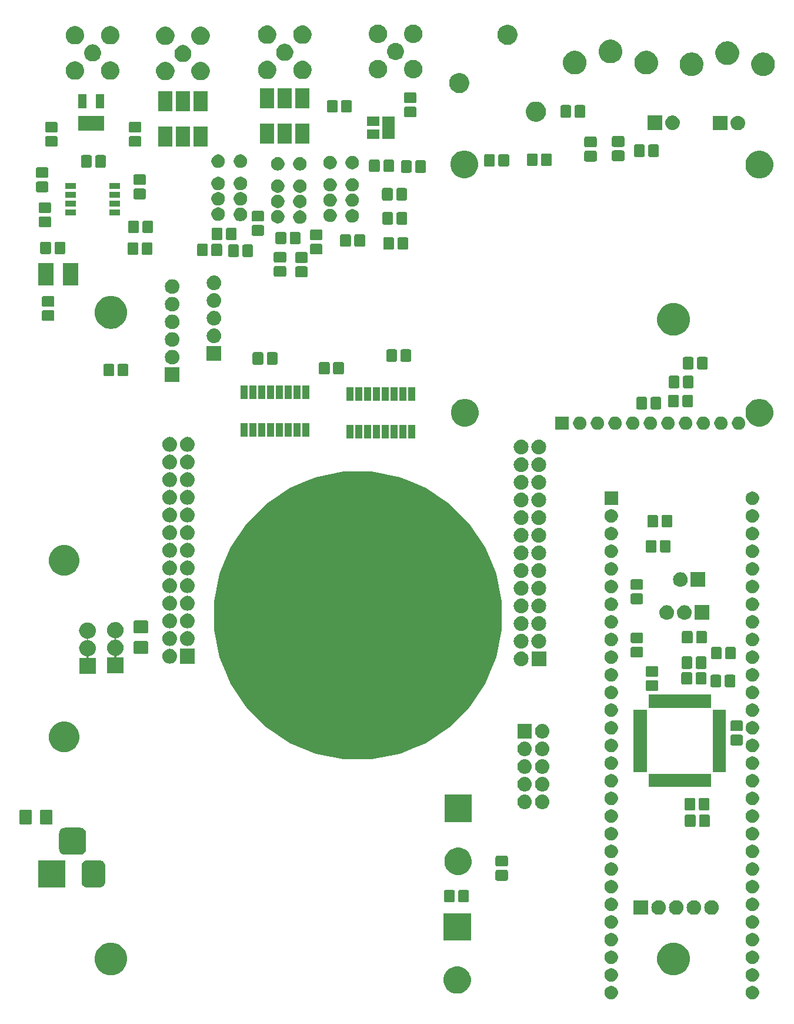
<source format=gts>
G04 #@! TF.GenerationSoftware,KiCad,Pcbnew,6.0.0-rc1-unknown-e7fa02a~66~ubuntu18.04.1*
G04 #@! TF.CreationDate,2021-12-29T11:19:39-08:00
G04 #@! TF.ProjectId,rp_adapter,72705f61-6461-4707-9465-722e6b696361,rev?*
G04 #@! TF.SameCoordinates,Original*
G04 #@! TF.FileFunction,Soldermask,Top*
G04 #@! TF.FilePolarity,Negative*
%FSLAX46Y46*%
G04 Gerber Fmt 4.6, Leading zero omitted, Abs format (unit mm)*
G04 Created by KiCad (PCBNEW 6.0.0-rc1-unknown-e7fa02a~66~ubuntu18.04.1) date Wed 29 Dec 2021 11:19:39 AM PST*
%MOMM*%
%LPD*%
G04 APERTURE LIST*
%ADD10C,0.100000*%
G04 APERTURE END LIST*
D10*
G36*
X162632603Y-165927968D02*
G01*
X162632606Y-165927969D01*
X162632605Y-165927969D01*
X162807678Y-166000486D01*
X162807679Y-166000487D01*
X162965241Y-166105767D01*
X163099233Y-166239759D01*
X163099234Y-166239761D01*
X163204514Y-166397322D01*
X163260603Y-166532734D01*
X163277032Y-166572397D01*
X163314000Y-166758250D01*
X163314000Y-166947750D01*
X163277032Y-167133603D01*
X163277031Y-167133605D01*
X163204514Y-167308678D01*
X163204513Y-167308679D01*
X163099233Y-167466241D01*
X162965241Y-167600233D01*
X162885923Y-167653232D01*
X162807678Y-167705514D01*
X162672266Y-167761603D01*
X162632603Y-167778032D01*
X162446750Y-167815000D01*
X162257250Y-167815000D01*
X162071397Y-167778032D01*
X162031734Y-167761603D01*
X161896322Y-167705514D01*
X161818077Y-167653232D01*
X161738759Y-167600233D01*
X161604767Y-167466241D01*
X161499487Y-167308679D01*
X161499486Y-167308678D01*
X161426969Y-167133605D01*
X161426968Y-167133603D01*
X161390000Y-166947750D01*
X161390000Y-166758250D01*
X161426968Y-166572397D01*
X161443397Y-166532734D01*
X161499486Y-166397322D01*
X161604766Y-166239761D01*
X161604767Y-166239759D01*
X161738759Y-166105767D01*
X161896321Y-166000487D01*
X161896322Y-166000486D01*
X162071395Y-165927969D01*
X162071394Y-165927969D01*
X162071397Y-165927968D01*
X162257250Y-165891000D01*
X162446750Y-165891000D01*
X162632603Y-165927968D01*
X162632603Y-165927968D01*
G37*
G36*
X142312603Y-165927968D02*
G01*
X142312606Y-165927969D01*
X142312605Y-165927969D01*
X142487678Y-166000486D01*
X142487679Y-166000487D01*
X142645241Y-166105767D01*
X142779233Y-166239759D01*
X142779234Y-166239761D01*
X142884514Y-166397322D01*
X142940603Y-166532734D01*
X142957032Y-166572397D01*
X142994000Y-166758250D01*
X142994000Y-166947750D01*
X142957032Y-167133603D01*
X142957031Y-167133605D01*
X142884514Y-167308678D01*
X142884513Y-167308679D01*
X142779233Y-167466241D01*
X142645241Y-167600233D01*
X142565923Y-167653232D01*
X142487678Y-167705514D01*
X142352266Y-167761603D01*
X142312603Y-167778032D01*
X142126750Y-167815000D01*
X141937250Y-167815000D01*
X141751397Y-167778032D01*
X141711734Y-167761603D01*
X141576322Y-167705514D01*
X141498077Y-167653232D01*
X141418759Y-167600233D01*
X141284767Y-167466241D01*
X141179487Y-167308679D01*
X141179486Y-167308678D01*
X141106969Y-167133605D01*
X141106968Y-167133603D01*
X141070000Y-166947750D01*
X141070000Y-166758250D01*
X141106968Y-166572397D01*
X141123397Y-166532734D01*
X141179486Y-166397322D01*
X141284766Y-166239761D01*
X141284767Y-166239759D01*
X141418759Y-166105767D01*
X141576321Y-166000487D01*
X141576322Y-166000486D01*
X141751395Y-165927969D01*
X141751394Y-165927969D01*
X141751397Y-165927968D01*
X141937250Y-165891000D01*
X142126750Y-165891000D01*
X142312603Y-165927968D01*
X142312603Y-165927968D01*
G37*
G36*
X120434739Y-163142340D02*
G01*
X120583270Y-163203864D01*
X120793324Y-163290871D01*
X121116047Y-163506508D01*
X121390492Y-163780953D01*
X121606129Y-164103676D01*
X121653587Y-164218250D01*
X121732081Y-164407750D01*
X121754660Y-164462262D01*
X121830380Y-164842933D01*
X121830380Y-165231067D01*
X121754660Y-165611738D01*
X121606129Y-165970324D01*
X121390492Y-166293047D01*
X121116047Y-166567492D01*
X120793324Y-166783129D01*
X120583270Y-166870136D01*
X120434739Y-166931660D01*
X120054067Y-167007380D01*
X119665933Y-167007380D01*
X119285261Y-166931660D01*
X119136730Y-166870136D01*
X118926676Y-166783129D01*
X118603953Y-166567492D01*
X118329508Y-166293047D01*
X118113871Y-165970324D01*
X117965340Y-165611738D01*
X117889620Y-165231067D01*
X117889620Y-164842933D01*
X117965340Y-164462262D01*
X117987920Y-164407750D01*
X118066413Y-164218250D01*
X118113871Y-164103676D01*
X118329508Y-163780953D01*
X118603953Y-163506508D01*
X118926676Y-163290871D01*
X119136730Y-163203864D01*
X119285261Y-163142340D01*
X119665933Y-163066620D01*
X120054067Y-163066620D01*
X120434739Y-163142340D01*
X120434739Y-163142340D01*
G37*
G36*
X142312603Y-163387968D02*
G01*
X142312606Y-163387969D01*
X142312605Y-163387969D01*
X142487678Y-163460486D01*
X142487679Y-163460487D01*
X142645241Y-163565767D01*
X142779233Y-163699759D01*
X142779234Y-163699761D01*
X142884514Y-163857322D01*
X142940603Y-163992734D01*
X142957032Y-164032397D01*
X142994000Y-164218250D01*
X142994000Y-164407750D01*
X142957032Y-164593603D01*
X142957031Y-164593605D01*
X142884514Y-164768678D01*
X142884513Y-164768679D01*
X142779233Y-164926241D01*
X142645241Y-165060233D01*
X142565923Y-165113232D01*
X142487678Y-165165514D01*
X142352266Y-165221603D01*
X142312603Y-165238032D01*
X142126750Y-165275000D01*
X141937250Y-165275000D01*
X141751397Y-165238032D01*
X141711734Y-165221603D01*
X141576322Y-165165514D01*
X141498077Y-165113232D01*
X141418759Y-165060233D01*
X141284767Y-164926241D01*
X141179487Y-164768679D01*
X141179486Y-164768678D01*
X141106969Y-164593605D01*
X141106968Y-164593603D01*
X141070000Y-164407750D01*
X141070000Y-164218250D01*
X141106968Y-164032397D01*
X141123397Y-163992734D01*
X141179486Y-163857322D01*
X141284766Y-163699761D01*
X141284767Y-163699759D01*
X141418759Y-163565767D01*
X141576321Y-163460487D01*
X141576322Y-163460486D01*
X141751395Y-163387969D01*
X141751394Y-163387969D01*
X141751397Y-163387968D01*
X141937250Y-163351000D01*
X142126750Y-163351000D01*
X142312603Y-163387968D01*
X142312603Y-163387968D01*
G37*
G36*
X162632603Y-163387968D02*
G01*
X162632606Y-163387969D01*
X162632605Y-163387969D01*
X162807678Y-163460486D01*
X162807679Y-163460487D01*
X162965241Y-163565767D01*
X163099233Y-163699759D01*
X163099234Y-163699761D01*
X163204514Y-163857322D01*
X163260603Y-163992734D01*
X163277032Y-164032397D01*
X163314000Y-164218250D01*
X163314000Y-164407750D01*
X163277032Y-164593603D01*
X163277031Y-164593605D01*
X163204514Y-164768678D01*
X163204513Y-164768679D01*
X163099233Y-164926241D01*
X162965241Y-165060233D01*
X162885923Y-165113232D01*
X162807678Y-165165514D01*
X162672266Y-165221603D01*
X162632603Y-165238032D01*
X162446750Y-165275000D01*
X162257250Y-165275000D01*
X162071397Y-165238032D01*
X162031734Y-165221603D01*
X161896322Y-165165514D01*
X161818077Y-165113232D01*
X161738759Y-165060233D01*
X161604767Y-164926241D01*
X161499487Y-164768679D01*
X161499486Y-164768678D01*
X161426969Y-164593605D01*
X161426968Y-164593603D01*
X161390000Y-164407750D01*
X161390000Y-164218250D01*
X161426968Y-164032397D01*
X161443397Y-163992734D01*
X161499486Y-163857322D01*
X161604766Y-163699761D01*
X161604767Y-163699759D01*
X161738759Y-163565767D01*
X161896321Y-163460487D01*
X161896322Y-163460486D01*
X162071395Y-163387969D01*
X162071394Y-163387969D01*
X162071397Y-163387968D01*
X162257250Y-163351000D01*
X162446750Y-163351000D01*
X162632603Y-163387968D01*
X162632603Y-163387968D01*
G37*
G36*
X151344959Y-159672577D02*
G01*
X151685470Y-159740309D01*
X152113143Y-159917457D01*
X152498038Y-160174636D01*
X152825364Y-160501962D01*
X153082543Y-160886857D01*
X153259691Y-161314530D01*
X153350000Y-161768545D01*
X153350000Y-162231455D01*
X153259691Y-162685470D01*
X153082543Y-163113143D01*
X152825364Y-163498038D01*
X152498038Y-163825364D01*
X152113143Y-164082543D01*
X151685470Y-164259691D01*
X151344959Y-164327423D01*
X151231456Y-164350000D01*
X150768544Y-164350000D01*
X150655041Y-164327423D01*
X150314530Y-164259691D01*
X149886857Y-164082543D01*
X149501962Y-163825364D01*
X149174636Y-163498038D01*
X148917457Y-163113143D01*
X148740309Y-162685470D01*
X148650000Y-162231455D01*
X148650000Y-161768545D01*
X148740309Y-161314530D01*
X148917457Y-160886857D01*
X149174636Y-160501962D01*
X149501962Y-160174636D01*
X149886857Y-159917457D01*
X150314530Y-159740309D01*
X150655041Y-159672577D01*
X150768544Y-159650000D01*
X151231456Y-159650000D01*
X151344959Y-159672577D01*
X151344959Y-159672577D01*
G37*
G36*
X70344959Y-159672577D02*
G01*
X70685470Y-159740309D01*
X71113143Y-159917457D01*
X71498038Y-160174636D01*
X71825364Y-160501962D01*
X72082543Y-160886857D01*
X72259691Y-161314530D01*
X72350000Y-161768545D01*
X72350000Y-162231455D01*
X72259691Y-162685470D01*
X72082543Y-163113143D01*
X71825364Y-163498038D01*
X71498038Y-163825364D01*
X71113143Y-164082543D01*
X70685470Y-164259691D01*
X70344959Y-164327423D01*
X70231456Y-164350000D01*
X69768544Y-164350000D01*
X69655041Y-164327423D01*
X69314530Y-164259691D01*
X68886857Y-164082543D01*
X68501962Y-163825364D01*
X68174636Y-163498038D01*
X67917457Y-163113143D01*
X67740309Y-162685470D01*
X67650000Y-162231455D01*
X67650000Y-161768545D01*
X67740309Y-161314530D01*
X67917457Y-160886857D01*
X68174636Y-160501962D01*
X68501962Y-160174636D01*
X68886857Y-159917457D01*
X69314530Y-159740309D01*
X69655041Y-159672577D01*
X69768544Y-159650000D01*
X70231456Y-159650000D01*
X70344959Y-159672577D01*
X70344959Y-159672577D01*
G37*
G36*
X162632603Y-160847968D02*
G01*
X162632606Y-160847969D01*
X162632605Y-160847969D01*
X162807678Y-160920486D01*
X162807679Y-160920487D01*
X162965241Y-161025767D01*
X163099233Y-161159759D01*
X163099234Y-161159761D01*
X163204514Y-161317322D01*
X163260603Y-161452734D01*
X163277032Y-161492397D01*
X163314000Y-161678250D01*
X163314000Y-161867750D01*
X163277032Y-162053603D01*
X163277031Y-162053605D01*
X163204514Y-162228678D01*
X163152232Y-162306923D01*
X163099233Y-162386241D01*
X162965241Y-162520233D01*
X162885923Y-162573232D01*
X162807678Y-162625514D01*
X162672266Y-162681603D01*
X162632603Y-162698032D01*
X162446750Y-162735000D01*
X162257250Y-162735000D01*
X162071397Y-162698032D01*
X162031734Y-162681603D01*
X161896322Y-162625514D01*
X161818077Y-162573232D01*
X161738759Y-162520233D01*
X161604767Y-162386241D01*
X161551768Y-162306923D01*
X161499486Y-162228678D01*
X161426969Y-162053605D01*
X161426968Y-162053603D01*
X161390000Y-161867750D01*
X161390000Y-161678250D01*
X161426968Y-161492397D01*
X161443397Y-161452734D01*
X161499486Y-161317322D01*
X161604766Y-161159761D01*
X161604767Y-161159759D01*
X161738759Y-161025767D01*
X161896321Y-160920487D01*
X161896322Y-160920486D01*
X162071395Y-160847969D01*
X162071394Y-160847969D01*
X162071397Y-160847968D01*
X162257250Y-160811000D01*
X162446750Y-160811000D01*
X162632603Y-160847968D01*
X162632603Y-160847968D01*
G37*
G36*
X142312603Y-160847968D02*
G01*
X142312606Y-160847969D01*
X142312605Y-160847969D01*
X142487678Y-160920486D01*
X142487679Y-160920487D01*
X142645241Y-161025767D01*
X142779233Y-161159759D01*
X142779234Y-161159761D01*
X142884514Y-161317322D01*
X142940603Y-161452734D01*
X142957032Y-161492397D01*
X142994000Y-161678250D01*
X142994000Y-161867750D01*
X142957032Y-162053603D01*
X142957031Y-162053605D01*
X142884514Y-162228678D01*
X142832232Y-162306923D01*
X142779233Y-162386241D01*
X142645241Y-162520233D01*
X142565923Y-162573232D01*
X142487678Y-162625514D01*
X142352266Y-162681603D01*
X142312603Y-162698032D01*
X142126750Y-162735000D01*
X141937250Y-162735000D01*
X141751397Y-162698032D01*
X141711734Y-162681603D01*
X141576322Y-162625514D01*
X141498077Y-162573232D01*
X141418759Y-162520233D01*
X141284767Y-162386241D01*
X141231768Y-162306923D01*
X141179486Y-162228678D01*
X141106969Y-162053605D01*
X141106968Y-162053603D01*
X141070000Y-161867750D01*
X141070000Y-161678250D01*
X141106968Y-161492397D01*
X141123397Y-161452734D01*
X141179486Y-161317322D01*
X141284766Y-161159761D01*
X141284767Y-161159759D01*
X141418759Y-161025767D01*
X141576321Y-160920487D01*
X141576322Y-160920486D01*
X141751395Y-160847969D01*
X141751394Y-160847969D01*
X141751397Y-160847968D01*
X141937250Y-160811000D01*
X142126750Y-160811000D01*
X142312603Y-160847968D01*
X142312603Y-160847968D01*
G37*
G36*
X142312603Y-158307968D02*
G01*
X142312606Y-158307969D01*
X142312605Y-158307969D01*
X142487678Y-158380486D01*
X142487679Y-158380487D01*
X142645241Y-158485767D01*
X142779233Y-158619759D01*
X142779234Y-158619761D01*
X142884514Y-158777322D01*
X142940603Y-158912734D01*
X142957032Y-158952397D01*
X142994000Y-159138250D01*
X142994000Y-159327750D01*
X142957032Y-159513603D01*
X142957031Y-159513605D01*
X142884514Y-159688678D01*
X142884513Y-159688679D01*
X142779233Y-159846241D01*
X142645241Y-159980233D01*
X142565923Y-160033232D01*
X142487678Y-160085514D01*
X142352266Y-160141603D01*
X142312603Y-160158032D01*
X142126750Y-160195000D01*
X141937250Y-160195000D01*
X141751397Y-160158032D01*
X141711734Y-160141603D01*
X141576322Y-160085514D01*
X141498077Y-160033232D01*
X141418759Y-159980233D01*
X141284767Y-159846241D01*
X141179487Y-159688679D01*
X141179486Y-159688678D01*
X141106969Y-159513605D01*
X141106968Y-159513603D01*
X141070000Y-159327750D01*
X141070000Y-159138250D01*
X141106968Y-158952397D01*
X141123397Y-158912734D01*
X141179486Y-158777322D01*
X141284766Y-158619761D01*
X141284767Y-158619759D01*
X141418759Y-158485767D01*
X141576321Y-158380487D01*
X141576322Y-158380486D01*
X141751395Y-158307969D01*
X141751394Y-158307969D01*
X141751397Y-158307968D01*
X141937250Y-158271000D01*
X142126750Y-158271000D01*
X142312603Y-158307968D01*
X142312603Y-158307968D01*
G37*
G36*
X162632603Y-158307968D02*
G01*
X162632606Y-158307969D01*
X162632605Y-158307969D01*
X162807678Y-158380486D01*
X162807679Y-158380487D01*
X162965241Y-158485767D01*
X163099233Y-158619759D01*
X163099234Y-158619761D01*
X163204514Y-158777322D01*
X163260603Y-158912734D01*
X163277032Y-158952397D01*
X163314000Y-159138250D01*
X163314000Y-159327750D01*
X163277032Y-159513603D01*
X163277031Y-159513605D01*
X163204514Y-159688678D01*
X163204513Y-159688679D01*
X163099233Y-159846241D01*
X162965241Y-159980233D01*
X162885923Y-160033232D01*
X162807678Y-160085514D01*
X162672266Y-160141603D01*
X162632603Y-160158032D01*
X162446750Y-160195000D01*
X162257250Y-160195000D01*
X162071397Y-160158032D01*
X162031734Y-160141603D01*
X161896322Y-160085514D01*
X161818077Y-160033232D01*
X161738759Y-159980233D01*
X161604767Y-159846241D01*
X161499487Y-159688679D01*
X161499486Y-159688678D01*
X161426969Y-159513605D01*
X161426968Y-159513603D01*
X161390000Y-159327750D01*
X161390000Y-159138250D01*
X161426968Y-158952397D01*
X161443397Y-158912734D01*
X161499486Y-158777322D01*
X161604766Y-158619761D01*
X161604767Y-158619759D01*
X161738759Y-158485767D01*
X161896321Y-158380487D01*
X161896322Y-158380486D01*
X162071395Y-158307969D01*
X162071394Y-158307969D01*
X162071397Y-158307968D01*
X162257250Y-158271000D01*
X162446750Y-158271000D01*
X162632603Y-158307968D01*
X162632603Y-158307968D01*
G37*
G36*
X121830380Y-159387380D02*
G01*
X117889620Y-159387380D01*
X117889620Y-155446620D01*
X121830380Y-155446620D01*
X121830380Y-159387380D01*
X121830380Y-159387380D01*
G37*
G36*
X162632603Y-155767968D02*
G01*
X162632606Y-155767969D01*
X162632605Y-155767969D01*
X162807678Y-155840486D01*
X162807679Y-155840487D01*
X162965241Y-155945767D01*
X163099233Y-156079759D01*
X163099234Y-156079761D01*
X163204514Y-156237322D01*
X163260603Y-156372734D01*
X163277032Y-156412397D01*
X163314000Y-156598250D01*
X163314000Y-156787750D01*
X163277032Y-156973603D01*
X163277031Y-156973605D01*
X163204514Y-157148678D01*
X163204513Y-157148679D01*
X163099233Y-157306241D01*
X162965241Y-157440233D01*
X162885923Y-157493232D01*
X162807678Y-157545514D01*
X162672266Y-157601603D01*
X162632603Y-157618032D01*
X162446750Y-157655000D01*
X162257250Y-157655000D01*
X162071397Y-157618032D01*
X162031734Y-157601603D01*
X161896322Y-157545514D01*
X161818077Y-157493232D01*
X161738759Y-157440233D01*
X161604767Y-157306241D01*
X161499487Y-157148679D01*
X161499486Y-157148678D01*
X161426969Y-156973605D01*
X161426968Y-156973603D01*
X161390000Y-156787750D01*
X161390000Y-156598250D01*
X161426968Y-156412397D01*
X161443397Y-156372734D01*
X161499486Y-156237322D01*
X161604766Y-156079761D01*
X161604767Y-156079759D01*
X161738759Y-155945767D01*
X161896321Y-155840487D01*
X161896322Y-155840486D01*
X162071395Y-155767969D01*
X162071394Y-155767969D01*
X162071397Y-155767968D01*
X162257250Y-155731000D01*
X162446750Y-155731000D01*
X162632603Y-155767968D01*
X162632603Y-155767968D01*
G37*
G36*
X142312603Y-155767968D02*
G01*
X142312606Y-155767969D01*
X142312605Y-155767969D01*
X142487678Y-155840486D01*
X142487679Y-155840487D01*
X142645241Y-155945767D01*
X142779233Y-156079759D01*
X142779234Y-156079761D01*
X142884514Y-156237322D01*
X142940603Y-156372734D01*
X142957032Y-156412397D01*
X142994000Y-156598250D01*
X142994000Y-156787750D01*
X142957032Y-156973603D01*
X142957031Y-156973605D01*
X142884514Y-157148678D01*
X142884513Y-157148679D01*
X142779233Y-157306241D01*
X142645241Y-157440233D01*
X142565923Y-157493232D01*
X142487678Y-157545514D01*
X142352266Y-157601603D01*
X142312603Y-157618032D01*
X142126750Y-157655000D01*
X141937250Y-157655000D01*
X141751397Y-157618032D01*
X141711734Y-157601603D01*
X141576322Y-157545514D01*
X141498077Y-157493232D01*
X141418759Y-157440233D01*
X141284767Y-157306241D01*
X141179487Y-157148679D01*
X141179486Y-157148678D01*
X141106969Y-156973605D01*
X141106968Y-156973603D01*
X141070000Y-156787750D01*
X141070000Y-156598250D01*
X141106968Y-156412397D01*
X141123397Y-156372734D01*
X141179486Y-156237322D01*
X141284766Y-156079761D01*
X141284767Y-156079759D01*
X141418759Y-155945767D01*
X141576321Y-155840487D01*
X141576322Y-155840486D01*
X141751395Y-155767969D01*
X141751394Y-155767969D01*
X141751397Y-155767968D01*
X141937250Y-155731000D01*
X142126750Y-155731000D01*
X142312603Y-155767968D01*
X142312603Y-155767968D01*
G37*
G36*
X148989707Y-153567597D02*
G01*
X149066836Y-153575193D01*
X149163633Y-153604556D01*
X149264763Y-153635233D01*
X149447172Y-153732733D01*
X149607054Y-153863946D01*
X149738267Y-154023828D01*
X149835767Y-154206237D01*
X149855780Y-154272213D01*
X149895807Y-154404164D01*
X149916080Y-154610000D01*
X149895807Y-154815836D01*
X149870205Y-154900234D01*
X149835767Y-155013763D01*
X149738267Y-155196172D01*
X149607054Y-155356054D01*
X149447172Y-155487267D01*
X149264763Y-155584767D01*
X149198787Y-155604780D01*
X149066836Y-155644807D01*
X148989707Y-155652403D01*
X148912580Y-155660000D01*
X148809420Y-155660000D01*
X148732293Y-155652403D01*
X148655164Y-155644807D01*
X148523213Y-155604780D01*
X148457237Y-155584767D01*
X148274828Y-155487267D01*
X148114946Y-155356054D01*
X147983733Y-155196172D01*
X147886233Y-155013763D01*
X147851795Y-154900234D01*
X147826193Y-154815836D01*
X147805920Y-154610000D01*
X147826193Y-154404164D01*
X147866220Y-154272213D01*
X147886233Y-154206237D01*
X147983733Y-154023828D01*
X148114946Y-153863946D01*
X148274828Y-153732733D01*
X148457237Y-153635233D01*
X148558367Y-153604556D01*
X148655164Y-153575193D01*
X148732293Y-153567597D01*
X148809420Y-153560000D01*
X148912580Y-153560000D01*
X148989707Y-153567597D01*
X148989707Y-153567597D01*
G37*
G36*
X156609707Y-153567597D02*
G01*
X156686836Y-153575193D01*
X156783633Y-153604556D01*
X156884763Y-153635233D01*
X157067172Y-153732733D01*
X157227054Y-153863946D01*
X157358267Y-154023828D01*
X157455767Y-154206237D01*
X157475780Y-154272213D01*
X157515807Y-154404164D01*
X157536080Y-154610000D01*
X157515807Y-154815836D01*
X157490205Y-154900234D01*
X157455767Y-155013763D01*
X157358267Y-155196172D01*
X157227054Y-155356054D01*
X157067172Y-155487267D01*
X156884763Y-155584767D01*
X156818787Y-155604780D01*
X156686836Y-155644807D01*
X156609707Y-155652403D01*
X156532580Y-155660000D01*
X156429420Y-155660000D01*
X156352293Y-155652403D01*
X156275164Y-155644807D01*
X156143213Y-155604780D01*
X156077237Y-155584767D01*
X155894828Y-155487267D01*
X155734946Y-155356054D01*
X155603733Y-155196172D01*
X155506233Y-155013763D01*
X155471795Y-154900234D01*
X155446193Y-154815836D01*
X155425920Y-154610000D01*
X155446193Y-154404164D01*
X155486220Y-154272213D01*
X155506233Y-154206237D01*
X155603733Y-154023828D01*
X155734946Y-153863946D01*
X155894828Y-153732733D01*
X156077237Y-153635233D01*
X156178367Y-153604556D01*
X156275164Y-153575193D01*
X156352293Y-153567597D01*
X156429420Y-153560000D01*
X156532580Y-153560000D01*
X156609707Y-153567597D01*
X156609707Y-153567597D01*
G37*
G36*
X154069707Y-153567597D02*
G01*
X154146836Y-153575193D01*
X154243633Y-153604556D01*
X154344763Y-153635233D01*
X154527172Y-153732733D01*
X154687054Y-153863946D01*
X154818267Y-154023828D01*
X154915767Y-154206237D01*
X154935780Y-154272213D01*
X154975807Y-154404164D01*
X154996080Y-154610000D01*
X154975807Y-154815836D01*
X154950205Y-154900234D01*
X154915767Y-155013763D01*
X154818267Y-155196172D01*
X154687054Y-155356054D01*
X154527172Y-155487267D01*
X154344763Y-155584767D01*
X154278787Y-155604780D01*
X154146836Y-155644807D01*
X154069707Y-155652403D01*
X153992580Y-155660000D01*
X153889420Y-155660000D01*
X153812293Y-155652403D01*
X153735164Y-155644807D01*
X153603213Y-155604780D01*
X153537237Y-155584767D01*
X153354828Y-155487267D01*
X153194946Y-155356054D01*
X153063733Y-155196172D01*
X152966233Y-155013763D01*
X152931795Y-154900234D01*
X152906193Y-154815836D01*
X152885920Y-154610000D01*
X152906193Y-154404164D01*
X152946220Y-154272213D01*
X152966233Y-154206237D01*
X153063733Y-154023828D01*
X153194946Y-153863946D01*
X153354828Y-153732733D01*
X153537237Y-153635233D01*
X153638367Y-153604556D01*
X153735164Y-153575193D01*
X153812293Y-153567597D01*
X153889420Y-153560000D01*
X153992580Y-153560000D01*
X154069707Y-153567597D01*
X154069707Y-153567597D01*
G37*
G36*
X151529707Y-153567597D02*
G01*
X151606836Y-153575193D01*
X151703633Y-153604556D01*
X151804763Y-153635233D01*
X151987172Y-153732733D01*
X152147054Y-153863946D01*
X152278267Y-154023828D01*
X152375767Y-154206237D01*
X152395780Y-154272213D01*
X152435807Y-154404164D01*
X152456080Y-154610000D01*
X152435807Y-154815836D01*
X152410205Y-154900234D01*
X152375767Y-155013763D01*
X152278267Y-155196172D01*
X152147054Y-155356054D01*
X151987172Y-155487267D01*
X151804763Y-155584767D01*
X151738787Y-155604780D01*
X151606836Y-155644807D01*
X151529707Y-155652403D01*
X151452580Y-155660000D01*
X151349420Y-155660000D01*
X151272293Y-155652403D01*
X151195164Y-155644807D01*
X151063213Y-155604780D01*
X150997237Y-155584767D01*
X150814828Y-155487267D01*
X150654946Y-155356054D01*
X150523733Y-155196172D01*
X150426233Y-155013763D01*
X150391795Y-154900234D01*
X150366193Y-154815836D01*
X150345920Y-154610000D01*
X150366193Y-154404164D01*
X150406220Y-154272213D01*
X150426233Y-154206237D01*
X150523733Y-154023828D01*
X150654946Y-153863946D01*
X150814828Y-153732733D01*
X150997237Y-153635233D01*
X151098367Y-153604556D01*
X151195164Y-153575193D01*
X151272293Y-153567597D01*
X151349420Y-153560000D01*
X151452580Y-153560000D01*
X151529707Y-153567597D01*
X151529707Y-153567597D01*
G37*
G36*
X147371000Y-155660000D02*
G01*
X145271000Y-155660000D01*
X145271000Y-153560000D01*
X147371000Y-153560000D01*
X147371000Y-155660000D01*
X147371000Y-155660000D01*
G37*
G36*
X162632603Y-153227968D02*
G01*
X162632606Y-153227969D01*
X162632605Y-153227969D01*
X162807678Y-153300486D01*
X162807679Y-153300487D01*
X162965241Y-153405767D01*
X163099233Y-153539759D01*
X163122909Y-153575193D01*
X163204514Y-153697322D01*
X163255417Y-153820213D01*
X163277032Y-153872397D01*
X163314000Y-154058250D01*
X163314000Y-154247750D01*
X163277032Y-154433603D01*
X163277031Y-154433605D01*
X163204514Y-154608678D01*
X163152232Y-154686923D01*
X163099233Y-154766241D01*
X162965241Y-154900233D01*
X162885923Y-154953232D01*
X162807678Y-155005514D01*
X162672266Y-155061603D01*
X162632603Y-155078032D01*
X162446750Y-155115000D01*
X162257250Y-155115000D01*
X162071397Y-155078032D01*
X162031734Y-155061603D01*
X161896322Y-155005514D01*
X161818077Y-154953232D01*
X161738759Y-154900233D01*
X161604767Y-154766241D01*
X161551768Y-154686923D01*
X161499486Y-154608678D01*
X161426969Y-154433605D01*
X161426968Y-154433603D01*
X161390000Y-154247750D01*
X161390000Y-154058250D01*
X161426968Y-153872397D01*
X161448583Y-153820213D01*
X161499486Y-153697322D01*
X161581091Y-153575193D01*
X161604767Y-153539759D01*
X161738759Y-153405767D01*
X161896321Y-153300487D01*
X161896322Y-153300486D01*
X162071395Y-153227969D01*
X162071394Y-153227969D01*
X162071397Y-153227968D01*
X162257250Y-153191000D01*
X162446750Y-153191000D01*
X162632603Y-153227968D01*
X162632603Y-153227968D01*
G37*
G36*
X142312603Y-153227968D02*
G01*
X142312606Y-153227969D01*
X142312605Y-153227969D01*
X142487678Y-153300486D01*
X142487679Y-153300487D01*
X142645241Y-153405767D01*
X142779233Y-153539759D01*
X142802909Y-153575193D01*
X142884514Y-153697322D01*
X142935417Y-153820213D01*
X142957032Y-153872397D01*
X142994000Y-154058250D01*
X142994000Y-154247750D01*
X142957032Y-154433603D01*
X142957031Y-154433605D01*
X142884514Y-154608678D01*
X142832232Y-154686923D01*
X142779233Y-154766241D01*
X142645241Y-154900233D01*
X142565923Y-154953232D01*
X142487678Y-155005514D01*
X142352266Y-155061603D01*
X142312603Y-155078032D01*
X142126750Y-155115000D01*
X141937250Y-155115000D01*
X141751397Y-155078032D01*
X141711734Y-155061603D01*
X141576322Y-155005514D01*
X141498077Y-154953232D01*
X141418759Y-154900233D01*
X141284767Y-154766241D01*
X141231768Y-154686923D01*
X141179486Y-154608678D01*
X141106969Y-154433605D01*
X141106968Y-154433603D01*
X141070000Y-154247750D01*
X141070000Y-154058250D01*
X141106968Y-153872397D01*
X141128583Y-153820213D01*
X141179486Y-153697322D01*
X141261091Y-153575193D01*
X141284767Y-153539759D01*
X141418759Y-153405767D01*
X141576321Y-153300487D01*
X141576322Y-153300486D01*
X141751395Y-153227969D01*
X141751394Y-153227969D01*
X141751397Y-153227968D01*
X141937250Y-153191000D01*
X142126750Y-153191000D01*
X142312603Y-153227968D01*
X142312603Y-153227968D01*
G37*
G36*
X119295530Y-152082710D02*
G01*
X119345379Y-152097831D01*
X119391311Y-152122382D01*
X119431574Y-152155426D01*
X119464618Y-152195689D01*
X119489169Y-152241621D01*
X119504290Y-152291470D01*
X119510000Y-152349444D01*
X119510000Y-153604556D01*
X119504290Y-153662530D01*
X119489169Y-153712379D01*
X119464618Y-153758311D01*
X119431574Y-153798574D01*
X119391311Y-153831618D01*
X119345379Y-153856169D01*
X119295530Y-153871290D01*
X119237556Y-153877000D01*
X118232444Y-153877000D01*
X118174470Y-153871290D01*
X118124621Y-153856169D01*
X118078689Y-153831618D01*
X118038426Y-153798574D01*
X118005382Y-153758311D01*
X117980831Y-153712379D01*
X117965710Y-153662530D01*
X117960000Y-153604556D01*
X117960000Y-152349444D01*
X117965710Y-152291470D01*
X117980831Y-152241621D01*
X118005382Y-152195689D01*
X118038426Y-152155426D01*
X118078689Y-152122382D01*
X118124621Y-152097831D01*
X118174470Y-152082710D01*
X118232444Y-152077000D01*
X119237556Y-152077000D01*
X119295530Y-152082710D01*
X119295530Y-152082710D01*
G37*
G36*
X121345530Y-152082710D02*
G01*
X121395379Y-152097831D01*
X121441311Y-152122382D01*
X121481574Y-152155426D01*
X121514618Y-152195689D01*
X121539169Y-152241621D01*
X121554290Y-152291470D01*
X121560000Y-152349444D01*
X121560000Y-153604556D01*
X121554290Y-153662530D01*
X121539169Y-153712379D01*
X121514618Y-153758311D01*
X121481574Y-153798574D01*
X121441311Y-153831618D01*
X121395379Y-153856169D01*
X121345530Y-153871290D01*
X121287556Y-153877000D01*
X120282444Y-153877000D01*
X120224470Y-153871290D01*
X120174621Y-153856169D01*
X120128689Y-153831618D01*
X120088426Y-153798574D01*
X120055382Y-153758311D01*
X120030831Y-153712379D01*
X120015710Y-153662530D01*
X120010000Y-153604556D01*
X120010000Y-152349444D01*
X120015710Y-152291470D01*
X120030831Y-152241621D01*
X120055382Y-152195689D01*
X120088426Y-152155426D01*
X120128689Y-152122382D01*
X120174621Y-152097831D01*
X120224470Y-152082710D01*
X120282444Y-152077000D01*
X121287556Y-152077000D01*
X121345530Y-152082710D01*
X121345530Y-152082710D01*
G37*
G36*
X142312603Y-150687968D02*
G01*
X142312606Y-150687969D01*
X142312605Y-150687969D01*
X142487678Y-150760486D01*
X142487679Y-150760487D01*
X142645241Y-150865767D01*
X142779233Y-150999759D01*
X142779234Y-150999761D01*
X142884514Y-151157322D01*
X142940603Y-151292734D01*
X142957032Y-151332397D01*
X142994000Y-151518250D01*
X142994000Y-151707750D01*
X142957032Y-151893603D01*
X142957031Y-151893605D01*
X142884514Y-152068678D01*
X142884513Y-152068679D01*
X142779233Y-152226241D01*
X142645241Y-152360233D01*
X142565923Y-152413232D01*
X142487678Y-152465514D01*
X142352266Y-152521603D01*
X142312603Y-152538032D01*
X142126750Y-152575000D01*
X141937250Y-152575000D01*
X141751397Y-152538032D01*
X141711734Y-152521603D01*
X141576322Y-152465514D01*
X141498077Y-152413232D01*
X141418759Y-152360233D01*
X141284767Y-152226241D01*
X141179487Y-152068679D01*
X141179486Y-152068678D01*
X141106969Y-151893605D01*
X141106968Y-151893603D01*
X141070000Y-151707750D01*
X141070000Y-151518250D01*
X141106968Y-151332397D01*
X141123397Y-151292734D01*
X141179486Y-151157322D01*
X141284766Y-150999761D01*
X141284767Y-150999759D01*
X141418759Y-150865767D01*
X141576321Y-150760487D01*
X141576322Y-150760486D01*
X141751395Y-150687969D01*
X141751394Y-150687969D01*
X141751397Y-150687968D01*
X141937250Y-150651000D01*
X142126750Y-150651000D01*
X142312603Y-150687968D01*
X142312603Y-150687968D01*
G37*
G36*
X162632603Y-150687968D02*
G01*
X162632606Y-150687969D01*
X162632605Y-150687969D01*
X162807678Y-150760486D01*
X162807679Y-150760487D01*
X162965241Y-150865767D01*
X163099233Y-150999759D01*
X163099234Y-150999761D01*
X163204514Y-151157322D01*
X163260603Y-151292734D01*
X163277032Y-151332397D01*
X163314000Y-151518250D01*
X163314000Y-151707750D01*
X163277032Y-151893603D01*
X163277031Y-151893605D01*
X163204514Y-152068678D01*
X163204513Y-152068679D01*
X163099233Y-152226241D01*
X162965241Y-152360233D01*
X162885923Y-152413232D01*
X162807678Y-152465514D01*
X162672266Y-152521603D01*
X162632603Y-152538032D01*
X162446750Y-152575000D01*
X162257250Y-152575000D01*
X162071397Y-152538032D01*
X162031734Y-152521603D01*
X161896322Y-152465514D01*
X161818077Y-152413232D01*
X161738759Y-152360233D01*
X161604767Y-152226241D01*
X161499487Y-152068679D01*
X161499486Y-152068678D01*
X161426969Y-151893605D01*
X161426968Y-151893603D01*
X161390000Y-151707750D01*
X161390000Y-151518250D01*
X161426968Y-151332397D01*
X161443397Y-151292734D01*
X161499486Y-151157322D01*
X161604766Y-150999761D01*
X161604767Y-150999759D01*
X161738759Y-150865767D01*
X161896321Y-150760487D01*
X161896322Y-150760486D01*
X162071395Y-150687969D01*
X162071394Y-150687969D01*
X162071397Y-150687968D01*
X162257250Y-150651000D01*
X162446750Y-150651000D01*
X162632603Y-150687968D01*
X162632603Y-150687968D01*
G37*
G36*
X68555017Y-147835724D02*
G01*
X68702630Y-147880503D01*
X68838677Y-147953222D01*
X68957919Y-148051081D01*
X69055778Y-148170323D01*
X69128497Y-148306370D01*
X69173276Y-148453983D01*
X69189000Y-148613640D01*
X69189000Y-150926360D01*
X69173276Y-151086017D01*
X69128497Y-151233630D01*
X69055778Y-151369677D01*
X68957919Y-151488919D01*
X68838677Y-151586778D01*
X68702630Y-151659497D01*
X68555017Y-151704276D01*
X68395360Y-151720000D01*
X66582640Y-151720000D01*
X66422983Y-151704276D01*
X66275370Y-151659497D01*
X66139323Y-151586778D01*
X66020081Y-151488919D01*
X65922222Y-151369677D01*
X65849503Y-151233630D01*
X65804724Y-151086017D01*
X65789000Y-150926360D01*
X65789000Y-148613640D01*
X65804724Y-148453983D01*
X65849503Y-148306370D01*
X65922222Y-148170323D01*
X66020081Y-148051081D01*
X66139323Y-147953222D01*
X66275370Y-147880503D01*
X66422983Y-147835724D01*
X66582640Y-147820000D01*
X68395360Y-147820000D01*
X68555017Y-147835724D01*
X68555017Y-147835724D01*
G37*
G36*
X63439000Y-151720000D02*
G01*
X59539000Y-151720000D01*
X59539000Y-147820000D01*
X63439000Y-147820000D01*
X63439000Y-151720000D01*
X63439000Y-151720000D01*
G37*
G36*
X126946530Y-149213710D02*
G01*
X126996379Y-149228831D01*
X127042311Y-149253382D01*
X127082574Y-149286426D01*
X127115618Y-149326689D01*
X127140169Y-149372621D01*
X127155290Y-149422470D01*
X127161000Y-149480444D01*
X127161000Y-150485556D01*
X127155290Y-150543530D01*
X127140169Y-150593379D01*
X127115618Y-150639311D01*
X127082574Y-150679574D01*
X127042311Y-150712618D01*
X126996379Y-150737169D01*
X126946530Y-150752290D01*
X126888556Y-150758000D01*
X125633444Y-150758000D01*
X125575470Y-150752290D01*
X125525621Y-150737169D01*
X125479689Y-150712618D01*
X125439426Y-150679574D01*
X125406382Y-150639311D01*
X125381831Y-150593379D01*
X125366710Y-150543530D01*
X125361000Y-150485556D01*
X125361000Y-149480444D01*
X125366710Y-149422470D01*
X125381831Y-149372621D01*
X125406382Y-149326689D01*
X125439426Y-149286426D01*
X125479689Y-149253382D01*
X125525621Y-149228831D01*
X125575470Y-149213710D01*
X125633444Y-149208000D01*
X126888556Y-149208000D01*
X126946530Y-149213710D01*
X126946530Y-149213710D01*
G37*
G36*
X162632603Y-148147968D02*
G01*
X162632606Y-148147969D01*
X162632605Y-148147969D01*
X162807678Y-148220486D01*
X162807679Y-148220487D01*
X162965241Y-148325767D01*
X163099233Y-148459759D01*
X163152232Y-148539077D01*
X163204514Y-148617322D01*
X163242074Y-148708000D01*
X163277032Y-148792397D01*
X163314000Y-148978250D01*
X163314000Y-149167750D01*
X163277032Y-149353603D01*
X163277031Y-149353605D01*
X163204514Y-149528678D01*
X163204513Y-149528679D01*
X163099233Y-149686241D01*
X162965241Y-149820233D01*
X162903241Y-149861660D01*
X162807678Y-149925514D01*
X162672266Y-149981603D01*
X162632603Y-149998032D01*
X162446750Y-150035000D01*
X162257250Y-150035000D01*
X162071397Y-149998032D01*
X162031734Y-149981603D01*
X161896322Y-149925514D01*
X161800759Y-149861660D01*
X161738759Y-149820233D01*
X161604767Y-149686241D01*
X161499487Y-149528679D01*
X161499486Y-149528678D01*
X161426969Y-149353605D01*
X161426968Y-149353603D01*
X161390000Y-149167750D01*
X161390000Y-148978250D01*
X161426968Y-148792397D01*
X161461926Y-148708000D01*
X161499486Y-148617322D01*
X161551768Y-148539077D01*
X161604767Y-148459759D01*
X161738759Y-148325767D01*
X161896321Y-148220487D01*
X161896322Y-148220486D01*
X162071395Y-148147969D01*
X162071394Y-148147969D01*
X162071397Y-148147968D01*
X162257250Y-148111000D01*
X162446750Y-148111000D01*
X162632603Y-148147968D01*
X162632603Y-148147968D01*
G37*
G36*
X142312603Y-148147968D02*
G01*
X142312606Y-148147969D01*
X142312605Y-148147969D01*
X142487678Y-148220486D01*
X142487679Y-148220487D01*
X142645241Y-148325767D01*
X142779233Y-148459759D01*
X142832232Y-148539077D01*
X142884514Y-148617322D01*
X142922074Y-148708000D01*
X142957032Y-148792397D01*
X142994000Y-148978250D01*
X142994000Y-149167750D01*
X142957032Y-149353603D01*
X142957031Y-149353605D01*
X142884514Y-149528678D01*
X142884513Y-149528679D01*
X142779233Y-149686241D01*
X142645241Y-149820233D01*
X142583241Y-149861660D01*
X142487678Y-149925514D01*
X142352266Y-149981603D01*
X142312603Y-149998032D01*
X142126750Y-150035000D01*
X141937250Y-150035000D01*
X141751397Y-149998032D01*
X141711734Y-149981603D01*
X141576322Y-149925514D01*
X141480759Y-149861660D01*
X141418759Y-149820233D01*
X141284767Y-149686241D01*
X141179487Y-149528679D01*
X141179486Y-149528678D01*
X141106969Y-149353605D01*
X141106968Y-149353603D01*
X141070000Y-149167750D01*
X141070000Y-148978250D01*
X141106968Y-148792397D01*
X141141926Y-148708000D01*
X141179486Y-148617322D01*
X141231768Y-148539077D01*
X141284767Y-148459759D01*
X141418759Y-148325767D01*
X141576321Y-148220487D01*
X141576322Y-148220486D01*
X141751395Y-148147969D01*
X141751394Y-148147969D01*
X141751397Y-148147968D01*
X141937250Y-148111000D01*
X142126750Y-148111000D01*
X142312603Y-148147968D01*
X142312603Y-148147968D01*
G37*
G36*
X120564739Y-146072340D02*
G01*
X120634799Y-146101360D01*
X120923324Y-146220871D01*
X121246047Y-146436508D01*
X121520492Y-146710953D01*
X121736129Y-147033676D01*
X121820111Y-147236426D01*
X121884660Y-147392261D01*
X121905087Y-147494956D01*
X121960380Y-147772933D01*
X121960380Y-148161067D01*
X121927619Y-148325766D01*
X121884660Y-148541739D01*
X121877822Y-148558247D01*
X121736129Y-148900324D01*
X121520492Y-149223047D01*
X121246047Y-149497492D01*
X120923324Y-149713129D01*
X120713270Y-149800136D01*
X120564739Y-149861660D01*
X120184067Y-149937380D01*
X119795933Y-149937380D01*
X119415261Y-149861660D01*
X119266730Y-149800136D01*
X119056676Y-149713129D01*
X118733953Y-149497492D01*
X118459508Y-149223047D01*
X118243871Y-148900324D01*
X118102178Y-148558247D01*
X118095340Y-148541739D01*
X118052381Y-148325766D01*
X118019620Y-148161067D01*
X118019620Y-147772933D01*
X118074913Y-147494956D01*
X118095340Y-147392261D01*
X118159889Y-147236426D01*
X118243871Y-147033676D01*
X118459508Y-146710953D01*
X118733953Y-146436508D01*
X119056676Y-146220871D01*
X119345201Y-146101360D01*
X119415261Y-146072340D01*
X119795933Y-145996620D01*
X120184067Y-145996620D01*
X120564739Y-146072340D01*
X120564739Y-146072340D01*
G37*
G36*
X126946530Y-147163710D02*
G01*
X126996379Y-147178831D01*
X127042311Y-147203382D01*
X127082574Y-147236426D01*
X127115618Y-147276689D01*
X127140169Y-147322621D01*
X127155290Y-147372470D01*
X127161000Y-147430444D01*
X127161000Y-148435556D01*
X127155290Y-148493530D01*
X127140169Y-148543379D01*
X127115618Y-148589311D01*
X127082574Y-148629574D01*
X127042311Y-148662618D01*
X126996379Y-148687169D01*
X126946530Y-148702290D01*
X126888556Y-148708000D01*
X125633444Y-148708000D01*
X125575470Y-148702290D01*
X125525621Y-148687169D01*
X125479689Y-148662618D01*
X125439426Y-148629574D01*
X125406382Y-148589311D01*
X125381831Y-148543379D01*
X125366710Y-148493530D01*
X125361000Y-148435556D01*
X125361000Y-147430444D01*
X125366710Y-147372470D01*
X125381831Y-147322621D01*
X125406382Y-147276689D01*
X125439426Y-147236426D01*
X125479689Y-147203382D01*
X125525621Y-147178831D01*
X125575470Y-147163710D01*
X125633444Y-147158000D01*
X126888556Y-147158000D01*
X126946530Y-147163710D01*
X126946530Y-147163710D01*
G37*
G36*
X142312603Y-145607968D02*
G01*
X142312606Y-145607969D01*
X142312605Y-145607969D01*
X142487678Y-145680486D01*
X142487679Y-145680487D01*
X142645241Y-145785767D01*
X142779233Y-145919759D01*
X142779234Y-145919761D01*
X142884514Y-146077322D01*
X142940603Y-146212734D01*
X142957032Y-146252397D01*
X142994000Y-146438250D01*
X142994000Y-146627750D01*
X142957032Y-146813603D01*
X142957031Y-146813605D01*
X142884514Y-146988678D01*
X142863585Y-147020000D01*
X142779233Y-147146241D01*
X142645241Y-147280233D01*
X142581803Y-147322621D01*
X142487678Y-147385514D01*
X142382164Y-147429219D01*
X142312603Y-147458032D01*
X142126750Y-147495000D01*
X141937250Y-147495000D01*
X141751397Y-147458032D01*
X141681836Y-147429219D01*
X141576322Y-147385514D01*
X141482197Y-147322621D01*
X141418759Y-147280233D01*
X141284767Y-147146241D01*
X141200415Y-147020000D01*
X141179486Y-146988678D01*
X141106969Y-146813605D01*
X141106968Y-146813603D01*
X141070000Y-146627750D01*
X141070000Y-146438250D01*
X141106968Y-146252397D01*
X141123397Y-146212734D01*
X141179486Y-146077322D01*
X141284766Y-145919761D01*
X141284767Y-145919759D01*
X141418759Y-145785767D01*
X141576321Y-145680487D01*
X141576322Y-145680486D01*
X141751395Y-145607969D01*
X141751394Y-145607969D01*
X141751397Y-145607968D01*
X141937250Y-145571000D01*
X142126750Y-145571000D01*
X142312603Y-145607968D01*
X142312603Y-145607968D01*
G37*
G36*
X162632603Y-145607968D02*
G01*
X162632606Y-145607969D01*
X162632605Y-145607969D01*
X162807678Y-145680486D01*
X162807679Y-145680487D01*
X162965241Y-145785767D01*
X163099233Y-145919759D01*
X163099234Y-145919761D01*
X163204514Y-146077322D01*
X163260603Y-146212734D01*
X163277032Y-146252397D01*
X163314000Y-146438250D01*
X163314000Y-146627750D01*
X163277032Y-146813603D01*
X163277031Y-146813605D01*
X163204514Y-146988678D01*
X163183585Y-147020000D01*
X163099233Y-147146241D01*
X162965241Y-147280233D01*
X162901803Y-147322621D01*
X162807678Y-147385514D01*
X162702164Y-147429219D01*
X162632603Y-147458032D01*
X162446750Y-147495000D01*
X162257250Y-147495000D01*
X162071397Y-147458032D01*
X162001836Y-147429219D01*
X161896322Y-147385514D01*
X161802197Y-147322621D01*
X161738759Y-147280233D01*
X161604767Y-147146241D01*
X161520415Y-147020000D01*
X161499486Y-146988678D01*
X161426969Y-146813605D01*
X161426968Y-146813603D01*
X161390000Y-146627750D01*
X161390000Y-146438250D01*
X161426968Y-146252397D01*
X161443397Y-146212734D01*
X161499486Y-146077322D01*
X161604766Y-145919761D01*
X161604767Y-145919759D01*
X161738759Y-145785767D01*
X161896321Y-145680487D01*
X161896322Y-145680486D01*
X162071395Y-145607969D01*
X162071394Y-145607969D01*
X162071397Y-145607968D01*
X162257250Y-145571000D01*
X162446750Y-145571000D01*
X162632603Y-145607968D01*
X162632603Y-145607968D01*
G37*
G36*
X65704398Y-143138126D02*
G01*
X65875472Y-143190021D01*
X66033121Y-143274286D01*
X66171307Y-143387693D01*
X66284714Y-143525879D01*
X66368979Y-143683528D01*
X66420874Y-143854602D01*
X66439000Y-144038640D01*
X66439000Y-146101360D01*
X66420874Y-146285398D01*
X66368979Y-146456472D01*
X66284714Y-146614121D01*
X66171307Y-146752307D01*
X66033121Y-146865714D01*
X65875472Y-146949979D01*
X65704398Y-147001874D01*
X65520360Y-147020000D01*
X63457640Y-147020000D01*
X63273602Y-147001874D01*
X63102528Y-146949979D01*
X62944879Y-146865714D01*
X62806693Y-146752307D01*
X62693286Y-146614121D01*
X62609021Y-146456472D01*
X62557126Y-146285398D01*
X62539000Y-146101360D01*
X62539000Y-144038640D01*
X62557126Y-143854602D01*
X62609021Y-143683528D01*
X62693286Y-143525879D01*
X62806693Y-143387693D01*
X62944879Y-143274286D01*
X63102528Y-143190021D01*
X63273602Y-143138126D01*
X63457640Y-143120000D01*
X65520360Y-143120000D01*
X65704398Y-143138126D01*
X65704398Y-143138126D01*
G37*
G36*
X162632603Y-143067968D02*
G01*
X162632606Y-143067969D01*
X162632605Y-143067969D01*
X162807678Y-143140486D01*
X162807679Y-143140487D01*
X162965241Y-143245767D01*
X163099233Y-143379759D01*
X163099234Y-143379761D01*
X163204514Y-143537322D01*
X163211140Y-143553319D01*
X163277032Y-143712397D01*
X163314000Y-143898250D01*
X163314000Y-144087750D01*
X163277032Y-144273603D01*
X163277031Y-144273605D01*
X163204514Y-144448678D01*
X163204513Y-144448679D01*
X163099233Y-144606241D01*
X162965241Y-144740233D01*
X162885923Y-144793232D01*
X162807678Y-144845514D01*
X162672266Y-144901603D01*
X162632603Y-144918032D01*
X162446750Y-144955000D01*
X162257250Y-144955000D01*
X162071397Y-144918032D01*
X162031734Y-144901603D01*
X161896322Y-144845514D01*
X161818077Y-144793232D01*
X161738759Y-144740233D01*
X161604767Y-144606241D01*
X161499487Y-144448679D01*
X161499486Y-144448678D01*
X161426969Y-144273605D01*
X161426968Y-144273603D01*
X161390000Y-144087750D01*
X161390000Y-143898250D01*
X161426968Y-143712397D01*
X161492860Y-143553319D01*
X161499486Y-143537322D01*
X161604766Y-143379761D01*
X161604767Y-143379759D01*
X161738759Y-143245767D01*
X161896321Y-143140487D01*
X161896322Y-143140486D01*
X162071395Y-143067969D01*
X162071394Y-143067969D01*
X162071397Y-143067968D01*
X162257250Y-143031000D01*
X162446750Y-143031000D01*
X162632603Y-143067968D01*
X162632603Y-143067968D01*
G37*
G36*
X142312603Y-143067968D02*
G01*
X142312606Y-143067969D01*
X142312605Y-143067969D01*
X142487678Y-143140486D01*
X142487679Y-143140487D01*
X142645241Y-143245767D01*
X142779233Y-143379759D01*
X142779234Y-143379761D01*
X142884514Y-143537322D01*
X142891140Y-143553319D01*
X142957032Y-143712397D01*
X142994000Y-143898250D01*
X142994000Y-144087750D01*
X142957032Y-144273603D01*
X142957031Y-144273605D01*
X142884514Y-144448678D01*
X142884513Y-144448679D01*
X142779233Y-144606241D01*
X142645241Y-144740233D01*
X142565923Y-144793232D01*
X142487678Y-144845514D01*
X142352266Y-144901603D01*
X142312603Y-144918032D01*
X142126750Y-144955000D01*
X141937250Y-144955000D01*
X141751397Y-144918032D01*
X141711734Y-144901603D01*
X141576322Y-144845514D01*
X141498077Y-144793232D01*
X141418759Y-144740233D01*
X141284767Y-144606241D01*
X141179487Y-144448679D01*
X141179486Y-144448678D01*
X141106969Y-144273605D01*
X141106968Y-144273603D01*
X141070000Y-144087750D01*
X141070000Y-143898250D01*
X141106968Y-143712397D01*
X141172860Y-143553319D01*
X141179486Y-143537322D01*
X141284766Y-143379761D01*
X141284767Y-143379759D01*
X141418759Y-143245767D01*
X141576321Y-143140487D01*
X141576322Y-143140486D01*
X141751395Y-143067969D01*
X141751394Y-143067969D01*
X141751397Y-143067968D01*
X141937250Y-143031000D01*
X142126750Y-143031000D01*
X142312603Y-143067968D01*
X142312603Y-143067968D01*
G37*
G36*
X156009530Y-141222710D02*
G01*
X156059379Y-141237831D01*
X156105311Y-141262382D01*
X156145574Y-141295426D01*
X156178618Y-141335689D01*
X156203169Y-141381621D01*
X156218290Y-141431470D01*
X156224000Y-141489444D01*
X156224000Y-142744556D01*
X156218290Y-142802530D01*
X156203169Y-142852379D01*
X156178618Y-142898311D01*
X156145574Y-142938574D01*
X156105311Y-142971618D01*
X156059379Y-142996169D01*
X156009530Y-143011290D01*
X155951556Y-143017000D01*
X154946444Y-143017000D01*
X154888470Y-143011290D01*
X154838621Y-142996169D01*
X154792689Y-142971618D01*
X154752426Y-142938574D01*
X154719382Y-142898311D01*
X154694831Y-142852379D01*
X154679710Y-142802530D01*
X154674000Y-142744556D01*
X154674000Y-141489444D01*
X154679710Y-141431470D01*
X154694831Y-141381621D01*
X154719382Y-141335689D01*
X154752426Y-141295426D01*
X154792689Y-141262382D01*
X154838621Y-141237831D01*
X154888470Y-141222710D01*
X154946444Y-141217000D01*
X155951556Y-141217000D01*
X156009530Y-141222710D01*
X156009530Y-141222710D01*
G37*
G36*
X153959530Y-141222710D02*
G01*
X154009379Y-141237831D01*
X154055311Y-141262382D01*
X154095574Y-141295426D01*
X154128618Y-141335689D01*
X154153169Y-141381621D01*
X154168290Y-141431470D01*
X154174000Y-141489444D01*
X154174000Y-142744556D01*
X154168290Y-142802530D01*
X154153169Y-142852379D01*
X154128618Y-142898311D01*
X154095574Y-142938574D01*
X154055311Y-142971618D01*
X154009379Y-142996169D01*
X153959530Y-143011290D01*
X153901556Y-143017000D01*
X152896444Y-143017000D01*
X152838470Y-143011290D01*
X152788621Y-142996169D01*
X152742689Y-142971618D01*
X152702426Y-142938574D01*
X152669382Y-142898311D01*
X152644831Y-142852379D01*
X152629710Y-142802530D01*
X152624000Y-142744556D01*
X152624000Y-141489444D01*
X152629710Y-141431470D01*
X152644831Y-141381621D01*
X152669382Y-141335689D01*
X152702426Y-141295426D01*
X152742689Y-141262382D01*
X152788621Y-141237831D01*
X152838470Y-141222710D01*
X152896444Y-141217000D01*
X153901556Y-141217000D01*
X153959530Y-141222710D01*
X153959530Y-141222710D01*
G37*
G36*
X61427482Y-140536186D02*
G01*
X61472204Y-140549753D01*
X61513433Y-140571790D01*
X61549561Y-140601439D01*
X61579210Y-140637567D01*
X61601247Y-140678796D01*
X61614814Y-140723518D01*
X61620000Y-140776175D01*
X61620000Y-142435825D01*
X61614814Y-142488482D01*
X61601247Y-142533204D01*
X61579210Y-142574433D01*
X61549561Y-142610561D01*
X61513433Y-142640210D01*
X61472204Y-142662247D01*
X61427482Y-142675814D01*
X61374825Y-142681000D01*
X60040175Y-142681000D01*
X59987518Y-142675814D01*
X59942796Y-142662247D01*
X59901567Y-142640210D01*
X59865439Y-142610561D01*
X59835790Y-142574433D01*
X59813753Y-142533204D01*
X59800186Y-142488482D01*
X59795000Y-142435825D01*
X59795000Y-140776175D01*
X59800186Y-140723518D01*
X59813753Y-140678796D01*
X59835790Y-140637567D01*
X59865439Y-140601439D01*
X59901567Y-140571790D01*
X59942796Y-140549753D01*
X59987518Y-140536186D01*
X60040175Y-140531000D01*
X61374825Y-140531000D01*
X61427482Y-140536186D01*
X61427482Y-140536186D01*
G37*
G36*
X58452482Y-140536186D02*
G01*
X58497204Y-140549753D01*
X58538433Y-140571790D01*
X58574561Y-140601439D01*
X58604210Y-140637567D01*
X58626247Y-140678796D01*
X58639814Y-140723518D01*
X58645000Y-140776175D01*
X58645000Y-142435825D01*
X58639814Y-142488482D01*
X58626247Y-142533204D01*
X58604210Y-142574433D01*
X58574561Y-142610561D01*
X58538433Y-142640210D01*
X58497204Y-142662247D01*
X58452482Y-142675814D01*
X58399825Y-142681000D01*
X57065175Y-142681000D01*
X57012518Y-142675814D01*
X56967796Y-142662247D01*
X56926567Y-142640210D01*
X56890439Y-142610561D01*
X56860790Y-142574433D01*
X56838753Y-142533204D01*
X56825186Y-142488482D01*
X56820000Y-142435825D01*
X56820000Y-140776175D01*
X56825186Y-140723518D01*
X56838753Y-140678796D01*
X56860790Y-140637567D01*
X56890439Y-140601439D01*
X56926567Y-140571790D01*
X56967796Y-140549753D01*
X57012518Y-140536186D01*
X57065175Y-140531000D01*
X58399825Y-140531000D01*
X58452482Y-140536186D01*
X58452482Y-140536186D01*
G37*
G36*
X162632603Y-140527968D02*
G01*
X162632606Y-140527969D01*
X162632605Y-140527969D01*
X162807678Y-140600486D01*
X162863173Y-140637567D01*
X162965241Y-140705767D01*
X163099233Y-140839759D01*
X163152232Y-140919077D01*
X163204514Y-140997322D01*
X163260603Y-141132734D01*
X163277032Y-141172397D01*
X163314000Y-141358250D01*
X163314000Y-141547750D01*
X163277032Y-141733603D01*
X163277031Y-141733605D01*
X163204514Y-141908678D01*
X163204513Y-141908679D01*
X163099233Y-142066241D01*
X162965241Y-142200233D01*
X162885923Y-142253232D01*
X162807678Y-142305514D01*
X162674147Y-142360824D01*
X162632603Y-142378032D01*
X162446750Y-142415000D01*
X162257250Y-142415000D01*
X162071397Y-142378032D01*
X162029853Y-142360824D01*
X161896322Y-142305514D01*
X161818077Y-142253232D01*
X161738759Y-142200233D01*
X161604767Y-142066241D01*
X161499487Y-141908679D01*
X161499486Y-141908678D01*
X161426969Y-141733605D01*
X161426968Y-141733603D01*
X161390000Y-141547750D01*
X161390000Y-141358250D01*
X161426968Y-141172397D01*
X161443397Y-141132734D01*
X161499486Y-140997322D01*
X161551768Y-140919077D01*
X161604767Y-140839759D01*
X161738759Y-140705767D01*
X161840827Y-140637567D01*
X161896322Y-140600486D01*
X162071395Y-140527969D01*
X162071394Y-140527969D01*
X162071397Y-140527968D01*
X162257250Y-140491000D01*
X162446750Y-140491000D01*
X162632603Y-140527968D01*
X162632603Y-140527968D01*
G37*
G36*
X142312603Y-140527968D02*
G01*
X142312606Y-140527969D01*
X142312605Y-140527969D01*
X142487678Y-140600486D01*
X142543173Y-140637567D01*
X142645241Y-140705767D01*
X142779233Y-140839759D01*
X142832232Y-140919077D01*
X142884514Y-140997322D01*
X142940603Y-141132734D01*
X142957032Y-141172397D01*
X142994000Y-141358250D01*
X142994000Y-141547750D01*
X142957032Y-141733603D01*
X142957031Y-141733605D01*
X142884514Y-141908678D01*
X142884513Y-141908679D01*
X142779233Y-142066241D01*
X142645241Y-142200233D01*
X142565923Y-142253232D01*
X142487678Y-142305514D01*
X142354147Y-142360824D01*
X142312603Y-142378032D01*
X142126750Y-142415000D01*
X141937250Y-142415000D01*
X141751397Y-142378032D01*
X141709853Y-142360824D01*
X141576322Y-142305514D01*
X141498077Y-142253232D01*
X141418759Y-142200233D01*
X141284767Y-142066241D01*
X141179487Y-141908679D01*
X141179486Y-141908678D01*
X141106969Y-141733605D01*
X141106968Y-141733603D01*
X141070000Y-141547750D01*
X141070000Y-141358250D01*
X141106968Y-141172397D01*
X141123397Y-141132734D01*
X141179486Y-140997322D01*
X141231768Y-140919077D01*
X141284767Y-140839759D01*
X141418759Y-140705767D01*
X141520827Y-140637567D01*
X141576322Y-140600486D01*
X141751395Y-140527969D01*
X141751394Y-140527969D01*
X141751397Y-140527968D01*
X141937250Y-140491000D01*
X142126750Y-140491000D01*
X142312603Y-140527968D01*
X142312603Y-140527968D01*
G37*
G36*
X121960380Y-142317380D02*
G01*
X118019620Y-142317380D01*
X118019620Y-138376620D01*
X121960380Y-138376620D01*
X121960380Y-142317380D01*
X121960380Y-142317380D01*
G37*
G36*
X155973530Y-138827710D02*
G01*
X156023379Y-138842831D01*
X156069311Y-138867382D01*
X156109574Y-138900426D01*
X156142618Y-138940689D01*
X156167169Y-138986621D01*
X156182290Y-139036470D01*
X156188000Y-139094444D01*
X156188000Y-140349556D01*
X156182290Y-140407530D01*
X156167169Y-140457379D01*
X156142618Y-140503311D01*
X156109574Y-140543574D01*
X156069311Y-140576618D01*
X156023379Y-140601169D01*
X155973530Y-140616290D01*
X155915556Y-140622000D01*
X154910444Y-140622000D01*
X154852470Y-140616290D01*
X154802621Y-140601169D01*
X154756689Y-140576618D01*
X154716426Y-140543574D01*
X154683382Y-140503311D01*
X154658831Y-140457379D01*
X154643710Y-140407530D01*
X154638000Y-140349556D01*
X154638000Y-139094444D01*
X154643710Y-139036470D01*
X154658831Y-138986621D01*
X154683382Y-138940689D01*
X154716426Y-138900426D01*
X154756689Y-138867382D01*
X154802621Y-138842831D01*
X154852470Y-138827710D01*
X154910444Y-138822000D01*
X155915556Y-138822000D01*
X155973530Y-138827710D01*
X155973530Y-138827710D01*
G37*
G36*
X153923530Y-138827710D02*
G01*
X153973379Y-138842831D01*
X154019311Y-138867382D01*
X154059574Y-138900426D01*
X154092618Y-138940689D01*
X154117169Y-138986621D01*
X154132290Y-139036470D01*
X154138000Y-139094444D01*
X154138000Y-140349556D01*
X154132290Y-140407530D01*
X154117169Y-140457379D01*
X154092618Y-140503311D01*
X154059574Y-140543574D01*
X154019311Y-140576618D01*
X153973379Y-140601169D01*
X153923530Y-140616290D01*
X153865556Y-140622000D01*
X152860444Y-140622000D01*
X152802470Y-140616290D01*
X152752621Y-140601169D01*
X152706689Y-140576618D01*
X152666426Y-140543574D01*
X152633382Y-140503311D01*
X152608831Y-140457379D01*
X152593710Y-140407530D01*
X152588000Y-140349556D01*
X152588000Y-139094444D01*
X152593710Y-139036470D01*
X152608831Y-138986621D01*
X152633382Y-138940689D01*
X152666426Y-138900426D01*
X152706689Y-138867382D01*
X152752621Y-138842831D01*
X152802470Y-138827710D01*
X152860444Y-138822000D01*
X153865556Y-138822000D01*
X153923530Y-138827710D01*
X153923530Y-138827710D01*
G37*
G36*
X129697707Y-138355597D02*
G01*
X129774836Y-138363193D01*
X129906787Y-138403220D01*
X129972763Y-138423233D01*
X130155172Y-138520733D01*
X130315054Y-138651946D01*
X130446267Y-138811828D01*
X130543767Y-138994237D01*
X130543767Y-138994238D01*
X130603807Y-139192164D01*
X130624080Y-139398000D01*
X130603807Y-139603836D01*
X130586699Y-139660233D01*
X130543767Y-139801763D01*
X130446267Y-139984172D01*
X130315054Y-140144054D01*
X130155172Y-140275267D01*
X129972763Y-140372767D01*
X129906787Y-140392780D01*
X129774836Y-140432807D01*
X129697707Y-140440403D01*
X129620580Y-140448000D01*
X129517420Y-140448000D01*
X129440293Y-140440403D01*
X129363164Y-140432807D01*
X129231213Y-140392780D01*
X129165237Y-140372767D01*
X128982828Y-140275267D01*
X128822946Y-140144054D01*
X128691733Y-139984172D01*
X128594233Y-139801763D01*
X128551301Y-139660233D01*
X128534193Y-139603836D01*
X128513920Y-139398000D01*
X128534193Y-139192164D01*
X128594233Y-138994238D01*
X128594233Y-138994237D01*
X128691733Y-138811828D01*
X128822946Y-138651946D01*
X128982828Y-138520733D01*
X129165237Y-138423233D01*
X129231213Y-138403220D01*
X129363164Y-138363193D01*
X129440293Y-138355597D01*
X129517420Y-138348000D01*
X129620580Y-138348000D01*
X129697707Y-138355597D01*
X129697707Y-138355597D01*
G37*
G36*
X132237707Y-138355597D02*
G01*
X132314836Y-138363193D01*
X132446787Y-138403220D01*
X132512763Y-138423233D01*
X132695172Y-138520733D01*
X132855054Y-138651946D01*
X132986267Y-138811828D01*
X133083767Y-138994237D01*
X133083767Y-138994238D01*
X133143807Y-139192164D01*
X133164080Y-139398000D01*
X133143807Y-139603836D01*
X133126699Y-139660233D01*
X133083767Y-139801763D01*
X132986267Y-139984172D01*
X132855054Y-140144054D01*
X132695172Y-140275267D01*
X132512763Y-140372767D01*
X132446787Y-140392780D01*
X132314836Y-140432807D01*
X132237707Y-140440403D01*
X132160580Y-140448000D01*
X132057420Y-140448000D01*
X131980293Y-140440403D01*
X131903164Y-140432807D01*
X131771213Y-140392780D01*
X131705237Y-140372767D01*
X131522828Y-140275267D01*
X131362946Y-140144054D01*
X131231733Y-139984172D01*
X131134233Y-139801763D01*
X131091301Y-139660233D01*
X131074193Y-139603836D01*
X131053920Y-139398000D01*
X131074193Y-139192164D01*
X131134233Y-138994238D01*
X131134233Y-138994237D01*
X131231733Y-138811828D01*
X131362946Y-138651946D01*
X131522828Y-138520733D01*
X131705237Y-138423233D01*
X131771213Y-138403220D01*
X131903164Y-138363193D01*
X131980293Y-138355597D01*
X132057420Y-138348000D01*
X132160580Y-138348000D01*
X132237707Y-138355597D01*
X132237707Y-138355597D01*
G37*
G36*
X162632603Y-137987968D02*
G01*
X162632606Y-137987969D01*
X162632605Y-137987969D01*
X162807678Y-138060486D01*
X162807679Y-138060487D01*
X162965241Y-138165767D01*
X163099233Y-138299759D01*
X163099234Y-138299761D01*
X163204514Y-138457322D01*
X163230779Y-138520733D01*
X163277032Y-138632397D01*
X163314000Y-138818250D01*
X163314000Y-139007750D01*
X163277032Y-139193603D01*
X163277031Y-139193605D01*
X163204514Y-139368678D01*
X163204513Y-139368679D01*
X163099233Y-139526241D01*
X162965241Y-139660233D01*
X162885923Y-139713232D01*
X162807678Y-139765514D01*
X162720164Y-139801763D01*
X162632603Y-139838032D01*
X162446750Y-139875000D01*
X162257250Y-139875000D01*
X162071397Y-139838032D01*
X161983836Y-139801763D01*
X161896322Y-139765514D01*
X161818077Y-139713232D01*
X161738759Y-139660233D01*
X161604767Y-139526241D01*
X161499487Y-139368679D01*
X161499486Y-139368678D01*
X161426969Y-139193605D01*
X161426968Y-139193603D01*
X161390000Y-139007750D01*
X161390000Y-138818250D01*
X161426968Y-138632397D01*
X161473221Y-138520733D01*
X161499486Y-138457322D01*
X161604766Y-138299761D01*
X161604767Y-138299759D01*
X161738759Y-138165767D01*
X161896321Y-138060487D01*
X161896322Y-138060486D01*
X162071395Y-137987969D01*
X162071394Y-137987969D01*
X162071397Y-137987968D01*
X162257250Y-137951000D01*
X162446750Y-137951000D01*
X162632603Y-137987968D01*
X162632603Y-137987968D01*
G37*
G36*
X142312603Y-137987968D02*
G01*
X142312606Y-137987969D01*
X142312605Y-137987969D01*
X142487678Y-138060486D01*
X142487679Y-138060487D01*
X142645241Y-138165767D01*
X142779233Y-138299759D01*
X142779234Y-138299761D01*
X142884514Y-138457322D01*
X142910779Y-138520733D01*
X142957032Y-138632397D01*
X142994000Y-138818250D01*
X142994000Y-139007750D01*
X142957032Y-139193603D01*
X142957031Y-139193605D01*
X142884514Y-139368678D01*
X142884513Y-139368679D01*
X142779233Y-139526241D01*
X142645241Y-139660233D01*
X142565923Y-139713232D01*
X142487678Y-139765514D01*
X142400164Y-139801763D01*
X142312603Y-139838032D01*
X142126750Y-139875000D01*
X141937250Y-139875000D01*
X141751397Y-139838032D01*
X141663836Y-139801763D01*
X141576322Y-139765514D01*
X141498077Y-139713232D01*
X141418759Y-139660233D01*
X141284767Y-139526241D01*
X141179487Y-139368679D01*
X141179486Y-139368678D01*
X141106969Y-139193605D01*
X141106968Y-139193603D01*
X141070000Y-139007750D01*
X141070000Y-138818250D01*
X141106968Y-138632397D01*
X141153221Y-138520733D01*
X141179486Y-138457322D01*
X141284766Y-138299761D01*
X141284767Y-138299759D01*
X141418759Y-138165767D01*
X141576321Y-138060487D01*
X141576322Y-138060486D01*
X141751395Y-137987969D01*
X141751394Y-137987969D01*
X141751397Y-137987968D01*
X141937250Y-137951000D01*
X142126750Y-137951000D01*
X142312603Y-137987968D01*
X142312603Y-137987968D01*
G37*
G36*
X129697707Y-135815596D02*
G01*
X129774836Y-135823193D01*
X129906787Y-135863220D01*
X129972763Y-135883233D01*
X130155172Y-135980733D01*
X130315054Y-136111946D01*
X130446267Y-136271828D01*
X130543767Y-136454237D01*
X130543767Y-136454238D01*
X130603807Y-136652164D01*
X130624080Y-136858000D01*
X130603807Y-137063836D01*
X130586699Y-137120233D01*
X130543767Y-137261763D01*
X130446267Y-137444172D01*
X130315054Y-137604054D01*
X130155172Y-137735267D01*
X129972763Y-137832767D01*
X129906787Y-137852780D01*
X129774836Y-137892807D01*
X129697707Y-137900403D01*
X129620580Y-137908000D01*
X129517420Y-137908000D01*
X129440293Y-137900403D01*
X129363164Y-137892807D01*
X129231213Y-137852780D01*
X129165237Y-137832767D01*
X128982828Y-137735267D01*
X128822946Y-137604054D01*
X128691733Y-137444172D01*
X128594233Y-137261763D01*
X128551301Y-137120233D01*
X128534193Y-137063836D01*
X128513920Y-136858000D01*
X128534193Y-136652164D01*
X128594233Y-136454238D01*
X128594233Y-136454237D01*
X128691733Y-136271828D01*
X128822946Y-136111946D01*
X128982828Y-135980733D01*
X129165237Y-135883233D01*
X129231213Y-135863220D01*
X129363164Y-135823193D01*
X129440293Y-135815596D01*
X129517420Y-135808000D01*
X129620580Y-135808000D01*
X129697707Y-135815596D01*
X129697707Y-135815596D01*
G37*
G36*
X132237707Y-135815596D02*
G01*
X132314836Y-135823193D01*
X132446787Y-135863220D01*
X132512763Y-135883233D01*
X132695172Y-135980733D01*
X132855054Y-136111946D01*
X132986267Y-136271828D01*
X133083767Y-136454237D01*
X133083767Y-136454238D01*
X133143807Y-136652164D01*
X133164080Y-136858000D01*
X133143807Y-137063836D01*
X133126699Y-137120233D01*
X133083767Y-137261763D01*
X132986267Y-137444172D01*
X132855054Y-137604054D01*
X132695172Y-137735267D01*
X132512763Y-137832767D01*
X132446787Y-137852780D01*
X132314836Y-137892807D01*
X132237707Y-137900403D01*
X132160580Y-137908000D01*
X132057420Y-137908000D01*
X131980293Y-137900403D01*
X131903164Y-137892807D01*
X131771213Y-137852780D01*
X131705237Y-137832767D01*
X131522828Y-137735267D01*
X131362946Y-137604054D01*
X131231733Y-137444172D01*
X131134233Y-137261763D01*
X131091301Y-137120233D01*
X131074193Y-137063836D01*
X131053920Y-136858000D01*
X131074193Y-136652164D01*
X131134233Y-136454238D01*
X131134233Y-136454237D01*
X131231733Y-136271828D01*
X131362946Y-136111946D01*
X131522828Y-135980733D01*
X131705237Y-135883233D01*
X131771213Y-135863220D01*
X131903164Y-135823193D01*
X131980293Y-135815596D01*
X132057420Y-135808000D01*
X132160580Y-135808000D01*
X132237707Y-135815596D01*
X132237707Y-135815596D01*
G37*
G36*
X142312603Y-135447968D02*
G01*
X142312606Y-135447969D01*
X142312605Y-135447969D01*
X142487678Y-135520486D01*
X142487679Y-135520487D01*
X142645241Y-135625767D01*
X142779233Y-135759759D01*
X142779234Y-135759761D01*
X142884514Y-135917322D01*
X142910779Y-135980733D01*
X142957032Y-136092397D01*
X142994000Y-136278250D01*
X142994000Y-136467750D01*
X142957032Y-136653603D01*
X142957031Y-136653605D01*
X142884514Y-136828678D01*
X142884513Y-136828679D01*
X142779233Y-136986241D01*
X142645241Y-137120233D01*
X142565923Y-137173232D01*
X142487678Y-137225514D01*
X142400164Y-137261763D01*
X142312603Y-137298032D01*
X142126750Y-137335000D01*
X141937250Y-137335000D01*
X141751397Y-137298032D01*
X141663836Y-137261763D01*
X141576322Y-137225514D01*
X141498077Y-137173232D01*
X141418759Y-137120233D01*
X141284767Y-136986241D01*
X141179487Y-136828679D01*
X141179486Y-136828678D01*
X141106969Y-136653605D01*
X141106968Y-136653603D01*
X141070000Y-136467750D01*
X141070000Y-136278250D01*
X141106968Y-136092397D01*
X141153221Y-135980733D01*
X141179486Y-135917322D01*
X141284766Y-135759761D01*
X141284767Y-135759759D01*
X141418759Y-135625767D01*
X141576321Y-135520487D01*
X141576322Y-135520486D01*
X141751395Y-135447969D01*
X141751394Y-135447969D01*
X141751397Y-135447968D01*
X141937250Y-135411000D01*
X142126750Y-135411000D01*
X142312603Y-135447968D01*
X142312603Y-135447968D01*
G37*
G36*
X162632603Y-135447968D02*
G01*
X162632606Y-135447969D01*
X162632605Y-135447969D01*
X162807678Y-135520486D01*
X162807679Y-135520487D01*
X162965241Y-135625767D01*
X163099233Y-135759759D01*
X163099234Y-135759761D01*
X163204514Y-135917322D01*
X163230779Y-135980733D01*
X163277032Y-136092397D01*
X163314000Y-136278250D01*
X163314000Y-136467750D01*
X163277032Y-136653603D01*
X163277031Y-136653605D01*
X163204514Y-136828678D01*
X163204513Y-136828679D01*
X163099233Y-136986241D01*
X162965241Y-137120233D01*
X162885923Y-137173232D01*
X162807678Y-137225514D01*
X162720164Y-137261763D01*
X162632603Y-137298032D01*
X162446750Y-137335000D01*
X162257250Y-137335000D01*
X162071397Y-137298032D01*
X161983836Y-137261763D01*
X161896322Y-137225514D01*
X161818077Y-137173232D01*
X161738759Y-137120233D01*
X161604767Y-136986241D01*
X161499487Y-136828679D01*
X161499486Y-136828678D01*
X161426969Y-136653605D01*
X161426968Y-136653603D01*
X161390000Y-136467750D01*
X161390000Y-136278250D01*
X161426968Y-136092397D01*
X161473221Y-135980733D01*
X161499486Y-135917322D01*
X161604766Y-135759761D01*
X161604767Y-135759759D01*
X161738759Y-135625767D01*
X161896321Y-135520487D01*
X161896322Y-135520486D01*
X162071395Y-135447969D01*
X162071394Y-135447969D01*
X162071397Y-135447968D01*
X162257250Y-135411000D01*
X162446750Y-135411000D01*
X162632603Y-135447968D01*
X162632603Y-135447968D01*
G37*
G36*
X156378000Y-137291000D02*
G01*
X147428000Y-137291000D01*
X147428000Y-135391000D01*
X156378000Y-135391000D01*
X156378000Y-137291000D01*
X156378000Y-137291000D01*
G37*
G36*
X129697707Y-133275597D02*
G01*
X129774836Y-133283193D01*
X129906787Y-133323220D01*
X129972763Y-133343233D01*
X130155172Y-133440733D01*
X130315054Y-133571946D01*
X130446267Y-133731828D01*
X130543767Y-133914237D01*
X130543767Y-133914238D01*
X130603807Y-134112164D01*
X130624080Y-134318000D01*
X130603807Y-134523836D01*
X130586699Y-134580233D01*
X130543767Y-134721763D01*
X130446267Y-134904172D01*
X130315054Y-135064054D01*
X130155172Y-135195267D01*
X129972763Y-135292767D01*
X129906787Y-135312780D01*
X129774836Y-135352807D01*
X129697707Y-135360404D01*
X129620580Y-135368000D01*
X129517420Y-135368000D01*
X129440293Y-135360404D01*
X129363164Y-135352807D01*
X129231213Y-135312780D01*
X129165237Y-135292767D01*
X128982828Y-135195267D01*
X128822946Y-135064054D01*
X128691733Y-134904172D01*
X128594233Y-134721763D01*
X128551301Y-134580233D01*
X128534193Y-134523836D01*
X128513920Y-134318000D01*
X128534193Y-134112164D01*
X128594233Y-133914238D01*
X128594233Y-133914237D01*
X128691733Y-133731828D01*
X128822946Y-133571946D01*
X128982828Y-133440733D01*
X129165237Y-133343233D01*
X129231213Y-133323220D01*
X129363164Y-133283193D01*
X129440293Y-133275597D01*
X129517420Y-133268000D01*
X129620580Y-133268000D01*
X129697707Y-133275597D01*
X129697707Y-133275597D01*
G37*
G36*
X132237707Y-133275597D02*
G01*
X132314836Y-133283193D01*
X132446787Y-133323220D01*
X132512763Y-133343233D01*
X132695172Y-133440733D01*
X132855054Y-133571946D01*
X132986267Y-133731828D01*
X133083767Y-133914237D01*
X133083767Y-133914238D01*
X133143807Y-134112164D01*
X133164080Y-134318000D01*
X133143807Y-134523836D01*
X133126699Y-134580233D01*
X133083767Y-134721763D01*
X132986267Y-134904172D01*
X132855054Y-135064054D01*
X132695172Y-135195267D01*
X132512763Y-135292767D01*
X132446787Y-135312780D01*
X132314836Y-135352807D01*
X132237707Y-135360404D01*
X132160580Y-135368000D01*
X132057420Y-135368000D01*
X131980293Y-135360404D01*
X131903164Y-135352807D01*
X131771213Y-135312780D01*
X131705237Y-135292767D01*
X131522828Y-135195267D01*
X131362946Y-135064054D01*
X131231733Y-134904172D01*
X131134233Y-134721763D01*
X131091301Y-134580233D01*
X131074193Y-134523836D01*
X131053920Y-134318000D01*
X131074193Y-134112164D01*
X131134233Y-133914238D01*
X131134233Y-133914237D01*
X131231733Y-133731828D01*
X131362946Y-133571946D01*
X131522828Y-133440733D01*
X131705237Y-133343233D01*
X131771213Y-133323220D01*
X131903164Y-133283193D01*
X131980293Y-133275597D01*
X132057420Y-133268000D01*
X132160580Y-133268000D01*
X132237707Y-133275597D01*
X132237707Y-133275597D01*
G37*
G36*
X147153000Y-135116000D02*
G01*
X145253000Y-135116000D01*
X145253000Y-126166000D01*
X147153000Y-126166000D01*
X147153000Y-135116000D01*
X147153000Y-135116000D01*
G37*
G36*
X158553000Y-135116000D02*
G01*
X156653000Y-135116000D01*
X156653000Y-126166000D01*
X158553000Y-126166000D01*
X158553000Y-135116000D01*
X158553000Y-135116000D01*
G37*
G36*
X142312603Y-132907968D02*
G01*
X142312606Y-132907969D01*
X142312605Y-132907969D01*
X142487678Y-132980486D01*
X142487679Y-132980487D01*
X142645241Y-133085767D01*
X142779233Y-133219759D01*
X142779234Y-133219761D01*
X142884514Y-133377322D01*
X142910779Y-133440733D01*
X142957032Y-133552397D01*
X142994000Y-133738250D01*
X142994000Y-133927750D01*
X142957032Y-134113603D01*
X142957031Y-134113605D01*
X142884514Y-134288678D01*
X142884513Y-134288679D01*
X142779233Y-134446241D01*
X142645241Y-134580233D01*
X142565923Y-134633232D01*
X142487678Y-134685514D01*
X142400164Y-134721763D01*
X142312603Y-134758032D01*
X142126750Y-134795000D01*
X141937250Y-134795000D01*
X141751397Y-134758032D01*
X141663836Y-134721763D01*
X141576322Y-134685514D01*
X141498077Y-134633232D01*
X141418759Y-134580233D01*
X141284767Y-134446241D01*
X141179487Y-134288679D01*
X141179486Y-134288678D01*
X141106969Y-134113605D01*
X141106968Y-134113603D01*
X141070000Y-133927750D01*
X141070000Y-133738250D01*
X141106968Y-133552397D01*
X141153221Y-133440733D01*
X141179486Y-133377322D01*
X141284766Y-133219761D01*
X141284767Y-133219759D01*
X141418759Y-133085767D01*
X141576321Y-132980487D01*
X141576322Y-132980486D01*
X141751395Y-132907969D01*
X141751394Y-132907969D01*
X141751397Y-132907968D01*
X141937250Y-132871000D01*
X142126750Y-132871000D01*
X142312603Y-132907968D01*
X142312603Y-132907968D01*
G37*
G36*
X162632603Y-132907968D02*
G01*
X162632606Y-132907969D01*
X162632605Y-132907969D01*
X162807678Y-132980486D01*
X162807679Y-132980487D01*
X162965241Y-133085767D01*
X163099233Y-133219759D01*
X163099234Y-133219761D01*
X163204514Y-133377322D01*
X163230779Y-133440733D01*
X163277032Y-133552397D01*
X163314000Y-133738250D01*
X163314000Y-133927750D01*
X163277032Y-134113603D01*
X163277031Y-134113605D01*
X163204514Y-134288678D01*
X163204513Y-134288679D01*
X163099233Y-134446241D01*
X162965241Y-134580233D01*
X162885923Y-134633232D01*
X162807678Y-134685514D01*
X162720164Y-134721763D01*
X162632603Y-134758032D01*
X162446750Y-134795000D01*
X162257250Y-134795000D01*
X162071397Y-134758032D01*
X161983836Y-134721763D01*
X161896322Y-134685514D01*
X161818077Y-134633232D01*
X161738759Y-134580233D01*
X161604767Y-134446241D01*
X161499487Y-134288679D01*
X161499486Y-134288678D01*
X161426969Y-134113605D01*
X161426968Y-134113603D01*
X161390000Y-133927750D01*
X161390000Y-133738250D01*
X161426968Y-133552397D01*
X161473221Y-133440733D01*
X161499486Y-133377322D01*
X161604766Y-133219761D01*
X161604767Y-133219759D01*
X161738759Y-133085767D01*
X161896321Y-132980487D01*
X161896322Y-132980486D01*
X162071395Y-132907969D01*
X162071394Y-132907969D01*
X162071397Y-132907968D01*
X162257250Y-132871000D01*
X162446750Y-132871000D01*
X162632603Y-132907968D01*
X162632603Y-132907968D01*
G37*
G36*
X111597966Y-92700489D02*
G01*
X113158375Y-93346832D01*
X115365127Y-94260898D01*
X118500247Y-96355718D01*
X118755484Y-96526262D01*
X121638738Y-99409516D01*
X121638740Y-99409519D01*
X123904102Y-102799873D01*
X124721235Y-104772607D01*
X125464511Y-106567034D01*
X126260000Y-110566227D01*
X126260000Y-114643773D01*
X125464511Y-118642966D01*
X124900026Y-120005753D01*
X123904102Y-122410127D01*
X121862389Y-125465766D01*
X121638738Y-125800484D01*
X118755484Y-128683738D01*
X118755481Y-128683740D01*
X115365127Y-130949102D01*
X113434779Y-131748678D01*
X111597966Y-132509511D01*
X107598773Y-133305000D01*
X103521227Y-133305000D01*
X99522034Y-132509511D01*
X97685221Y-131748678D01*
X95754873Y-130949102D01*
X92364519Y-128683740D01*
X92364516Y-128683738D01*
X89481262Y-125800484D01*
X89257611Y-125465766D01*
X87215898Y-122410127D01*
X86219974Y-120005753D01*
X85655489Y-118642966D01*
X84860000Y-114643773D01*
X84860000Y-110566227D01*
X85655489Y-106567034D01*
X86398765Y-104772607D01*
X87215898Y-102799873D01*
X89481260Y-99409519D01*
X89481262Y-99409516D01*
X92364516Y-96526262D01*
X92619753Y-96355718D01*
X95754873Y-94260898D01*
X97961625Y-93346832D01*
X99522034Y-92700489D01*
X103521227Y-91905000D01*
X107598773Y-91905000D01*
X111597966Y-92700489D01*
X111597966Y-92700489D01*
G37*
G36*
X129697707Y-130735597D02*
G01*
X129774836Y-130743193D01*
X129906787Y-130783220D01*
X129972763Y-130803233D01*
X130155172Y-130900733D01*
X130315054Y-131031946D01*
X130446267Y-131191828D01*
X130543767Y-131374237D01*
X130543767Y-131374238D01*
X130603807Y-131572164D01*
X130624080Y-131778000D01*
X130603807Y-131983836D01*
X130586699Y-132040233D01*
X130543767Y-132181763D01*
X130446267Y-132364172D01*
X130315054Y-132524054D01*
X130155172Y-132655267D01*
X129972763Y-132752767D01*
X129906787Y-132772780D01*
X129774836Y-132812807D01*
X129697707Y-132820403D01*
X129620580Y-132828000D01*
X129517420Y-132828000D01*
X129440293Y-132820403D01*
X129363164Y-132812807D01*
X129231213Y-132772780D01*
X129165237Y-132752767D01*
X128982828Y-132655267D01*
X128822946Y-132524054D01*
X128691733Y-132364172D01*
X128594233Y-132181763D01*
X128551301Y-132040233D01*
X128534193Y-131983836D01*
X128513920Y-131778000D01*
X128534193Y-131572164D01*
X128594233Y-131374238D01*
X128594233Y-131374237D01*
X128691733Y-131191828D01*
X128822946Y-131031946D01*
X128982828Y-130900733D01*
X129165237Y-130803233D01*
X129231213Y-130783220D01*
X129363164Y-130743193D01*
X129440293Y-130735597D01*
X129517420Y-130728000D01*
X129620580Y-130728000D01*
X129697707Y-130735597D01*
X129697707Y-130735597D01*
G37*
G36*
X132237707Y-130735597D02*
G01*
X132314836Y-130743193D01*
X132446787Y-130783220D01*
X132512763Y-130803233D01*
X132695172Y-130900733D01*
X132855054Y-131031946D01*
X132986267Y-131191828D01*
X133083767Y-131374237D01*
X133083767Y-131374238D01*
X133143807Y-131572164D01*
X133164080Y-131778000D01*
X133143807Y-131983836D01*
X133126699Y-132040233D01*
X133083767Y-132181763D01*
X132986267Y-132364172D01*
X132855054Y-132524054D01*
X132695172Y-132655267D01*
X132512763Y-132752767D01*
X132446787Y-132772780D01*
X132314836Y-132812807D01*
X132237707Y-132820403D01*
X132160580Y-132828000D01*
X132057420Y-132828000D01*
X131980293Y-132820403D01*
X131903164Y-132812807D01*
X131771213Y-132772780D01*
X131705237Y-132752767D01*
X131522828Y-132655267D01*
X131362946Y-132524054D01*
X131231733Y-132364172D01*
X131134233Y-132181763D01*
X131091301Y-132040233D01*
X131074193Y-131983836D01*
X131053920Y-131778000D01*
X131074193Y-131572164D01*
X131134233Y-131374238D01*
X131134233Y-131374237D01*
X131231733Y-131191828D01*
X131362946Y-131031946D01*
X131522828Y-130900733D01*
X131705237Y-130803233D01*
X131771213Y-130783220D01*
X131903164Y-130743193D01*
X131980293Y-130735597D01*
X132057420Y-130728000D01*
X132160580Y-130728000D01*
X132237707Y-130735597D01*
X132237707Y-130735597D01*
G37*
G36*
X63916716Y-127950544D02*
G01*
X64317090Y-128116384D01*
X64677421Y-128357150D01*
X64983850Y-128663579D01*
X65224616Y-129023910D01*
X65390456Y-129424284D01*
X65475000Y-129849317D01*
X65475000Y-130282683D01*
X65390456Y-130707716D01*
X65224616Y-131108090D01*
X64983850Y-131468421D01*
X64677421Y-131774850D01*
X64317090Y-132015616D01*
X63916716Y-132181456D01*
X63491683Y-132266000D01*
X63058317Y-132266000D01*
X62633284Y-132181456D01*
X62232910Y-132015616D01*
X61872579Y-131774850D01*
X61566150Y-131468421D01*
X61325384Y-131108090D01*
X61159544Y-130707716D01*
X61075000Y-130282683D01*
X61075000Y-129849317D01*
X61159544Y-129424284D01*
X61325384Y-129023910D01*
X61566150Y-128663579D01*
X61872579Y-128357150D01*
X62232910Y-128116384D01*
X62633284Y-127950544D01*
X63058317Y-127866000D01*
X63491683Y-127866000D01*
X63916716Y-127950544D01*
X63916716Y-127950544D01*
G37*
G36*
X142312603Y-130367968D02*
G01*
X142312606Y-130367969D01*
X142312605Y-130367969D01*
X142487678Y-130440486D01*
X142487679Y-130440487D01*
X142645241Y-130545767D01*
X142779233Y-130679759D01*
X142779234Y-130679761D01*
X142884514Y-130837322D01*
X142910779Y-130900733D01*
X142957032Y-131012397D01*
X142994000Y-131198250D01*
X142994000Y-131387750D01*
X142957032Y-131573603D01*
X142957031Y-131573605D01*
X142884514Y-131748678D01*
X142867026Y-131774850D01*
X142779233Y-131906241D01*
X142645241Y-132040233D01*
X142565923Y-132093232D01*
X142487678Y-132145514D01*
X142400164Y-132181763D01*
X142312603Y-132218032D01*
X142126750Y-132255000D01*
X141937250Y-132255000D01*
X141751397Y-132218032D01*
X141663836Y-132181763D01*
X141576322Y-132145514D01*
X141498077Y-132093232D01*
X141418759Y-132040233D01*
X141284767Y-131906241D01*
X141196974Y-131774850D01*
X141179486Y-131748678D01*
X141106969Y-131573605D01*
X141106968Y-131573603D01*
X141070000Y-131387750D01*
X141070000Y-131198250D01*
X141106968Y-131012397D01*
X141153221Y-130900733D01*
X141179486Y-130837322D01*
X141284766Y-130679761D01*
X141284767Y-130679759D01*
X141418759Y-130545767D01*
X141576321Y-130440487D01*
X141576322Y-130440486D01*
X141751395Y-130367969D01*
X141751394Y-130367969D01*
X141751397Y-130367968D01*
X141937250Y-130331000D01*
X142126750Y-130331000D01*
X142312603Y-130367968D01*
X142312603Y-130367968D01*
G37*
G36*
X162632603Y-130367968D02*
G01*
X162632606Y-130367969D01*
X162632605Y-130367969D01*
X162807678Y-130440486D01*
X162807679Y-130440487D01*
X162965241Y-130545767D01*
X163099233Y-130679759D01*
X163099234Y-130679761D01*
X163204514Y-130837322D01*
X163230779Y-130900733D01*
X163277032Y-131012397D01*
X163314000Y-131198250D01*
X163314000Y-131387750D01*
X163277032Y-131573603D01*
X163277031Y-131573605D01*
X163204514Y-131748678D01*
X163187026Y-131774850D01*
X163099233Y-131906241D01*
X162965241Y-132040233D01*
X162885923Y-132093232D01*
X162807678Y-132145514D01*
X162720164Y-132181763D01*
X162632603Y-132218032D01*
X162446750Y-132255000D01*
X162257250Y-132255000D01*
X162071397Y-132218032D01*
X161983836Y-132181763D01*
X161896322Y-132145514D01*
X161818077Y-132093232D01*
X161738759Y-132040233D01*
X161604767Y-131906241D01*
X161516974Y-131774850D01*
X161499486Y-131748678D01*
X161426969Y-131573605D01*
X161426968Y-131573603D01*
X161390000Y-131387750D01*
X161390000Y-131198250D01*
X161426968Y-131012397D01*
X161473221Y-130900733D01*
X161499486Y-130837322D01*
X161604766Y-130679761D01*
X161604767Y-130679759D01*
X161738759Y-130545767D01*
X161896321Y-130440487D01*
X161896322Y-130440486D01*
X162071395Y-130367969D01*
X162071394Y-130367969D01*
X162071397Y-130367968D01*
X162257250Y-130331000D01*
X162446750Y-130331000D01*
X162632603Y-130367968D01*
X162632603Y-130367968D01*
G37*
G36*
X160763530Y-129754710D02*
G01*
X160813379Y-129769831D01*
X160859311Y-129794382D01*
X160899574Y-129827426D01*
X160932618Y-129867689D01*
X160957169Y-129913621D01*
X160972290Y-129963470D01*
X160978000Y-130021444D01*
X160978000Y-131026556D01*
X160972290Y-131084530D01*
X160957169Y-131134379D01*
X160932618Y-131180311D01*
X160899574Y-131220574D01*
X160859311Y-131253618D01*
X160813379Y-131278169D01*
X160763530Y-131293290D01*
X160705556Y-131299000D01*
X159450444Y-131299000D01*
X159392470Y-131293290D01*
X159342621Y-131278169D01*
X159296689Y-131253618D01*
X159256426Y-131220574D01*
X159223382Y-131180311D01*
X159198831Y-131134379D01*
X159183710Y-131084530D01*
X159178000Y-131026556D01*
X159178000Y-130021444D01*
X159183710Y-129963470D01*
X159198831Y-129913621D01*
X159223382Y-129867689D01*
X159256426Y-129827426D01*
X159296689Y-129794382D01*
X159342621Y-129769831D01*
X159392470Y-129754710D01*
X159450444Y-129749000D01*
X160705556Y-129749000D01*
X160763530Y-129754710D01*
X160763530Y-129754710D01*
G37*
G36*
X132237707Y-128195597D02*
G01*
X132314836Y-128203193D01*
X132446787Y-128243220D01*
X132512763Y-128263233D01*
X132695172Y-128360733D01*
X132855054Y-128491946D01*
X132986267Y-128651828D01*
X133083767Y-128834237D01*
X133083767Y-128834238D01*
X133143807Y-129032164D01*
X133164080Y-129238000D01*
X133143807Y-129443836D01*
X133126699Y-129500233D01*
X133083767Y-129641763D01*
X132986267Y-129824172D01*
X132855054Y-129984054D01*
X132695172Y-130115267D01*
X132512763Y-130212767D01*
X132446787Y-130232780D01*
X132314836Y-130272807D01*
X132237707Y-130280403D01*
X132160580Y-130288000D01*
X132057420Y-130288000D01*
X131980293Y-130280403D01*
X131903164Y-130272807D01*
X131771213Y-130232780D01*
X131705237Y-130212767D01*
X131522828Y-130115267D01*
X131362946Y-129984054D01*
X131231733Y-129824172D01*
X131134233Y-129641763D01*
X131091301Y-129500233D01*
X131074193Y-129443836D01*
X131053920Y-129238000D01*
X131074193Y-129032164D01*
X131134233Y-128834238D01*
X131134233Y-128834237D01*
X131231733Y-128651828D01*
X131362946Y-128491946D01*
X131522828Y-128360733D01*
X131705237Y-128263233D01*
X131771213Y-128243220D01*
X131903164Y-128203193D01*
X131980293Y-128195597D01*
X132057420Y-128188000D01*
X132160580Y-128188000D01*
X132237707Y-128195597D01*
X132237707Y-128195597D01*
G37*
G36*
X130619000Y-130288000D02*
G01*
X128519000Y-130288000D01*
X128519000Y-128188000D01*
X130619000Y-128188000D01*
X130619000Y-130288000D01*
X130619000Y-130288000D01*
G37*
G36*
X162632603Y-127827968D02*
G01*
X162632606Y-127827969D01*
X162632605Y-127827969D01*
X162807678Y-127900486D01*
X162830896Y-127916000D01*
X162965241Y-128005767D01*
X163099233Y-128139759D01*
X163099234Y-128139761D01*
X163204514Y-128297322D01*
X163229295Y-128357150D01*
X163277032Y-128472397D01*
X163314000Y-128658250D01*
X163314000Y-128847750D01*
X163277032Y-129033603D01*
X163277031Y-129033605D01*
X163204514Y-129208678D01*
X163191490Y-129228169D01*
X163099233Y-129366241D01*
X162965241Y-129500233D01*
X162941644Y-129516000D01*
X162807678Y-129605514D01*
X162720164Y-129641763D01*
X162632603Y-129678032D01*
X162446750Y-129715000D01*
X162257250Y-129715000D01*
X162071397Y-129678032D01*
X161983836Y-129641763D01*
X161896322Y-129605514D01*
X161762356Y-129516000D01*
X161738759Y-129500233D01*
X161604767Y-129366241D01*
X161512510Y-129228169D01*
X161499486Y-129208678D01*
X161426969Y-129033605D01*
X161426968Y-129033603D01*
X161390000Y-128847750D01*
X161390000Y-128658250D01*
X161426968Y-128472397D01*
X161474705Y-128357150D01*
X161499486Y-128297322D01*
X161604766Y-128139761D01*
X161604767Y-128139759D01*
X161738759Y-128005767D01*
X161873104Y-127916000D01*
X161896322Y-127900486D01*
X162071395Y-127827969D01*
X162071394Y-127827969D01*
X162071397Y-127827968D01*
X162257250Y-127791000D01*
X162446750Y-127791000D01*
X162632603Y-127827968D01*
X162632603Y-127827968D01*
G37*
G36*
X142312603Y-127827968D02*
G01*
X142312606Y-127827969D01*
X142312605Y-127827969D01*
X142487678Y-127900486D01*
X142510896Y-127916000D01*
X142645241Y-128005767D01*
X142779233Y-128139759D01*
X142779234Y-128139761D01*
X142884514Y-128297322D01*
X142909295Y-128357150D01*
X142957032Y-128472397D01*
X142994000Y-128658250D01*
X142994000Y-128847750D01*
X142957032Y-129033603D01*
X142957031Y-129033605D01*
X142884514Y-129208678D01*
X142871490Y-129228169D01*
X142779233Y-129366241D01*
X142645241Y-129500233D01*
X142621644Y-129516000D01*
X142487678Y-129605514D01*
X142400164Y-129641763D01*
X142312603Y-129678032D01*
X142126750Y-129715000D01*
X141937250Y-129715000D01*
X141751397Y-129678032D01*
X141663836Y-129641763D01*
X141576322Y-129605514D01*
X141442356Y-129516000D01*
X141418759Y-129500233D01*
X141284767Y-129366241D01*
X141192510Y-129228169D01*
X141179486Y-129208678D01*
X141106969Y-129033605D01*
X141106968Y-129033603D01*
X141070000Y-128847750D01*
X141070000Y-128658250D01*
X141106968Y-128472397D01*
X141154705Y-128357150D01*
X141179486Y-128297322D01*
X141284766Y-128139761D01*
X141284767Y-128139759D01*
X141418759Y-128005767D01*
X141553104Y-127916000D01*
X141576322Y-127900486D01*
X141751395Y-127827969D01*
X141751394Y-127827969D01*
X141751397Y-127827968D01*
X141937250Y-127791000D01*
X142126750Y-127791000D01*
X142312603Y-127827968D01*
X142312603Y-127827968D01*
G37*
G36*
X160763530Y-127704710D02*
G01*
X160813379Y-127719831D01*
X160859311Y-127744382D01*
X160899574Y-127777426D01*
X160932618Y-127817689D01*
X160957169Y-127863621D01*
X160972290Y-127913470D01*
X160978000Y-127971444D01*
X160978000Y-128976556D01*
X160972290Y-129034530D01*
X160957169Y-129084379D01*
X160932618Y-129130311D01*
X160899574Y-129170574D01*
X160859311Y-129203618D01*
X160813379Y-129228169D01*
X160763530Y-129243290D01*
X160705556Y-129249000D01*
X159450444Y-129249000D01*
X159392470Y-129243290D01*
X159342621Y-129228169D01*
X159296689Y-129203618D01*
X159256426Y-129170574D01*
X159223382Y-129130311D01*
X159198831Y-129084379D01*
X159183710Y-129034530D01*
X159178000Y-128976556D01*
X159178000Y-127971444D01*
X159183710Y-127913470D01*
X159198831Y-127863621D01*
X159223382Y-127817689D01*
X159256426Y-127777426D01*
X159296689Y-127744382D01*
X159342621Y-127719831D01*
X159392470Y-127704710D01*
X159450444Y-127699000D01*
X160705556Y-127699000D01*
X160763530Y-127704710D01*
X160763530Y-127704710D01*
G37*
G36*
X162632603Y-125287968D02*
G01*
X162632606Y-125287969D01*
X162632605Y-125287969D01*
X162807678Y-125360486D01*
X162807679Y-125360487D01*
X162965241Y-125465767D01*
X163099233Y-125599759D01*
X163099234Y-125599761D01*
X163204514Y-125757322D01*
X163222392Y-125800484D01*
X163277032Y-125932397D01*
X163314000Y-126118250D01*
X163314000Y-126307750D01*
X163277032Y-126493603D01*
X163277031Y-126493605D01*
X163204514Y-126668678D01*
X163204513Y-126668679D01*
X163099233Y-126826241D01*
X162965241Y-126960233D01*
X162956610Y-126966000D01*
X162807678Y-127065514D01*
X162685793Y-127116000D01*
X162632603Y-127138032D01*
X162446750Y-127175000D01*
X162257250Y-127175000D01*
X162071397Y-127138032D01*
X162018207Y-127116000D01*
X161896322Y-127065514D01*
X161747390Y-126966000D01*
X161738759Y-126960233D01*
X161604767Y-126826241D01*
X161499487Y-126668679D01*
X161499486Y-126668678D01*
X161426969Y-126493605D01*
X161426968Y-126493603D01*
X161390000Y-126307750D01*
X161390000Y-126118250D01*
X161426968Y-125932397D01*
X161481608Y-125800484D01*
X161499486Y-125757322D01*
X161604766Y-125599761D01*
X161604767Y-125599759D01*
X161738759Y-125465767D01*
X161896321Y-125360487D01*
X161896322Y-125360486D01*
X162071395Y-125287969D01*
X162071394Y-125287969D01*
X162071397Y-125287968D01*
X162257250Y-125251000D01*
X162446750Y-125251000D01*
X162632603Y-125287968D01*
X162632603Y-125287968D01*
G37*
G36*
X142312603Y-125287968D02*
G01*
X142312606Y-125287969D01*
X142312605Y-125287969D01*
X142487678Y-125360486D01*
X142487679Y-125360487D01*
X142645241Y-125465767D01*
X142779233Y-125599759D01*
X142779234Y-125599761D01*
X142884514Y-125757322D01*
X142902392Y-125800484D01*
X142957032Y-125932397D01*
X142994000Y-126118250D01*
X142994000Y-126307750D01*
X142957032Y-126493603D01*
X142957031Y-126493605D01*
X142884514Y-126668678D01*
X142884513Y-126668679D01*
X142779233Y-126826241D01*
X142645241Y-126960233D01*
X142636610Y-126966000D01*
X142487678Y-127065514D01*
X142365793Y-127116000D01*
X142312603Y-127138032D01*
X142126750Y-127175000D01*
X141937250Y-127175000D01*
X141751397Y-127138032D01*
X141698207Y-127116000D01*
X141576322Y-127065514D01*
X141427390Y-126966000D01*
X141418759Y-126960233D01*
X141284767Y-126826241D01*
X141179487Y-126668679D01*
X141179486Y-126668678D01*
X141106969Y-126493605D01*
X141106968Y-126493603D01*
X141070000Y-126307750D01*
X141070000Y-126118250D01*
X141106968Y-125932397D01*
X141161608Y-125800484D01*
X141179486Y-125757322D01*
X141284766Y-125599761D01*
X141284767Y-125599759D01*
X141418759Y-125465767D01*
X141576321Y-125360487D01*
X141576322Y-125360486D01*
X141751395Y-125287969D01*
X141751394Y-125287969D01*
X141751397Y-125287968D01*
X141937250Y-125251000D01*
X142126750Y-125251000D01*
X142312603Y-125287968D01*
X142312603Y-125287968D01*
G37*
G36*
X156378000Y-125891000D02*
G01*
X147428000Y-125891000D01*
X147428000Y-123991000D01*
X156378000Y-123991000D01*
X156378000Y-125891000D01*
X156378000Y-125891000D01*
G37*
G36*
X162632603Y-122747968D02*
G01*
X162632606Y-122747969D01*
X162632605Y-122747969D01*
X162807678Y-122820486D01*
X162873119Y-122864213D01*
X162965241Y-122925767D01*
X163099233Y-123059759D01*
X163099234Y-123059761D01*
X163204514Y-123217322D01*
X163254215Y-123337311D01*
X163277032Y-123392397D01*
X163314000Y-123578250D01*
X163314000Y-123767750D01*
X163277032Y-123953603D01*
X163277031Y-123953605D01*
X163204514Y-124128678D01*
X163204513Y-124128679D01*
X163099233Y-124286241D01*
X162965241Y-124420233D01*
X162885923Y-124473232D01*
X162807678Y-124525514D01*
X162672266Y-124581603D01*
X162632603Y-124598032D01*
X162446750Y-124635000D01*
X162257250Y-124635000D01*
X162071397Y-124598032D01*
X162031734Y-124581603D01*
X161896322Y-124525514D01*
X161818077Y-124473232D01*
X161738759Y-124420233D01*
X161604767Y-124286241D01*
X161499487Y-124128679D01*
X161499486Y-124128678D01*
X161426969Y-123953605D01*
X161426968Y-123953603D01*
X161390000Y-123767750D01*
X161390000Y-123578250D01*
X161426968Y-123392397D01*
X161449785Y-123337311D01*
X161499486Y-123217322D01*
X161604766Y-123059761D01*
X161604767Y-123059759D01*
X161738759Y-122925767D01*
X161830881Y-122864213D01*
X161896322Y-122820486D01*
X162071395Y-122747969D01*
X162071394Y-122747969D01*
X162071397Y-122747968D01*
X162257250Y-122711000D01*
X162446750Y-122711000D01*
X162632603Y-122747968D01*
X162632603Y-122747968D01*
G37*
G36*
X142312603Y-122747968D02*
G01*
X142312606Y-122747969D01*
X142312605Y-122747969D01*
X142487678Y-122820486D01*
X142553119Y-122864213D01*
X142645241Y-122925767D01*
X142779233Y-123059759D01*
X142779234Y-123059761D01*
X142884514Y-123217322D01*
X142934215Y-123337311D01*
X142957032Y-123392397D01*
X142994000Y-123578250D01*
X142994000Y-123767750D01*
X142957032Y-123953603D01*
X142957031Y-123953605D01*
X142884514Y-124128678D01*
X142884513Y-124128679D01*
X142779233Y-124286241D01*
X142645241Y-124420233D01*
X142565923Y-124473232D01*
X142487678Y-124525514D01*
X142352266Y-124581603D01*
X142312603Y-124598032D01*
X142126750Y-124635000D01*
X141937250Y-124635000D01*
X141751397Y-124598032D01*
X141711734Y-124581603D01*
X141576322Y-124525514D01*
X141498077Y-124473232D01*
X141418759Y-124420233D01*
X141284767Y-124286241D01*
X141179487Y-124128679D01*
X141179486Y-124128678D01*
X141106969Y-123953605D01*
X141106968Y-123953603D01*
X141070000Y-123767750D01*
X141070000Y-123578250D01*
X141106968Y-123392397D01*
X141129785Y-123337311D01*
X141179486Y-123217322D01*
X141284766Y-123059761D01*
X141284767Y-123059759D01*
X141418759Y-122925767D01*
X141510881Y-122864213D01*
X141576322Y-122820486D01*
X141751395Y-122747969D01*
X141751394Y-122747969D01*
X141751397Y-122747968D01*
X141937250Y-122711000D01*
X142126750Y-122711000D01*
X142312603Y-122747968D01*
X142312603Y-122747968D01*
G37*
G36*
X148587530Y-121911710D02*
G01*
X148637379Y-121926831D01*
X148683311Y-121951382D01*
X148723574Y-121984426D01*
X148756618Y-122024689D01*
X148781169Y-122070621D01*
X148796290Y-122120470D01*
X148802000Y-122178444D01*
X148802000Y-123183556D01*
X148796290Y-123241530D01*
X148781169Y-123291379D01*
X148756618Y-123337311D01*
X148723574Y-123377574D01*
X148683311Y-123410618D01*
X148637379Y-123435169D01*
X148587530Y-123450290D01*
X148529556Y-123456000D01*
X147274444Y-123456000D01*
X147216470Y-123450290D01*
X147166621Y-123435169D01*
X147120689Y-123410618D01*
X147080426Y-123377574D01*
X147047382Y-123337311D01*
X147022831Y-123291379D01*
X147007710Y-123241530D01*
X147002000Y-123183556D01*
X147002000Y-122178444D01*
X147007710Y-122120470D01*
X147022831Y-122070621D01*
X147047382Y-122024689D01*
X147080426Y-121984426D01*
X147120689Y-121951382D01*
X147166621Y-121926831D01*
X147216470Y-121911710D01*
X147274444Y-121906000D01*
X148529556Y-121906000D01*
X148587530Y-121911710D01*
X148587530Y-121911710D01*
G37*
G36*
X159704530Y-121126710D02*
G01*
X159754379Y-121141831D01*
X159800311Y-121166382D01*
X159840574Y-121199426D01*
X159873618Y-121239689D01*
X159898169Y-121285621D01*
X159913290Y-121335470D01*
X159919000Y-121393444D01*
X159919000Y-122648556D01*
X159913290Y-122706530D01*
X159898169Y-122756379D01*
X159873618Y-122802311D01*
X159840574Y-122842574D01*
X159800311Y-122875618D01*
X159754379Y-122900169D01*
X159704530Y-122915290D01*
X159646556Y-122921000D01*
X158641444Y-122921000D01*
X158583470Y-122915290D01*
X158533621Y-122900169D01*
X158487689Y-122875618D01*
X158447426Y-122842574D01*
X158414382Y-122802311D01*
X158389831Y-122756379D01*
X158374710Y-122706530D01*
X158369000Y-122648556D01*
X158369000Y-121393444D01*
X158374710Y-121335470D01*
X158389831Y-121285621D01*
X158414382Y-121239689D01*
X158447426Y-121199426D01*
X158487689Y-121166382D01*
X158533621Y-121141831D01*
X158583470Y-121126710D01*
X158641444Y-121121000D01*
X159646556Y-121121000D01*
X159704530Y-121126710D01*
X159704530Y-121126710D01*
G37*
G36*
X157654530Y-121126710D02*
G01*
X157704379Y-121141831D01*
X157750311Y-121166382D01*
X157790574Y-121199426D01*
X157823618Y-121239689D01*
X157848169Y-121285621D01*
X157863290Y-121335470D01*
X157869000Y-121393444D01*
X157869000Y-122648556D01*
X157863290Y-122706530D01*
X157848169Y-122756379D01*
X157823618Y-122802311D01*
X157790574Y-122842574D01*
X157750311Y-122875618D01*
X157704379Y-122900169D01*
X157654530Y-122915290D01*
X157596556Y-122921000D01*
X156591444Y-122921000D01*
X156533470Y-122915290D01*
X156483621Y-122900169D01*
X156437689Y-122875618D01*
X156397426Y-122842574D01*
X156364382Y-122802311D01*
X156339831Y-122756379D01*
X156324710Y-122706530D01*
X156319000Y-122648556D01*
X156319000Y-121393444D01*
X156324710Y-121335470D01*
X156339831Y-121285621D01*
X156364382Y-121239689D01*
X156397426Y-121199426D01*
X156437689Y-121166382D01*
X156483621Y-121141831D01*
X156533470Y-121126710D01*
X156591444Y-121121000D01*
X157596556Y-121121000D01*
X157654530Y-121126710D01*
X157654530Y-121126710D01*
G37*
G36*
X155518530Y-120753710D02*
G01*
X155568379Y-120768831D01*
X155614311Y-120793382D01*
X155654574Y-120826426D01*
X155687618Y-120866689D01*
X155712169Y-120912621D01*
X155727290Y-120962470D01*
X155733000Y-121020444D01*
X155733000Y-122275556D01*
X155727290Y-122333530D01*
X155712169Y-122383379D01*
X155687618Y-122429311D01*
X155654574Y-122469574D01*
X155614311Y-122502618D01*
X155568379Y-122527169D01*
X155518530Y-122542290D01*
X155460556Y-122548000D01*
X154455444Y-122548000D01*
X154397470Y-122542290D01*
X154347621Y-122527169D01*
X154301689Y-122502618D01*
X154261426Y-122469574D01*
X154228382Y-122429311D01*
X154203831Y-122383379D01*
X154188710Y-122333530D01*
X154183000Y-122275556D01*
X154183000Y-121020444D01*
X154188710Y-120962470D01*
X154203831Y-120912621D01*
X154228382Y-120866689D01*
X154261426Y-120826426D01*
X154301689Y-120793382D01*
X154347621Y-120768831D01*
X154397470Y-120753710D01*
X154455444Y-120748000D01*
X155460556Y-120748000D01*
X155518530Y-120753710D01*
X155518530Y-120753710D01*
G37*
G36*
X153468530Y-120753710D02*
G01*
X153518379Y-120768831D01*
X153564311Y-120793382D01*
X153604574Y-120826426D01*
X153637618Y-120866689D01*
X153662169Y-120912621D01*
X153677290Y-120962470D01*
X153683000Y-121020444D01*
X153683000Y-122275556D01*
X153677290Y-122333530D01*
X153662169Y-122383379D01*
X153637618Y-122429311D01*
X153604574Y-122469574D01*
X153564311Y-122502618D01*
X153518379Y-122527169D01*
X153468530Y-122542290D01*
X153410556Y-122548000D01*
X152405444Y-122548000D01*
X152347470Y-122542290D01*
X152297621Y-122527169D01*
X152251689Y-122502618D01*
X152211426Y-122469574D01*
X152178382Y-122429311D01*
X152153831Y-122383379D01*
X152138710Y-122333530D01*
X152133000Y-122275556D01*
X152133000Y-121020444D01*
X152138710Y-120962470D01*
X152153831Y-120912621D01*
X152178382Y-120866689D01*
X152211426Y-120826426D01*
X152251689Y-120793382D01*
X152297621Y-120768831D01*
X152347470Y-120753710D01*
X152405444Y-120748000D01*
X153410556Y-120748000D01*
X153468530Y-120753710D01*
X153468530Y-120753710D01*
G37*
G36*
X162632603Y-120207968D02*
G01*
X162632606Y-120207969D01*
X162632605Y-120207969D01*
X162807678Y-120280486D01*
X162807679Y-120280487D01*
X162965241Y-120385767D01*
X163099233Y-120519759D01*
X163099234Y-120519761D01*
X163204514Y-120677322D01*
X163252587Y-120793382D01*
X163277032Y-120852397D01*
X163314000Y-121038250D01*
X163314000Y-121227750D01*
X163277032Y-121413603D01*
X163277031Y-121413605D01*
X163204514Y-121588678D01*
X163204513Y-121588679D01*
X163099233Y-121746241D01*
X162965241Y-121880233D01*
X162895502Y-121926831D01*
X162807678Y-121985514D01*
X162713100Y-122024689D01*
X162632603Y-122058032D01*
X162446750Y-122095000D01*
X162257250Y-122095000D01*
X162071397Y-122058032D01*
X161990900Y-122024689D01*
X161896322Y-121985514D01*
X161808498Y-121926831D01*
X161738759Y-121880233D01*
X161604767Y-121746241D01*
X161499487Y-121588679D01*
X161499486Y-121588678D01*
X161426969Y-121413605D01*
X161426968Y-121413603D01*
X161390000Y-121227750D01*
X161390000Y-121038250D01*
X161426968Y-120852397D01*
X161451413Y-120793382D01*
X161499486Y-120677322D01*
X161604766Y-120519761D01*
X161604767Y-120519759D01*
X161738759Y-120385767D01*
X161896321Y-120280487D01*
X161896322Y-120280486D01*
X162071395Y-120207969D01*
X162071394Y-120207969D01*
X162071397Y-120207968D01*
X162257250Y-120171000D01*
X162446750Y-120171000D01*
X162632603Y-120207968D01*
X162632603Y-120207968D01*
G37*
G36*
X142312603Y-120207968D02*
G01*
X142312606Y-120207969D01*
X142312605Y-120207969D01*
X142487678Y-120280486D01*
X142487679Y-120280487D01*
X142645241Y-120385767D01*
X142779233Y-120519759D01*
X142779234Y-120519761D01*
X142884514Y-120677322D01*
X142932587Y-120793382D01*
X142957032Y-120852397D01*
X142994000Y-121038250D01*
X142994000Y-121227750D01*
X142957032Y-121413603D01*
X142957031Y-121413605D01*
X142884514Y-121588678D01*
X142884513Y-121588679D01*
X142779233Y-121746241D01*
X142645241Y-121880233D01*
X142575502Y-121926831D01*
X142487678Y-121985514D01*
X142393100Y-122024689D01*
X142312603Y-122058032D01*
X142126750Y-122095000D01*
X141937250Y-122095000D01*
X141751397Y-122058032D01*
X141670900Y-122024689D01*
X141576322Y-121985514D01*
X141488498Y-121926831D01*
X141418759Y-121880233D01*
X141284767Y-121746241D01*
X141179487Y-121588679D01*
X141179486Y-121588678D01*
X141106969Y-121413605D01*
X141106968Y-121413603D01*
X141070000Y-121227750D01*
X141070000Y-121038250D01*
X141106968Y-120852397D01*
X141131413Y-120793382D01*
X141179486Y-120677322D01*
X141284766Y-120519761D01*
X141284767Y-120519759D01*
X141418759Y-120385767D01*
X141576321Y-120280487D01*
X141576322Y-120280486D01*
X141751395Y-120207969D01*
X141751394Y-120207969D01*
X141751397Y-120207968D01*
X141937250Y-120171000D01*
X142126750Y-120171000D01*
X142312603Y-120207968D01*
X142312603Y-120207968D01*
G37*
G36*
X148587530Y-119861710D02*
G01*
X148637379Y-119876831D01*
X148683311Y-119901382D01*
X148723574Y-119934426D01*
X148756618Y-119974689D01*
X148781169Y-120020621D01*
X148796290Y-120070470D01*
X148802000Y-120128444D01*
X148802000Y-121133556D01*
X148796290Y-121191530D01*
X148781169Y-121241379D01*
X148756618Y-121287311D01*
X148723574Y-121327574D01*
X148683311Y-121360618D01*
X148637379Y-121385169D01*
X148587530Y-121400290D01*
X148529556Y-121406000D01*
X147274444Y-121406000D01*
X147216470Y-121400290D01*
X147166621Y-121385169D01*
X147120689Y-121360618D01*
X147080426Y-121327574D01*
X147047382Y-121287311D01*
X147022831Y-121241379D01*
X147007710Y-121191530D01*
X147002000Y-121133556D01*
X147002000Y-120128444D01*
X147007710Y-120070470D01*
X147022831Y-120020621D01*
X147047382Y-119974689D01*
X147080426Y-119934426D01*
X147120689Y-119901382D01*
X147166621Y-119876831D01*
X147216470Y-119861710D01*
X147274444Y-119856000D01*
X148529556Y-119856000D01*
X148587530Y-119861710D01*
X148587530Y-119861710D01*
G37*
G36*
X66854991Y-113628617D02*
G01*
X66911429Y-113634176D01*
X66950661Y-113646077D01*
X67128677Y-113700077D01*
X67328895Y-113807096D01*
X67504384Y-113951116D01*
X67648404Y-114126605D01*
X67755423Y-114326823D01*
X67786178Y-114428210D01*
X67821324Y-114544071D01*
X67843576Y-114770000D01*
X67821324Y-114995929D01*
X67793382Y-115088041D01*
X67755423Y-115213177D01*
X67648404Y-115413395D01*
X67504384Y-115588884D01*
X67328895Y-115732904D01*
X67128677Y-115839923D01*
X67089444Y-115851824D01*
X66911429Y-115905824D01*
X66823451Y-115914489D01*
X66812151Y-115915602D01*
X66788117Y-115920383D01*
X66765478Y-115929760D01*
X66745104Y-115943374D01*
X66727777Y-115960701D01*
X66714163Y-115981076D01*
X66704785Y-116003715D01*
X66700005Y-116027748D01*
X66700005Y-116052252D01*
X66704786Y-116076286D01*
X66714163Y-116098925D01*
X66727777Y-116119299D01*
X66745104Y-116136626D01*
X66765479Y-116150240D01*
X66788118Y-116159618D01*
X66812151Y-116164398D01*
X66911429Y-116174176D01*
X66950661Y-116186077D01*
X67128677Y-116240077D01*
X67328895Y-116347096D01*
X67504384Y-116491116D01*
X67648404Y-116666605D01*
X67755423Y-116866823D01*
X67786178Y-116968210D01*
X67821324Y-117084071D01*
X67843576Y-117310000D01*
X67826643Y-117481929D01*
X67821324Y-117535928D01*
X67755423Y-117753177D01*
X67648404Y-117953395D01*
X67504384Y-118128884D01*
X67328895Y-118272904D01*
X67128677Y-118379923D01*
X67052552Y-118403015D01*
X66911429Y-118445824D01*
X66888298Y-118448102D01*
X66864265Y-118452883D01*
X66841626Y-118462260D01*
X66821252Y-118475874D01*
X66803925Y-118493201D01*
X66790311Y-118513576D01*
X66780933Y-118536215D01*
X66776153Y-118560248D01*
X66776153Y-118584752D01*
X66780934Y-118608786D01*
X66790311Y-118631425D01*
X66803925Y-118651799D01*
X66821252Y-118669126D01*
X66841627Y-118682740D01*
X66864266Y-118692118D01*
X66900551Y-118697500D01*
X67838000Y-118697500D01*
X67838000Y-121002500D01*
X65438000Y-121002500D01*
X65438000Y-118697500D01*
X66375449Y-118697500D01*
X66399835Y-118695098D01*
X66423284Y-118687985D01*
X66444895Y-118676434D01*
X66463837Y-118660888D01*
X66479383Y-118641946D01*
X66490934Y-118620335D01*
X66498047Y-118596886D01*
X66500449Y-118572500D01*
X66498047Y-118548114D01*
X66490934Y-118524665D01*
X66479383Y-118503054D01*
X66463837Y-118484112D01*
X66444895Y-118468566D01*
X66423284Y-118457015D01*
X66387702Y-118448102D01*
X66364571Y-118445824D01*
X66223448Y-118403015D01*
X66147323Y-118379923D01*
X65947105Y-118272904D01*
X65771616Y-118128884D01*
X65627596Y-117953395D01*
X65520577Y-117753177D01*
X65454676Y-117535928D01*
X65449358Y-117481929D01*
X65432424Y-117310000D01*
X65454676Y-117084071D01*
X65489822Y-116968210D01*
X65520577Y-116866823D01*
X65627596Y-116666605D01*
X65771616Y-116491116D01*
X65947105Y-116347096D01*
X66147323Y-116240077D01*
X66325339Y-116186077D01*
X66364571Y-116174176D01*
X66463849Y-116164398D01*
X66487883Y-116159617D01*
X66510522Y-116150240D01*
X66530896Y-116136626D01*
X66548223Y-116119299D01*
X66561837Y-116098924D01*
X66571215Y-116076285D01*
X66575995Y-116052252D01*
X66575995Y-116027748D01*
X66571214Y-116003714D01*
X66561837Y-115981075D01*
X66548223Y-115960701D01*
X66530896Y-115943374D01*
X66510521Y-115929760D01*
X66487882Y-115920382D01*
X66463849Y-115915602D01*
X66452549Y-115914489D01*
X66364571Y-115905824D01*
X66186556Y-115851824D01*
X66147323Y-115839923D01*
X65947105Y-115732904D01*
X65771616Y-115588884D01*
X65627596Y-115413395D01*
X65520577Y-115213177D01*
X65482618Y-115088041D01*
X65454676Y-114995929D01*
X65432424Y-114770000D01*
X65454676Y-114544071D01*
X65489822Y-114428210D01*
X65520577Y-114326823D01*
X65627596Y-114126605D01*
X65771616Y-113951116D01*
X65947105Y-113807096D01*
X66147323Y-113700077D01*
X66325339Y-113646077D01*
X66364571Y-113634176D01*
X66421009Y-113628617D01*
X66533884Y-113617500D01*
X66742116Y-113617500D01*
X66854991Y-113628617D01*
X66854991Y-113628617D01*
G37*
G36*
X70868991Y-113574617D02*
G01*
X70925429Y-113580176D01*
X71034052Y-113613126D01*
X71142677Y-113646077D01*
X71342895Y-113753096D01*
X71518384Y-113897116D01*
X71662404Y-114072605D01*
X71769423Y-114272823D01*
X71785804Y-114326824D01*
X71835324Y-114490071D01*
X71857576Y-114716000D01*
X71835324Y-114941929D01*
X71818943Y-114995929D01*
X71769423Y-115159177D01*
X71662404Y-115359395D01*
X71518384Y-115534884D01*
X71342895Y-115678904D01*
X71142677Y-115785923D01*
X71034053Y-115818873D01*
X70925429Y-115851824D01*
X70837451Y-115860489D01*
X70826151Y-115861602D01*
X70802117Y-115866383D01*
X70779478Y-115875760D01*
X70759104Y-115889374D01*
X70741777Y-115906701D01*
X70728163Y-115927076D01*
X70718785Y-115949715D01*
X70714005Y-115973748D01*
X70714005Y-115998252D01*
X70718786Y-116022286D01*
X70728163Y-116044925D01*
X70741777Y-116065299D01*
X70759104Y-116082626D01*
X70779479Y-116096240D01*
X70802118Y-116105618D01*
X70826151Y-116110398D01*
X70925429Y-116120176D01*
X71024537Y-116150240D01*
X71142677Y-116186077D01*
X71342895Y-116293096D01*
X71518384Y-116437116D01*
X71662404Y-116612605D01*
X71769423Y-116812823D01*
X71785804Y-116866824D01*
X71835324Y-117030071D01*
X71857576Y-117256000D01*
X71835324Y-117481929D01*
X71818943Y-117535929D01*
X71769423Y-117699177D01*
X71662404Y-117899395D01*
X71518384Y-118074884D01*
X71342895Y-118218904D01*
X71142677Y-118325923D01*
X71034052Y-118358874D01*
X70925429Y-118391824D01*
X70902298Y-118394102D01*
X70878265Y-118398883D01*
X70855626Y-118408260D01*
X70835252Y-118421874D01*
X70817925Y-118439201D01*
X70804311Y-118459576D01*
X70794933Y-118482215D01*
X70790153Y-118506248D01*
X70790153Y-118530752D01*
X70794934Y-118554786D01*
X70804311Y-118577425D01*
X70817925Y-118597799D01*
X70835252Y-118615126D01*
X70855627Y-118628740D01*
X70878266Y-118638118D01*
X70914551Y-118643500D01*
X71852000Y-118643500D01*
X71852000Y-120948500D01*
X69452000Y-120948500D01*
X69452000Y-118643500D01*
X70389449Y-118643500D01*
X70413835Y-118641098D01*
X70437284Y-118633985D01*
X70458895Y-118622434D01*
X70477837Y-118606888D01*
X70493383Y-118587946D01*
X70504934Y-118566335D01*
X70512047Y-118542886D01*
X70514449Y-118518500D01*
X70512047Y-118494114D01*
X70504934Y-118470665D01*
X70493383Y-118449054D01*
X70477837Y-118430112D01*
X70458895Y-118414566D01*
X70437284Y-118403015D01*
X70401702Y-118394102D01*
X70378571Y-118391824D01*
X70269948Y-118358874D01*
X70161323Y-118325923D01*
X69961105Y-118218904D01*
X69785616Y-118074884D01*
X69641596Y-117899395D01*
X69534577Y-117699177D01*
X69485057Y-117535929D01*
X69468676Y-117481929D01*
X69446424Y-117256000D01*
X69468676Y-117030071D01*
X69518196Y-116866824D01*
X69534577Y-116812823D01*
X69641596Y-116612605D01*
X69785616Y-116437116D01*
X69961105Y-116293096D01*
X70161323Y-116186077D01*
X70279463Y-116150240D01*
X70378571Y-116120176D01*
X70477849Y-116110398D01*
X70501883Y-116105617D01*
X70524522Y-116096240D01*
X70544896Y-116082626D01*
X70562223Y-116065299D01*
X70575837Y-116044924D01*
X70585215Y-116022285D01*
X70589995Y-115998252D01*
X70589995Y-115973748D01*
X70585214Y-115949714D01*
X70575837Y-115927075D01*
X70562223Y-115906701D01*
X70544896Y-115889374D01*
X70524521Y-115875760D01*
X70501882Y-115866382D01*
X70477849Y-115861602D01*
X70466549Y-115860489D01*
X70378571Y-115851824D01*
X70269947Y-115818873D01*
X70161323Y-115785923D01*
X69961105Y-115678904D01*
X69785616Y-115534884D01*
X69641596Y-115359395D01*
X69534577Y-115159177D01*
X69485057Y-114995929D01*
X69468676Y-114941929D01*
X69446424Y-114716000D01*
X69468676Y-114490071D01*
X69518196Y-114326824D01*
X69534577Y-114272823D01*
X69641596Y-114072605D01*
X69785616Y-113897116D01*
X69961105Y-113753096D01*
X70161323Y-113646077D01*
X70269948Y-113613126D01*
X70378571Y-113580176D01*
X70435009Y-113574617D01*
X70547884Y-113563500D01*
X70756116Y-113563500D01*
X70868991Y-113574617D01*
X70868991Y-113574617D01*
G37*
G36*
X155536530Y-118483710D02*
G01*
X155586379Y-118498831D01*
X155632311Y-118523382D01*
X155672574Y-118556426D01*
X155705618Y-118596689D01*
X155730169Y-118642621D01*
X155745290Y-118692470D01*
X155751000Y-118750444D01*
X155751000Y-120005556D01*
X155745290Y-120063530D01*
X155730169Y-120113379D01*
X155705618Y-120159311D01*
X155672574Y-120199574D01*
X155632311Y-120232618D01*
X155586379Y-120257169D01*
X155536530Y-120272290D01*
X155478556Y-120278000D01*
X154473444Y-120278000D01*
X154415470Y-120272290D01*
X154365621Y-120257169D01*
X154319689Y-120232618D01*
X154279426Y-120199574D01*
X154246382Y-120159311D01*
X154221831Y-120113379D01*
X154206710Y-120063530D01*
X154201000Y-120005556D01*
X154201000Y-118750444D01*
X154206710Y-118692470D01*
X154221831Y-118642621D01*
X154246382Y-118596689D01*
X154279426Y-118556426D01*
X154319689Y-118523382D01*
X154365621Y-118498831D01*
X154415470Y-118483710D01*
X154473444Y-118478000D01*
X155478556Y-118478000D01*
X155536530Y-118483710D01*
X155536530Y-118483710D01*
G37*
G36*
X153486530Y-118483710D02*
G01*
X153536379Y-118498831D01*
X153582311Y-118523382D01*
X153622574Y-118556426D01*
X153655618Y-118596689D01*
X153680169Y-118642621D01*
X153695290Y-118692470D01*
X153701000Y-118750444D01*
X153701000Y-120005556D01*
X153695290Y-120063530D01*
X153680169Y-120113379D01*
X153655618Y-120159311D01*
X153622574Y-120199574D01*
X153582311Y-120232618D01*
X153536379Y-120257169D01*
X153486530Y-120272290D01*
X153428556Y-120278000D01*
X152423444Y-120278000D01*
X152365470Y-120272290D01*
X152315621Y-120257169D01*
X152269689Y-120232618D01*
X152229426Y-120199574D01*
X152196382Y-120159311D01*
X152171831Y-120113379D01*
X152156710Y-120063530D01*
X152151000Y-120005556D01*
X152151000Y-118750444D01*
X152156710Y-118692470D01*
X152171831Y-118642621D01*
X152196382Y-118596689D01*
X152229426Y-118556426D01*
X152269689Y-118523382D01*
X152315621Y-118498831D01*
X152365470Y-118483710D01*
X152423444Y-118478000D01*
X153428556Y-118478000D01*
X153486530Y-118483710D01*
X153486530Y-118483710D01*
G37*
G36*
X129280503Y-117789789D02*
G01*
X129480991Y-117850607D01*
X129665764Y-117949369D01*
X129827718Y-118082282D01*
X129960631Y-118244236D01*
X130059393Y-118429009D01*
X130120211Y-118629497D01*
X130140746Y-118838000D01*
X130120211Y-119046503D01*
X130059393Y-119246991D01*
X129960631Y-119431764D01*
X129827718Y-119593718D01*
X129665764Y-119726631D01*
X129480991Y-119825393D01*
X129280503Y-119886211D01*
X129124251Y-119901600D01*
X129019749Y-119901600D01*
X128863497Y-119886211D01*
X128663009Y-119825393D01*
X128478236Y-119726631D01*
X128316282Y-119593718D01*
X128183369Y-119431764D01*
X128084607Y-119246991D01*
X128023789Y-119046503D01*
X128003254Y-118838000D01*
X128023789Y-118629497D01*
X128084607Y-118429009D01*
X128183369Y-118244236D01*
X128316282Y-118082282D01*
X128478236Y-117949369D01*
X128663009Y-117850607D01*
X128863497Y-117789789D01*
X129019749Y-117774400D01*
X129124251Y-117774400D01*
X129280503Y-117789789D01*
X129280503Y-117789789D01*
G37*
G36*
X132675600Y-119901600D02*
G01*
X130548400Y-119901600D01*
X130548400Y-117774400D01*
X132675600Y-117774400D01*
X132675600Y-119901600D01*
X132675600Y-119901600D01*
G37*
G36*
X142312603Y-117667968D02*
G01*
X142312606Y-117667969D01*
X142312605Y-117667969D01*
X142487678Y-117740486D01*
X142506671Y-117753177D01*
X142645241Y-117845767D01*
X142779233Y-117979759D01*
X142779234Y-117979761D01*
X142884514Y-118137322D01*
X142928799Y-118244236D01*
X142957032Y-118312397D01*
X142994000Y-118498250D01*
X142994000Y-118687750D01*
X142957032Y-118873603D01*
X142957031Y-118873605D01*
X142884514Y-119048678D01*
X142832232Y-119126923D01*
X142779233Y-119206241D01*
X142645241Y-119340233D01*
X142565923Y-119393232D01*
X142487678Y-119445514D01*
X142352266Y-119501603D01*
X142312603Y-119518032D01*
X142126750Y-119555000D01*
X141937250Y-119555000D01*
X141751397Y-119518032D01*
X141711734Y-119501603D01*
X141576322Y-119445514D01*
X141498077Y-119393232D01*
X141418759Y-119340233D01*
X141284767Y-119206241D01*
X141231768Y-119126923D01*
X141179486Y-119048678D01*
X141106969Y-118873605D01*
X141106968Y-118873603D01*
X141070000Y-118687750D01*
X141070000Y-118498250D01*
X141106968Y-118312397D01*
X141135201Y-118244236D01*
X141179486Y-118137322D01*
X141284766Y-117979761D01*
X141284767Y-117979759D01*
X141418759Y-117845767D01*
X141557329Y-117753177D01*
X141576322Y-117740486D01*
X141751395Y-117667969D01*
X141751394Y-117667969D01*
X141751397Y-117667968D01*
X141937250Y-117631000D01*
X142126750Y-117631000D01*
X142312603Y-117667968D01*
X142312603Y-117667968D01*
G37*
G36*
X162632603Y-117667968D02*
G01*
X162632606Y-117667969D01*
X162632605Y-117667969D01*
X162807678Y-117740486D01*
X162826671Y-117753177D01*
X162965241Y-117845767D01*
X163099233Y-117979759D01*
X163099234Y-117979761D01*
X163204514Y-118137322D01*
X163248799Y-118244236D01*
X163277032Y-118312397D01*
X163314000Y-118498250D01*
X163314000Y-118687750D01*
X163277032Y-118873603D01*
X163277031Y-118873605D01*
X163204514Y-119048678D01*
X163152232Y-119126923D01*
X163099233Y-119206241D01*
X162965241Y-119340233D01*
X162885923Y-119393232D01*
X162807678Y-119445514D01*
X162672266Y-119501603D01*
X162632603Y-119518032D01*
X162446750Y-119555000D01*
X162257250Y-119555000D01*
X162071397Y-119518032D01*
X162031734Y-119501603D01*
X161896322Y-119445514D01*
X161818077Y-119393232D01*
X161738759Y-119340233D01*
X161604767Y-119206241D01*
X161551768Y-119126923D01*
X161499486Y-119048678D01*
X161426969Y-118873605D01*
X161426968Y-118873603D01*
X161390000Y-118687750D01*
X161390000Y-118498250D01*
X161426968Y-118312397D01*
X161455201Y-118244236D01*
X161499486Y-118137322D01*
X161604766Y-117979761D01*
X161604767Y-117979759D01*
X161738759Y-117845767D01*
X161877329Y-117753177D01*
X161896322Y-117740486D01*
X162071395Y-117667969D01*
X162071394Y-117667969D01*
X162071397Y-117667968D01*
X162257250Y-117631000D01*
X162446750Y-117631000D01*
X162632603Y-117667968D01*
X162632603Y-117667968D01*
G37*
G36*
X78686403Y-117411789D02*
G01*
X78886891Y-117472607D01*
X79071664Y-117571369D01*
X79233618Y-117704282D01*
X79366531Y-117866236D01*
X79465293Y-118051009D01*
X79526111Y-118251497D01*
X79546646Y-118460000D01*
X79526111Y-118668503D01*
X79465293Y-118868991D01*
X79366531Y-119053764D01*
X79233618Y-119215718D01*
X79071664Y-119348631D01*
X78886891Y-119447393D01*
X78686403Y-119508211D01*
X78530151Y-119523600D01*
X78425649Y-119523600D01*
X78269397Y-119508211D01*
X78068909Y-119447393D01*
X77884136Y-119348631D01*
X77722182Y-119215718D01*
X77589269Y-119053764D01*
X77490507Y-118868991D01*
X77429689Y-118668503D01*
X77409154Y-118460000D01*
X77429689Y-118251497D01*
X77490507Y-118051009D01*
X77589269Y-117866236D01*
X77722182Y-117704282D01*
X77884136Y-117571369D01*
X78068909Y-117472607D01*
X78269397Y-117411789D01*
X78425649Y-117396400D01*
X78530151Y-117396400D01*
X78686403Y-117411789D01*
X78686403Y-117411789D01*
G37*
G36*
X82081500Y-119523600D02*
G01*
X79954300Y-119523600D01*
X79954300Y-117396400D01*
X82081500Y-117396400D01*
X82081500Y-119523600D01*
X82081500Y-119523600D01*
G37*
G36*
X157717530Y-117119710D02*
G01*
X157767379Y-117134831D01*
X157813311Y-117159382D01*
X157853574Y-117192426D01*
X157886618Y-117232689D01*
X157911169Y-117278621D01*
X157926290Y-117328470D01*
X157932000Y-117386444D01*
X157932000Y-118641556D01*
X157926290Y-118699530D01*
X157911169Y-118749379D01*
X157886618Y-118795311D01*
X157853574Y-118835574D01*
X157813311Y-118868618D01*
X157767379Y-118893169D01*
X157717530Y-118908290D01*
X157659556Y-118914000D01*
X156654444Y-118914000D01*
X156596470Y-118908290D01*
X156546621Y-118893169D01*
X156500689Y-118868618D01*
X156460426Y-118835574D01*
X156427382Y-118795311D01*
X156402831Y-118749379D01*
X156387710Y-118699530D01*
X156382000Y-118641556D01*
X156382000Y-117386444D01*
X156387710Y-117328470D01*
X156402831Y-117278621D01*
X156427382Y-117232689D01*
X156460426Y-117192426D01*
X156500689Y-117159382D01*
X156546621Y-117134831D01*
X156596470Y-117119710D01*
X156654444Y-117114000D01*
X157659556Y-117114000D01*
X157717530Y-117119710D01*
X157717530Y-117119710D01*
G37*
G36*
X159767530Y-117119710D02*
G01*
X159817379Y-117134831D01*
X159863311Y-117159382D01*
X159903574Y-117192426D01*
X159936618Y-117232689D01*
X159961169Y-117278621D01*
X159976290Y-117328470D01*
X159982000Y-117386444D01*
X159982000Y-118641556D01*
X159976290Y-118699530D01*
X159961169Y-118749379D01*
X159936618Y-118795311D01*
X159903574Y-118835574D01*
X159863311Y-118868618D01*
X159817379Y-118893169D01*
X159767530Y-118908290D01*
X159709556Y-118914000D01*
X158704444Y-118914000D01*
X158646470Y-118908290D01*
X158596621Y-118893169D01*
X158550689Y-118868618D01*
X158510426Y-118835574D01*
X158477382Y-118795311D01*
X158452831Y-118749379D01*
X158437710Y-118699530D01*
X158432000Y-118641556D01*
X158432000Y-117386444D01*
X158437710Y-117328470D01*
X158452831Y-117278621D01*
X158477382Y-117232689D01*
X158510426Y-117192426D01*
X158550689Y-117159382D01*
X158596621Y-117134831D01*
X158646470Y-117119710D01*
X158704444Y-117114000D01*
X159709556Y-117114000D01*
X159767530Y-117119710D01*
X159767530Y-117119710D01*
G37*
G36*
X146408530Y-117090710D02*
G01*
X146458379Y-117105831D01*
X146504311Y-117130382D01*
X146544574Y-117163426D01*
X146577618Y-117203689D01*
X146602169Y-117249621D01*
X146617290Y-117299470D01*
X146623000Y-117357444D01*
X146623000Y-118362556D01*
X146617290Y-118420530D01*
X146602169Y-118470379D01*
X146577618Y-118516311D01*
X146544574Y-118556574D01*
X146504311Y-118589618D01*
X146458379Y-118614169D01*
X146408530Y-118629290D01*
X146350556Y-118635000D01*
X145095444Y-118635000D01*
X145037470Y-118629290D01*
X144987621Y-118614169D01*
X144941689Y-118589618D01*
X144901426Y-118556574D01*
X144868382Y-118516311D01*
X144843831Y-118470379D01*
X144828710Y-118420530D01*
X144823000Y-118362556D01*
X144823000Y-117357444D01*
X144828710Y-117299470D01*
X144843831Y-117249621D01*
X144868382Y-117203689D01*
X144901426Y-117163426D01*
X144941689Y-117130382D01*
X144987621Y-117105831D01*
X145037470Y-117090710D01*
X145095444Y-117085000D01*
X146350556Y-117085000D01*
X146408530Y-117090710D01*
X146408530Y-117090710D01*
G37*
G36*
X75199482Y-116297186D02*
G01*
X75244204Y-116310753D01*
X75285433Y-116332790D01*
X75321561Y-116362439D01*
X75351210Y-116398567D01*
X75373247Y-116439796D01*
X75386814Y-116484518D01*
X75392000Y-116537175D01*
X75392000Y-117871825D01*
X75386814Y-117924482D01*
X75373247Y-117969204D01*
X75351210Y-118010433D01*
X75321561Y-118046561D01*
X75285433Y-118076210D01*
X75244204Y-118098247D01*
X75199482Y-118111814D01*
X75146825Y-118117000D01*
X73487175Y-118117000D01*
X73434518Y-118111814D01*
X73389796Y-118098247D01*
X73348567Y-118076210D01*
X73312439Y-118046561D01*
X73282790Y-118010433D01*
X73260753Y-117969204D01*
X73247186Y-117924482D01*
X73242000Y-117871825D01*
X73242000Y-116537175D01*
X73247186Y-116484518D01*
X73260753Y-116439796D01*
X73282790Y-116398567D01*
X73312439Y-116362439D01*
X73348567Y-116332790D01*
X73389796Y-116310753D01*
X73434518Y-116297186D01*
X73487175Y-116292000D01*
X75146825Y-116292000D01*
X75199482Y-116297186D01*
X75199482Y-116297186D01*
G37*
G36*
X129280503Y-115249789D02*
G01*
X129480991Y-115310607D01*
X129665764Y-115409369D01*
X129827718Y-115542282D01*
X129960631Y-115704236D01*
X130059393Y-115889009D01*
X130120211Y-116089497D01*
X130140746Y-116298000D01*
X130120211Y-116506503D01*
X130059393Y-116706991D01*
X129960631Y-116891764D01*
X129827718Y-117053718D01*
X129665764Y-117186631D01*
X129480991Y-117285393D01*
X129280503Y-117346211D01*
X129124251Y-117361600D01*
X129019749Y-117361600D01*
X128863497Y-117346211D01*
X128663009Y-117285393D01*
X128478236Y-117186631D01*
X128316282Y-117053718D01*
X128183369Y-116891764D01*
X128084607Y-116706991D01*
X128023789Y-116506503D01*
X128003254Y-116298000D01*
X128023789Y-116089497D01*
X128084607Y-115889009D01*
X128183369Y-115704236D01*
X128316282Y-115542282D01*
X128478236Y-115409369D01*
X128663009Y-115310607D01*
X128863497Y-115249789D01*
X129019749Y-115234400D01*
X129124251Y-115234400D01*
X129280503Y-115249789D01*
X129280503Y-115249789D01*
G37*
G36*
X131820503Y-115249789D02*
G01*
X132020991Y-115310607D01*
X132205764Y-115409369D01*
X132367718Y-115542282D01*
X132500631Y-115704236D01*
X132599393Y-115889009D01*
X132660211Y-116089497D01*
X132680746Y-116298000D01*
X132660211Y-116506503D01*
X132599393Y-116706991D01*
X132500631Y-116891764D01*
X132367718Y-117053718D01*
X132205764Y-117186631D01*
X132020991Y-117285393D01*
X131820503Y-117346211D01*
X131664251Y-117361600D01*
X131559749Y-117361600D01*
X131403497Y-117346211D01*
X131203009Y-117285393D01*
X131018236Y-117186631D01*
X130856282Y-117053718D01*
X130723369Y-116891764D01*
X130624607Y-116706991D01*
X130563789Y-116506503D01*
X130543254Y-116298000D01*
X130563789Y-116089497D01*
X130624607Y-115889009D01*
X130723369Y-115704236D01*
X130856282Y-115542282D01*
X131018236Y-115409369D01*
X131203009Y-115310607D01*
X131403497Y-115249789D01*
X131559749Y-115234400D01*
X131664251Y-115234400D01*
X131820503Y-115249789D01*
X131820503Y-115249789D01*
G37*
G36*
X142312603Y-115127968D02*
G01*
X142312606Y-115127969D01*
X142312605Y-115127969D01*
X142487678Y-115200486D01*
X142506671Y-115213177D01*
X142645241Y-115305767D01*
X142779233Y-115439759D01*
X142779234Y-115439761D01*
X142884514Y-115597322D01*
X142928799Y-115704236D01*
X142957032Y-115772397D01*
X142994000Y-115958250D01*
X142994000Y-116147750D01*
X142957032Y-116333603D01*
X142957031Y-116333605D01*
X142884514Y-116508678D01*
X142837332Y-116579290D01*
X142779233Y-116666241D01*
X142645241Y-116800233D01*
X142626397Y-116812824D01*
X142487678Y-116905514D01*
X142352266Y-116961603D01*
X142312603Y-116978032D01*
X142126750Y-117015000D01*
X141937250Y-117015000D01*
X141751397Y-116978032D01*
X141711734Y-116961603D01*
X141576322Y-116905514D01*
X141437603Y-116812824D01*
X141418759Y-116800233D01*
X141284767Y-116666241D01*
X141226668Y-116579290D01*
X141179486Y-116508678D01*
X141106969Y-116333605D01*
X141106968Y-116333603D01*
X141070000Y-116147750D01*
X141070000Y-115958250D01*
X141106968Y-115772397D01*
X141135201Y-115704236D01*
X141179486Y-115597322D01*
X141284766Y-115439761D01*
X141284767Y-115439759D01*
X141418759Y-115305767D01*
X141557329Y-115213177D01*
X141576322Y-115200486D01*
X141751395Y-115127969D01*
X141751394Y-115127969D01*
X141751397Y-115127968D01*
X141937250Y-115091000D01*
X142126750Y-115091000D01*
X142312603Y-115127968D01*
X142312603Y-115127968D01*
G37*
G36*
X162632603Y-115127968D02*
G01*
X162632606Y-115127969D01*
X162632605Y-115127969D01*
X162807678Y-115200486D01*
X162826671Y-115213177D01*
X162965241Y-115305767D01*
X163099233Y-115439759D01*
X163099234Y-115439761D01*
X163204514Y-115597322D01*
X163248799Y-115704236D01*
X163277032Y-115772397D01*
X163314000Y-115958250D01*
X163314000Y-116147750D01*
X163277032Y-116333603D01*
X163277031Y-116333605D01*
X163204514Y-116508678D01*
X163157332Y-116579290D01*
X163099233Y-116666241D01*
X162965241Y-116800233D01*
X162946397Y-116812824D01*
X162807678Y-116905514D01*
X162672266Y-116961603D01*
X162632603Y-116978032D01*
X162446750Y-117015000D01*
X162257250Y-117015000D01*
X162071397Y-116978032D01*
X162031734Y-116961603D01*
X161896322Y-116905514D01*
X161757603Y-116812824D01*
X161738759Y-116800233D01*
X161604767Y-116666241D01*
X161546668Y-116579290D01*
X161499486Y-116508678D01*
X161426969Y-116333605D01*
X161426968Y-116333603D01*
X161390000Y-116147750D01*
X161390000Y-115958250D01*
X161426968Y-115772397D01*
X161455201Y-115704236D01*
X161499486Y-115597322D01*
X161604766Y-115439761D01*
X161604767Y-115439759D01*
X161738759Y-115305767D01*
X161877329Y-115213177D01*
X161896322Y-115200486D01*
X162071395Y-115127969D01*
X162071394Y-115127969D01*
X162071397Y-115127968D01*
X162257250Y-115091000D01*
X162446750Y-115091000D01*
X162632603Y-115127968D01*
X162632603Y-115127968D01*
G37*
G36*
X78686403Y-114871789D02*
G01*
X78886891Y-114932607D01*
X79071664Y-115031369D01*
X79233618Y-115164282D01*
X79366531Y-115326236D01*
X79465293Y-115511009D01*
X79526111Y-115711497D01*
X79546646Y-115920000D01*
X79526111Y-116128503D01*
X79465293Y-116328991D01*
X79366531Y-116513764D01*
X79233618Y-116675718D01*
X79071664Y-116808631D01*
X78886891Y-116907393D01*
X78686403Y-116968211D01*
X78530151Y-116983600D01*
X78425649Y-116983600D01*
X78269397Y-116968211D01*
X78068909Y-116907393D01*
X77884136Y-116808631D01*
X77722182Y-116675718D01*
X77589269Y-116513764D01*
X77490507Y-116328991D01*
X77429689Y-116128503D01*
X77409154Y-115920000D01*
X77429689Y-115711497D01*
X77490507Y-115511009D01*
X77589269Y-115326236D01*
X77722182Y-115164282D01*
X77884136Y-115031369D01*
X78068909Y-114932607D01*
X78269397Y-114871789D01*
X78425649Y-114856400D01*
X78530151Y-114856400D01*
X78686403Y-114871789D01*
X78686403Y-114871789D01*
G37*
G36*
X81226403Y-114871789D02*
G01*
X81426891Y-114932607D01*
X81611664Y-115031369D01*
X81773618Y-115164282D01*
X81906531Y-115326236D01*
X82005293Y-115511009D01*
X82066111Y-115711497D01*
X82086646Y-115920000D01*
X82066111Y-116128503D01*
X82005293Y-116328991D01*
X81906531Y-116513764D01*
X81773618Y-116675718D01*
X81611664Y-116808631D01*
X81426891Y-116907393D01*
X81226403Y-116968211D01*
X81070151Y-116983600D01*
X80965649Y-116983600D01*
X80809397Y-116968211D01*
X80608909Y-116907393D01*
X80424136Y-116808631D01*
X80262182Y-116675718D01*
X80129269Y-116513764D01*
X80030507Y-116328991D01*
X79969689Y-116128503D01*
X79949154Y-115920000D01*
X79969689Y-115711497D01*
X80030507Y-115511009D01*
X80129269Y-115326236D01*
X80262182Y-115164282D01*
X80424136Y-115031369D01*
X80608909Y-114932607D01*
X80809397Y-114871789D01*
X80965649Y-114856400D01*
X81070151Y-114856400D01*
X81226403Y-114871789D01*
X81226403Y-114871789D01*
G37*
G36*
X153539530Y-114841710D02*
G01*
X153589379Y-114856831D01*
X153635311Y-114881382D01*
X153675574Y-114914426D01*
X153708618Y-114954689D01*
X153733169Y-115000621D01*
X153748290Y-115050470D01*
X153754000Y-115108444D01*
X153754000Y-116363556D01*
X153748290Y-116421530D01*
X153733169Y-116471379D01*
X153708618Y-116517311D01*
X153675574Y-116557574D01*
X153635311Y-116590618D01*
X153589379Y-116615169D01*
X153539530Y-116630290D01*
X153481556Y-116636000D01*
X152476444Y-116636000D01*
X152418470Y-116630290D01*
X152368621Y-116615169D01*
X152322689Y-116590618D01*
X152282426Y-116557574D01*
X152249382Y-116517311D01*
X152224831Y-116471379D01*
X152209710Y-116421530D01*
X152204000Y-116363556D01*
X152204000Y-115108444D01*
X152209710Y-115050470D01*
X152224831Y-115000621D01*
X152249382Y-114954689D01*
X152282426Y-114914426D01*
X152322689Y-114881382D01*
X152368621Y-114856831D01*
X152418470Y-114841710D01*
X152476444Y-114836000D01*
X153481556Y-114836000D01*
X153539530Y-114841710D01*
X153539530Y-114841710D01*
G37*
G36*
X155589530Y-114841710D02*
G01*
X155639379Y-114856831D01*
X155685311Y-114881382D01*
X155725574Y-114914426D01*
X155758618Y-114954689D01*
X155783169Y-115000621D01*
X155798290Y-115050470D01*
X155804000Y-115108444D01*
X155804000Y-116363556D01*
X155798290Y-116421530D01*
X155783169Y-116471379D01*
X155758618Y-116517311D01*
X155725574Y-116557574D01*
X155685311Y-116590618D01*
X155639379Y-116615169D01*
X155589530Y-116630290D01*
X155531556Y-116636000D01*
X154526444Y-116636000D01*
X154468470Y-116630290D01*
X154418621Y-116615169D01*
X154372689Y-116590618D01*
X154332426Y-116557574D01*
X154299382Y-116517311D01*
X154274831Y-116471379D01*
X154259710Y-116421530D01*
X154254000Y-116363556D01*
X154254000Y-115108444D01*
X154259710Y-115050470D01*
X154274831Y-115000621D01*
X154299382Y-114954689D01*
X154332426Y-114914426D01*
X154372689Y-114881382D01*
X154418621Y-114856831D01*
X154468470Y-114841710D01*
X154526444Y-114836000D01*
X155531556Y-114836000D01*
X155589530Y-114841710D01*
X155589530Y-114841710D01*
G37*
G36*
X146408530Y-115040710D02*
G01*
X146458379Y-115055831D01*
X146504311Y-115080382D01*
X146544574Y-115113426D01*
X146577618Y-115153689D01*
X146602169Y-115199621D01*
X146617290Y-115249470D01*
X146623000Y-115307444D01*
X146623000Y-116312556D01*
X146617290Y-116370530D01*
X146602169Y-116420379D01*
X146577618Y-116466311D01*
X146544574Y-116506574D01*
X146504311Y-116539618D01*
X146458379Y-116564169D01*
X146408530Y-116579290D01*
X146350556Y-116585000D01*
X145095444Y-116585000D01*
X145037470Y-116579290D01*
X144987621Y-116564169D01*
X144941689Y-116539618D01*
X144901426Y-116506574D01*
X144868382Y-116466311D01*
X144843831Y-116420379D01*
X144828710Y-116370530D01*
X144823000Y-116312556D01*
X144823000Y-115307444D01*
X144828710Y-115249470D01*
X144843831Y-115199621D01*
X144868382Y-115153689D01*
X144901426Y-115113426D01*
X144941689Y-115080382D01*
X144987621Y-115055831D01*
X145037470Y-115040710D01*
X145095444Y-115035000D01*
X146350556Y-115035000D01*
X146408530Y-115040710D01*
X146408530Y-115040710D01*
G37*
G36*
X75199482Y-113322186D02*
G01*
X75244204Y-113335753D01*
X75285433Y-113357790D01*
X75321561Y-113387439D01*
X75351210Y-113423567D01*
X75373247Y-113464796D01*
X75386814Y-113509518D01*
X75392000Y-113562175D01*
X75392000Y-114896825D01*
X75386814Y-114949482D01*
X75373247Y-114994204D01*
X75351210Y-115035433D01*
X75321561Y-115071561D01*
X75285433Y-115101210D01*
X75244204Y-115123247D01*
X75199482Y-115136814D01*
X75146825Y-115142000D01*
X73487175Y-115142000D01*
X73434518Y-115136814D01*
X73389796Y-115123247D01*
X73348567Y-115101210D01*
X73312439Y-115071561D01*
X73282790Y-115035433D01*
X73260753Y-114994204D01*
X73247186Y-114949482D01*
X73242000Y-114896825D01*
X73242000Y-113562175D01*
X73247186Y-113509518D01*
X73260753Y-113464796D01*
X73282790Y-113423567D01*
X73312439Y-113387439D01*
X73348567Y-113357790D01*
X73389796Y-113335753D01*
X73434518Y-113322186D01*
X73487175Y-113317000D01*
X75146825Y-113317000D01*
X75199482Y-113322186D01*
X75199482Y-113322186D01*
G37*
G36*
X131820503Y-112709789D02*
G01*
X132020991Y-112770607D01*
X132205764Y-112869369D01*
X132367718Y-113002282D01*
X132500631Y-113164236D01*
X132599393Y-113349009D01*
X132660211Y-113549497D01*
X132680746Y-113758000D01*
X132660211Y-113966503D01*
X132599393Y-114166991D01*
X132500631Y-114351764D01*
X132367718Y-114513718D01*
X132205764Y-114646631D01*
X132020991Y-114745393D01*
X131820503Y-114806211D01*
X131664251Y-114821600D01*
X131559749Y-114821600D01*
X131403497Y-114806211D01*
X131203009Y-114745393D01*
X131018236Y-114646631D01*
X130856282Y-114513718D01*
X130723369Y-114351764D01*
X130624607Y-114166991D01*
X130563789Y-113966503D01*
X130543254Y-113758000D01*
X130563789Y-113549497D01*
X130624607Y-113349009D01*
X130723369Y-113164236D01*
X130856282Y-113002282D01*
X131018236Y-112869369D01*
X131203009Y-112770607D01*
X131403497Y-112709789D01*
X131559749Y-112694400D01*
X131664251Y-112694400D01*
X131820503Y-112709789D01*
X131820503Y-112709789D01*
G37*
G36*
X129280503Y-112709789D02*
G01*
X129480991Y-112770607D01*
X129665764Y-112869369D01*
X129827718Y-113002282D01*
X129960631Y-113164236D01*
X130059393Y-113349009D01*
X130120211Y-113549497D01*
X130140746Y-113758000D01*
X130120211Y-113966503D01*
X130059393Y-114166991D01*
X129960631Y-114351764D01*
X129827718Y-114513718D01*
X129665764Y-114646631D01*
X129480991Y-114745393D01*
X129280503Y-114806211D01*
X129124251Y-114821600D01*
X129019749Y-114821600D01*
X128863497Y-114806211D01*
X128663009Y-114745393D01*
X128478236Y-114646631D01*
X128316282Y-114513718D01*
X128183369Y-114351764D01*
X128084607Y-114166991D01*
X128023789Y-113966503D01*
X128003254Y-113758000D01*
X128023789Y-113549497D01*
X128084607Y-113349009D01*
X128183369Y-113164236D01*
X128316282Y-113002282D01*
X128478236Y-112869369D01*
X128663009Y-112770607D01*
X128863497Y-112709789D01*
X129019749Y-112694400D01*
X129124251Y-112694400D01*
X129280503Y-112709789D01*
X129280503Y-112709789D01*
G37*
G36*
X142312603Y-112587968D02*
G01*
X142312606Y-112587969D01*
X142312605Y-112587969D01*
X142487678Y-112660486D01*
X142487679Y-112660487D01*
X142645241Y-112765767D01*
X142779233Y-112899759D01*
X142826841Y-112971009D01*
X142884514Y-113057322D01*
X142921977Y-113147767D01*
X142957032Y-113232397D01*
X142994000Y-113418250D01*
X142994000Y-113607750D01*
X142957032Y-113793603D01*
X142957031Y-113793605D01*
X142884514Y-113968678D01*
X142832232Y-114046923D01*
X142779233Y-114126241D01*
X142645241Y-114260233D01*
X142626397Y-114272824D01*
X142487678Y-114365514D01*
X142352266Y-114421603D01*
X142312603Y-114438032D01*
X142126750Y-114475000D01*
X141937250Y-114475000D01*
X141751397Y-114438032D01*
X141711734Y-114421603D01*
X141576322Y-114365514D01*
X141437603Y-114272824D01*
X141418759Y-114260233D01*
X141284767Y-114126241D01*
X141231768Y-114046923D01*
X141179486Y-113968678D01*
X141106969Y-113793605D01*
X141106968Y-113793603D01*
X141070000Y-113607750D01*
X141070000Y-113418250D01*
X141106968Y-113232397D01*
X141142023Y-113147767D01*
X141179486Y-113057322D01*
X141237159Y-112971009D01*
X141284767Y-112899759D01*
X141418759Y-112765767D01*
X141576321Y-112660487D01*
X141576322Y-112660486D01*
X141751395Y-112587969D01*
X141751394Y-112587969D01*
X141751397Y-112587968D01*
X141937250Y-112551000D01*
X142126750Y-112551000D01*
X142312603Y-112587968D01*
X142312603Y-112587968D01*
G37*
G36*
X162632603Y-112587968D02*
G01*
X162632606Y-112587969D01*
X162632605Y-112587969D01*
X162807678Y-112660486D01*
X162807679Y-112660487D01*
X162965241Y-112765767D01*
X163099233Y-112899759D01*
X163146841Y-112971009D01*
X163204514Y-113057322D01*
X163241977Y-113147767D01*
X163277032Y-113232397D01*
X163314000Y-113418250D01*
X163314000Y-113607750D01*
X163277032Y-113793603D01*
X163277031Y-113793605D01*
X163204514Y-113968678D01*
X163152232Y-114046923D01*
X163099233Y-114126241D01*
X162965241Y-114260233D01*
X162946397Y-114272824D01*
X162807678Y-114365514D01*
X162672266Y-114421603D01*
X162632603Y-114438032D01*
X162446750Y-114475000D01*
X162257250Y-114475000D01*
X162071397Y-114438032D01*
X162031734Y-114421603D01*
X161896322Y-114365514D01*
X161757603Y-114272824D01*
X161738759Y-114260233D01*
X161604767Y-114126241D01*
X161551768Y-114046923D01*
X161499486Y-113968678D01*
X161426969Y-113793605D01*
X161426968Y-113793603D01*
X161390000Y-113607750D01*
X161390000Y-113418250D01*
X161426968Y-113232397D01*
X161462023Y-113147767D01*
X161499486Y-113057322D01*
X161557159Y-112971009D01*
X161604767Y-112899759D01*
X161738759Y-112765767D01*
X161896321Y-112660487D01*
X161896322Y-112660486D01*
X162071395Y-112587969D01*
X162071394Y-112587969D01*
X162071397Y-112587968D01*
X162257250Y-112551000D01*
X162446750Y-112551000D01*
X162632603Y-112587968D01*
X162632603Y-112587968D01*
G37*
G36*
X78686403Y-112331789D02*
G01*
X78886891Y-112392607D01*
X79071664Y-112491369D01*
X79233618Y-112624282D01*
X79366531Y-112786236D01*
X79465293Y-112971009D01*
X79526111Y-113171497D01*
X79546646Y-113380000D01*
X79526111Y-113588503D01*
X79465293Y-113788991D01*
X79366531Y-113973764D01*
X79233618Y-114135718D01*
X79071664Y-114268631D01*
X78886891Y-114367393D01*
X78686403Y-114428211D01*
X78530151Y-114443600D01*
X78425649Y-114443600D01*
X78269397Y-114428211D01*
X78068909Y-114367393D01*
X77884136Y-114268631D01*
X77722182Y-114135718D01*
X77589269Y-113973764D01*
X77490507Y-113788991D01*
X77429689Y-113588503D01*
X77409154Y-113380000D01*
X77429689Y-113171497D01*
X77490507Y-112971009D01*
X77589269Y-112786236D01*
X77722182Y-112624282D01*
X77884136Y-112491369D01*
X78068909Y-112392607D01*
X78269397Y-112331789D01*
X78425649Y-112316400D01*
X78530151Y-112316400D01*
X78686403Y-112331789D01*
X78686403Y-112331789D01*
G37*
G36*
X81226403Y-112331789D02*
G01*
X81426891Y-112392607D01*
X81611664Y-112491369D01*
X81773618Y-112624282D01*
X81906531Y-112786236D01*
X82005293Y-112971009D01*
X82066111Y-113171497D01*
X82086646Y-113380000D01*
X82066111Y-113588503D01*
X82005293Y-113788991D01*
X81906531Y-113973764D01*
X81773618Y-114135718D01*
X81611664Y-114268631D01*
X81426891Y-114367393D01*
X81226403Y-114428211D01*
X81070151Y-114443600D01*
X80965649Y-114443600D01*
X80809397Y-114428211D01*
X80608909Y-114367393D01*
X80424136Y-114268631D01*
X80262182Y-114135718D01*
X80129269Y-113973764D01*
X80030507Y-113788991D01*
X79969689Y-113588503D01*
X79949154Y-113380000D01*
X79969689Y-113171497D01*
X80030507Y-112971009D01*
X80129269Y-112786236D01*
X80262182Y-112624282D01*
X80424136Y-112491369D01*
X80608909Y-112392607D01*
X80809397Y-112331789D01*
X80965649Y-112316400D01*
X81070151Y-112316400D01*
X81226403Y-112331789D01*
X81226403Y-112331789D01*
G37*
G36*
X156159000Y-113223000D02*
G01*
X154059000Y-113223000D01*
X154059000Y-111123000D01*
X156159000Y-111123000D01*
X156159000Y-113223000D01*
X156159000Y-113223000D01*
G37*
G36*
X152697707Y-111130597D02*
G01*
X152774836Y-111138193D01*
X152906787Y-111178220D01*
X152972763Y-111198233D01*
X153155172Y-111295733D01*
X153315054Y-111426946D01*
X153446267Y-111586828D01*
X153543767Y-111769237D01*
X153543767Y-111769238D01*
X153603807Y-111967164D01*
X153624080Y-112173000D01*
X153603807Y-112378836D01*
X153569671Y-112491369D01*
X153543767Y-112576763D01*
X153446267Y-112759172D01*
X153315054Y-112919054D01*
X153155172Y-113050267D01*
X152972763Y-113147767D01*
X152918471Y-113164236D01*
X152774836Y-113207807D01*
X152697707Y-113215404D01*
X152620580Y-113223000D01*
X152517420Y-113223000D01*
X152440293Y-113215404D01*
X152363164Y-113207807D01*
X152219529Y-113164236D01*
X152165237Y-113147767D01*
X151982828Y-113050267D01*
X151822946Y-112919054D01*
X151691733Y-112759172D01*
X151594233Y-112576763D01*
X151568329Y-112491369D01*
X151534193Y-112378836D01*
X151513920Y-112173000D01*
X151534193Y-111967164D01*
X151594233Y-111769238D01*
X151594233Y-111769237D01*
X151691733Y-111586828D01*
X151822946Y-111426946D01*
X151982828Y-111295733D01*
X152165237Y-111198233D01*
X152231213Y-111178220D01*
X152363164Y-111138193D01*
X152440293Y-111130597D01*
X152517420Y-111123000D01*
X152620580Y-111123000D01*
X152697707Y-111130597D01*
X152697707Y-111130597D01*
G37*
G36*
X150157707Y-111130597D02*
G01*
X150234836Y-111138193D01*
X150366787Y-111178220D01*
X150432763Y-111198233D01*
X150615172Y-111295733D01*
X150775054Y-111426946D01*
X150906267Y-111586828D01*
X151003767Y-111769237D01*
X151003767Y-111769238D01*
X151063807Y-111967164D01*
X151084080Y-112173000D01*
X151063807Y-112378836D01*
X151029671Y-112491369D01*
X151003767Y-112576763D01*
X150906267Y-112759172D01*
X150775054Y-112919054D01*
X150615172Y-113050267D01*
X150432763Y-113147767D01*
X150378471Y-113164236D01*
X150234836Y-113207807D01*
X150157707Y-113215404D01*
X150080580Y-113223000D01*
X149977420Y-113223000D01*
X149900293Y-113215404D01*
X149823164Y-113207807D01*
X149679529Y-113164236D01*
X149625237Y-113147767D01*
X149442828Y-113050267D01*
X149282946Y-112919054D01*
X149151733Y-112759172D01*
X149054233Y-112576763D01*
X149028329Y-112491369D01*
X148994193Y-112378836D01*
X148973920Y-112173000D01*
X148994193Y-111967164D01*
X149054233Y-111769238D01*
X149054233Y-111769237D01*
X149151733Y-111586828D01*
X149282946Y-111426946D01*
X149442828Y-111295733D01*
X149625237Y-111198233D01*
X149691213Y-111178220D01*
X149823164Y-111138193D01*
X149900293Y-111130597D01*
X149977420Y-111123000D01*
X150080580Y-111123000D01*
X150157707Y-111130597D01*
X150157707Y-111130597D01*
G37*
G36*
X131820503Y-110169789D02*
G01*
X132020991Y-110230607D01*
X132205764Y-110329369D01*
X132367718Y-110462282D01*
X132500631Y-110624236D01*
X132599393Y-110809009D01*
X132660211Y-111009497D01*
X132680746Y-111218000D01*
X132660211Y-111426503D01*
X132599393Y-111626991D01*
X132500631Y-111811764D01*
X132367718Y-111973718D01*
X132205764Y-112106631D01*
X132020991Y-112205393D01*
X131820503Y-112266211D01*
X131664251Y-112281600D01*
X131559749Y-112281600D01*
X131403497Y-112266211D01*
X131203009Y-112205393D01*
X131018236Y-112106631D01*
X130856282Y-111973718D01*
X130723369Y-111811764D01*
X130624607Y-111626991D01*
X130563789Y-111426503D01*
X130543254Y-111218000D01*
X130563789Y-111009497D01*
X130624607Y-110809009D01*
X130723369Y-110624236D01*
X130856282Y-110462282D01*
X131018236Y-110329369D01*
X131203009Y-110230607D01*
X131403497Y-110169789D01*
X131559749Y-110154400D01*
X131664251Y-110154400D01*
X131820503Y-110169789D01*
X131820503Y-110169789D01*
G37*
G36*
X129280503Y-110169789D02*
G01*
X129480991Y-110230607D01*
X129665764Y-110329369D01*
X129827718Y-110462282D01*
X129960631Y-110624236D01*
X130059393Y-110809009D01*
X130120211Y-111009497D01*
X130140746Y-111218000D01*
X130120211Y-111426503D01*
X130059393Y-111626991D01*
X129960631Y-111811764D01*
X129827718Y-111973718D01*
X129665764Y-112106631D01*
X129480991Y-112205393D01*
X129280503Y-112266211D01*
X129124251Y-112281600D01*
X129019749Y-112281600D01*
X128863497Y-112266211D01*
X128663009Y-112205393D01*
X128478236Y-112106631D01*
X128316282Y-111973718D01*
X128183369Y-111811764D01*
X128084607Y-111626991D01*
X128023789Y-111426503D01*
X128003254Y-111218000D01*
X128023789Y-111009497D01*
X128084607Y-110809009D01*
X128183369Y-110624236D01*
X128316282Y-110462282D01*
X128478236Y-110329369D01*
X128663009Y-110230607D01*
X128863497Y-110169789D01*
X129019749Y-110154400D01*
X129124251Y-110154400D01*
X129280503Y-110169789D01*
X129280503Y-110169789D01*
G37*
G36*
X142312603Y-110047968D02*
G01*
X142312606Y-110047969D01*
X142312605Y-110047969D01*
X142487678Y-110120486D01*
X142487679Y-110120487D01*
X142645241Y-110225767D01*
X142779233Y-110359759D01*
X142779234Y-110359761D01*
X142884514Y-110517322D01*
X142904771Y-110566227D01*
X142957032Y-110692397D01*
X142994000Y-110878250D01*
X142994000Y-111067750D01*
X142957032Y-111253603D01*
X142957031Y-111253605D01*
X142884514Y-111428678D01*
X142832232Y-111506923D01*
X142779233Y-111586241D01*
X142645241Y-111720233D01*
X142571902Y-111769237D01*
X142487678Y-111825514D01*
X142352266Y-111881603D01*
X142312603Y-111898032D01*
X142126750Y-111935000D01*
X141937250Y-111935000D01*
X141751397Y-111898032D01*
X141711734Y-111881603D01*
X141576322Y-111825514D01*
X141492098Y-111769237D01*
X141418759Y-111720233D01*
X141284767Y-111586241D01*
X141231768Y-111506923D01*
X141179486Y-111428678D01*
X141106969Y-111253605D01*
X141106968Y-111253603D01*
X141070000Y-111067750D01*
X141070000Y-110878250D01*
X141106968Y-110692397D01*
X141159229Y-110566227D01*
X141179486Y-110517322D01*
X141284766Y-110359761D01*
X141284767Y-110359759D01*
X141418759Y-110225767D01*
X141576321Y-110120487D01*
X141576322Y-110120486D01*
X141751395Y-110047969D01*
X141751394Y-110047969D01*
X141751397Y-110047968D01*
X141937250Y-110011000D01*
X142126750Y-110011000D01*
X142312603Y-110047968D01*
X142312603Y-110047968D01*
G37*
G36*
X162632603Y-110047968D02*
G01*
X162632606Y-110047969D01*
X162632605Y-110047969D01*
X162807678Y-110120486D01*
X162807679Y-110120487D01*
X162965241Y-110225767D01*
X163099233Y-110359759D01*
X163099234Y-110359761D01*
X163204514Y-110517322D01*
X163224771Y-110566227D01*
X163277032Y-110692397D01*
X163314000Y-110878250D01*
X163314000Y-111067750D01*
X163277032Y-111253603D01*
X163277031Y-111253605D01*
X163204514Y-111428678D01*
X163152232Y-111506923D01*
X163099233Y-111586241D01*
X162965241Y-111720233D01*
X162891902Y-111769237D01*
X162807678Y-111825514D01*
X162672266Y-111881603D01*
X162632603Y-111898032D01*
X162446750Y-111935000D01*
X162257250Y-111935000D01*
X162071397Y-111898032D01*
X162031734Y-111881603D01*
X161896322Y-111825514D01*
X161812098Y-111769237D01*
X161738759Y-111720233D01*
X161604767Y-111586241D01*
X161551768Y-111506923D01*
X161499486Y-111428678D01*
X161426969Y-111253605D01*
X161426968Y-111253603D01*
X161390000Y-111067750D01*
X161390000Y-110878250D01*
X161426968Y-110692397D01*
X161479229Y-110566227D01*
X161499486Y-110517322D01*
X161604766Y-110359761D01*
X161604767Y-110359759D01*
X161738759Y-110225767D01*
X161896321Y-110120487D01*
X161896322Y-110120486D01*
X162071395Y-110047969D01*
X162071394Y-110047969D01*
X162071397Y-110047968D01*
X162257250Y-110011000D01*
X162446750Y-110011000D01*
X162632603Y-110047968D01*
X162632603Y-110047968D01*
G37*
G36*
X81226403Y-109791789D02*
G01*
X81426891Y-109852607D01*
X81611664Y-109951369D01*
X81773618Y-110084282D01*
X81906531Y-110246236D01*
X82005293Y-110431009D01*
X82066111Y-110631497D01*
X82086646Y-110840000D01*
X82066111Y-111048503D01*
X82005293Y-111248991D01*
X81906531Y-111433764D01*
X81773618Y-111595718D01*
X81611664Y-111728631D01*
X81426891Y-111827393D01*
X81226403Y-111888211D01*
X81070151Y-111903600D01*
X80965649Y-111903600D01*
X80809397Y-111888211D01*
X80608909Y-111827393D01*
X80424136Y-111728631D01*
X80262182Y-111595718D01*
X80129269Y-111433764D01*
X80030507Y-111248991D01*
X79969689Y-111048503D01*
X79949154Y-110840000D01*
X79969689Y-110631497D01*
X80030507Y-110431009D01*
X80129269Y-110246236D01*
X80262182Y-110084282D01*
X80424136Y-109951369D01*
X80608909Y-109852607D01*
X80809397Y-109791789D01*
X80965649Y-109776400D01*
X81070151Y-109776400D01*
X81226403Y-109791789D01*
X81226403Y-109791789D01*
G37*
G36*
X78686403Y-109791789D02*
G01*
X78886891Y-109852607D01*
X79071664Y-109951369D01*
X79233618Y-110084282D01*
X79366531Y-110246236D01*
X79465293Y-110431009D01*
X79526111Y-110631497D01*
X79546646Y-110840000D01*
X79526111Y-111048503D01*
X79465293Y-111248991D01*
X79366531Y-111433764D01*
X79233618Y-111595718D01*
X79071664Y-111728631D01*
X78886891Y-111827393D01*
X78686403Y-111888211D01*
X78530151Y-111903600D01*
X78425649Y-111903600D01*
X78269397Y-111888211D01*
X78068909Y-111827393D01*
X77884136Y-111728631D01*
X77722182Y-111595718D01*
X77589269Y-111433764D01*
X77490507Y-111248991D01*
X77429689Y-111048503D01*
X77409154Y-110840000D01*
X77429689Y-110631497D01*
X77490507Y-110431009D01*
X77589269Y-110246236D01*
X77722182Y-110084282D01*
X77884136Y-109951369D01*
X78068909Y-109852607D01*
X78269397Y-109791789D01*
X78425649Y-109776400D01*
X78530151Y-109776400D01*
X78686403Y-109791789D01*
X78686403Y-109791789D01*
G37*
G36*
X146396530Y-109427710D02*
G01*
X146446379Y-109442831D01*
X146492311Y-109467382D01*
X146532574Y-109500426D01*
X146565618Y-109540689D01*
X146590169Y-109586621D01*
X146605290Y-109636470D01*
X146611000Y-109694444D01*
X146611000Y-110699556D01*
X146605290Y-110757530D01*
X146590169Y-110807379D01*
X146565618Y-110853311D01*
X146532574Y-110893574D01*
X146492311Y-110926618D01*
X146446379Y-110951169D01*
X146396530Y-110966290D01*
X146338556Y-110972000D01*
X145083444Y-110972000D01*
X145025470Y-110966290D01*
X144975621Y-110951169D01*
X144929689Y-110926618D01*
X144889426Y-110893574D01*
X144856382Y-110853311D01*
X144831831Y-110807379D01*
X144816710Y-110757530D01*
X144811000Y-110699556D01*
X144811000Y-109694444D01*
X144816710Y-109636470D01*
X144831831Y-109586621D01*
X144856382Y-109540689D01*
X144889426Y-109500426D01*
X144929689Y-109467382D01*
X144975621Y-109442831D01*
X145025470Y-109427710D01*
X145083444Y-109422000D01*
X146338556Y-109422000D01*
X146396530Y-109427710D01*
X146396530Y-109427710D01*
G37*
G36*
X131820503Y-107629789D02*
G01*
X132020991Y-107690607D01*
X132205764Y-107789369D01*
X132367718Y-107922282D01*
X132500631Y-108084236D01*
X132599393Y-108269009D01*
X132660211Y-108469497D01*
X132680746Y-108678000D01*
X132660211Y-108886503D01*
X132599393Y-109086991D01*
X132500631Y-109271764D01*
X132367718Y-109433718D01*
X132205764Y-109566631D01*
X132020991Y-109665393D01*
X131820503Y-109726211D01*
X131664251Y-109741600D01*
X131559749Y-109741600D01*
X131403497Y-109726211D01*
X131203009Y-109665393D01*
X131018236Y-109566631D01*
X130856282Y-109433718D01*
X130723369Y-109271764D01*
X130624607Y-109086991D01*
X130563789Y-108886503D01*
X130543254Y-108678000D01*
X130563789Y-108469497D01*
X130624607Y-108269009D01*
X130723369Y-108084236D01*
X130856282Y-107922282D01*
X131018236Y-107789369D01*
X131203009Y-107690607D01*
X131403497Y-107629789D01*
X131559749Y-107614400D01*
X131664251Y-107614400D01*
X131820503Y-107629789D01*
X131820503Y-107629789D01*
G37*
G36*
X129280503Y-107629789D02*
G01*
X129480991Y-107690607D01*
X129665764Y-107789369D01*
X129827718Y-107922282D01*
X129960631Y-108084236D01*
X130059393Y-108269009D01*
X130120211Y-108469497D01*
X130140746Y-108678000D01*
X130120211Y-108886503D01*
X130059393Y-109086991D01*
X129960631Y-109271764D01*
X129827718Y-109433718D01*
X129665764Y-109566631D01*
X129480991Y-109665393D01*
X129280503Y-109726211D01*
X129124251Y-109741600D01*
X129019749Y-109741600D01*
X128863497Y-109726211D01*
X128663009Y-109665393D01*
X128478236Y-109566631D01*
X128316282Y-109433718D01*
X128183369Y-109271764D01*
X128084607Y-109086991D01*
X128023789Y-108886503D01*
X128003254Y-108678000D01*
X128023789Y-108469497D01*
X128084607Y-108269009D01*
X128183369Y-108084236D01*
X128316282Y-107922282D01*
X128478236Y-107789369D01*
X128663009Y-107690607D01*
X128863497Y-107629789D01*
X129019749Y-107614400D01*
X129124251Y-107614400D01*
X129280503Y-107629789D01*
X129280503Y-107629789D01*
G37*
G36*
X162632603Y-107507968D02*
G01*
X162632606Y-107507969D01*
X162632605Y-107507969D01*
X162807678Y-107580486D01*
X162858433Y-107614400D01*
X162965241Y-107685767D01*
X163099233Y-107819759D01*
X163099234Y-107819761D01*
X163204514Y-107977322D01*
X163248799Y-108084236D01*
X163277032Y-108152397D01*
X163314000Y-108338250D01*
X163314000Y-108527750D01*
X163277032Y-108713603D01*
X163277031Y-108713605D01*
X163204514Y-108888678D01*
X163186575Y-108915525D01*
X163099233Y-109046241D01*
X162965241Y-109180233D01*
X162885923Y-109233232D01*
X162807678Y-109285514D01*
X162672266Y-109341603D01*
X162632603Y-109358032D01*
X162446750Y-109395000D01*
X162257250Y-109395000D01*
X162071397Y-109358032D01*
X162031734Y-109341603D01*
X161896322Y-109285514D01*
X161818077Y-109233232D01*
X161738759Y-109180233D01*
X161604767Y-109046241D01*
X161517425Y-108915525D01*
X161499486Y-108888678D01*
X161426969Y-108713605D01*
X161426968Y-108713603D01*
X161390000Y-108527750D01*
X161390000Y-108338250D01*
X161426968Y-108152397D01*
X161455201Y-108084236D01*
X161499486Y-107977322D01*
X161604766Y-107819761D01*
X161604767Y-107819759D01*
X161738759Y-107685767D01*
X161845567Y-107614400D01*
X161896322Y-107580486D01*
X162071395Y-107507969D01*
X162071394Y-107507969D01*
X162071397Y-107507968D01*
X162257250Y-107471000D01*
X162446750Y-107471000D01*
X162632603Y-107507968D01*
X162632603Y-107507968D01*
G37*
G36*
X142312603Y-107507968D02*
G01*
X142312606Y-107507969D01*
X142312605Y-107507969D01*
X142487678Y-107580486D01*
X142538433Y-107614400D01*
X142645241Y-107685767D01*
X142779233Y-107819759D01*
X142779234Y-107819761D01*
X142884514Y-107977322D01*
X142928799Y-108084236D01*
X142957032Y-108152397D01*
X142994000Y-108338250D01*
X142994000Y-108527750D01*
X142957032Y-108713603D01*
X142957031Y-108713605D01*
X142884514Y-108888678D01*
X142866575Y-108915525D01*
X142779233Y-109046241D01*
X142645241Y-109180233D01*
X142565923Y-109233232D01*
X142487678Y-109285514D01*
X142352266Y-109341603D01*
X142312603Y-109358032D01*
X142126750Y-109395000D01*
X141937250Y-109395000D01*
X141751397Y-109358032D01*
X141711734Y-109341603D01*
X141576322Y-109285514D01*
X141498077Y-109233232D01*
X141418759Y-109180233D01*
X141284767Y-109046241D01*
X141197425Y-108915525D01*
X141179486Y-108888678D01*
X141106969Y-108713605D01*
X141106968Y-108713603D01*
X141070000Y-108527750D01*
X141070000Y-108338250D01*
X141106968Y-108152397D01*
X141135201Y-108084236D01*
X141179486Y-107977322D01*
X141284766Y-107819761D01*
X141284767Y-107819759D01*
X141418759Y-107685767D01*
X141525567Y-107614400D01*
X141576322Y-107580486D01*
X141751395Y-107507969D01*
X141751394Y-107507969D01*
X141751397Y-107507968D01*
X141937250Y-107471000D01*
X142126750Y-107471000D01*
X142312603Y-107507968D01*
X142312603Y-107507968D01*
G37*
G36*
X81226403Y-107251789D02*
G01*
X81426891Y-107312607D01*
X81611664Y-107411369D01*
X81773618Y-107544282D01*
X81906531Y-107706236D01*
X82005293Y-107891009D01*
X82066111Y-108091497D01*
X82086646Y-108300000D01*
X82066111Y-108508503D01*
X82005293Y-108708991D01*
X81906531Y-108893764D01*
X81773618Y-109055718D01*
X81611664Y-109188631D01*
X81426891Y-109287393D01*
X81226403Y-109348211D01*
X81070151Y-109363600D01*
X80965649Y-109363600D01*
X80809397Y-109348211D01*
X80608909Y-109287393D01*
X80424136Y-109188631D01*
X80262182Y-109055718D01*
X80129269Y-108893764D01*
X80030507Y-108708991D01*
X79969689Y-108508503D01*
X79949154Y-108300000D01*
X79969689Y-108091497D01*
X80030507Y-107891009D01*
X80129269Y-107706236D01*
X80262182Y-107544282D01*
X80424136Y-107411369D01*
X80608909Y-107312607D01*
X80809397Y-107251789D01*
X80965649Y-107236400D01*
X81070151Y-107236400D01*
X81226403Y-107251789D01*
X81226403Y-107251789D01*
G37*
G36*
X78686403Y-107251789D02*
G01*
X78886891Y-107312607D01*
X79071664Y-107411369D01*
X79233618Y-107544282D01*
X79366531Y-107706236D01*
X79465293Y-107891009D01*
X79526111Y-108091497D01*
X79546646Y-108300000D01*
X79526111Y-108508503D01*
X79465293Y-108708991D01*
X79366531Y-108893764D01*
X79233618Y-109055718D01*
X79071664Y-109188631D01*
X78886891Y-109287393D01*
X78686403Y-109348211D01*
X78530151Y-109363600D01*
X78425649Y-109363600D01*
X78269397Y-109348211D01*
X78068909Y-109287393D01*
X77884136Y-109188631D01*
X77722182Y-109055718D01*
X77589269Y-108893764D01*
X77490507Y-108708991D01*
X77429689Y-108508503D01*
X77409154Y-108300000D01*
X77429689Y-108091497D01*
X77490507Y-107891009D01*
X77589269Y-107706236D01*
X77722182Y-107544282D01*
X77884136Y-107411369D01*
X78068909Y-107312607D01*
X78269397Y-107251789D01*
X78425649Y-107236400D01*
X78530151Y-107236400D01*
X78686403Y-107251789D01*
X78686403Y-107251789D01*
G37*
G36*
X146396530Y-107377710D02*
G01*
X146446379Y-107392831D01*
X146492311Y-107417382D01*
X146532574Y-107450426D01*
X146565618Y-107490689D01*
X146590169Y-107536621D01*
X146605290Y-107586470D01*
X146611000Y-107644444D01*
X146611000Y-108649556D01*
X146605290Y-108707530D01*
X146590169Y-108757379D01*
X146565618Y-108803311D01*
X146532574Y-108843574D01*
X146492311Y-108876618D01*
X146446379Y-108901169D01*
X146396530Y-108916290D01*
X146338556Y-108922000D01*
X145083444Y-108922000D01*
X145025470Y-108916290D01*
X144975621Y-108901169D01*
X144929689Y-108876618D01*
X144889426Y-108843574D01*
X144856382Y-108803311D01*
X144831831Y-108757379D01*
X144816710Y-108707530D01*
X144811000Y-108649556D01*
X144811000Y-107644444D01*
X144816710Y-107586470D01*
X144831831Y-107536621D01*
X144856382Y-107490689D01*
X144889426Y-107450426D01*
X144929689Y-107417382D01*
X144975621Y-107392831D01*
X145025470Y-107377710D01*
X145083444Y-107372000D01*
X146338556Y-107372000D01*
X146396530Y-107377710D01*
X146396530Y-107377710D01*
G37*
G36*
X155584000Y-108478000D02*
G01*
X153484000Y-108478000D01*
X153484000Y-106378000D01*
X155584000Y-106378000D01*
X155584000Y-108478000D01*
X155584000Y-108478000D01*
G37*
G36*
X152122707Y-106385597D02*
G01*
X152199836Y-106393193D01*
X152331787Y-106433220D01*
X152397763Y-106453233D01*
X152580172Y-106550733D01*
X152740054Y-106681946D01*
X152871267Y-106841828D01*
X152968767Y-107024237D01*
X152968767Y-107024238D01*
X153028807Y-107222164D01*
X153049080Y-107428000D01*
X153028807Y-107633836D01*
X152988780Y-107765787D01*
X152968767Y-107831763D01*
X152871267Y-108014172D01*
X152740054Y-108174054D01*
X152580172Y-108305267D01*
X152397763Y-108402767D01*
X152331787Y-108422780D01*
X152199836Y-108462807D01*
X152131911Y-108469497D01*
X152045580Y-108478000D01*
X151942420Y-108478000D01*
X151856089Y-108469497D01*
X151788164Y-108462807D01*
X151656213Y-108422780D01*
X151590237Y-108402767D01*
X151407828Y-108305267D01*
X151247946Y-108174054D01*
X151116733Y-108014172D01*
X151019233Y-107831763D01*
X150999220Y-107765787D01*
X150959193Y-107633836D01*
X150938920Y-107428000D01*
X150959193Y-107222164D01*
X151019233Y-107024238D01*
X151019233Y-107024237D01*
X151116733Y-106841828D01*
X151247946Y-106681946D01*
X151407828Y-106550733D01*
X151590237Y-106453233D01*
X151656213Y-106433220D01*
X151788164Y-106393193D01*
X151865293Y-106385597D01*
X151942420Y-106378000D01*
X152045580Y-106378000D01*
X152122707Y-106385597D01*
X152122707Y-106385597D01*
G37*
G36*
X131820503Y-105089789D02*
G01*
X132020991Y-105150607D01*
X132205764Y-105249369D01*
X132367718Y-105382282D01*
X132500631Y-105544236D01*
X132599393Y-105729009D01*
X132660211Y-105929497D01*
X132680746Y-106138000D01*
X132660211Y-106346503D01*
X132599393Y-106546991D01*
X132500631Y-106731764D01*
X132367718Y-106893718D01*
X132205764Y-107026631D01*
X132020991Y-107125393D01*
X131820503Y-107186211D01*
X131664251Y-107201600D01*
X131559749Y-107201600D01*
X131403497Y-107186211D01*
X131203009Y-107125393D01*
X131018236Y-107026631D01*
X130856282Y-106893718D01*
X130723369Y-106731764D01*
X130624607Y-106546991D01*
X130563789Y-106346503D01*
X130543254Y-106138000D01*
X130563789Y-105929497D01*
X130624607Y-105729009D01*
X130723369Y-105544236D01*
X130856282Y-105382282D01*
X131018236Y-105249369D01*
X131203009Y-105150607D01*
X131403497Y-105089789D01*
X131559749Y-105074400D01*
X131664251Y-105074400D01*
X131820503Y-105089789D01*
X131820503Y-105089789D01*
G37*
G36*
X129280503Y-105089789D02*
G01*
X129480991Y-105150607D01*
X129665764Y-105249369D01*
X129827718Y-105382282D01*
X129960631Y-105544236D01*
X130059393Y-105729009D01*
X130120211Y-105929497D01*
X130140746Y-106138000D01*
X130120211Y-106346503D01*
X130059393Y-106546991D01*
X129960631Y-106731764D01*
X129827718Y-106893718D01*
X129665764Y-107026631D01*
X129480991Y-107125393D01*
X129280503Y-107186211D01*
X129124251Y-107201600D01*
X129019749Y-107201600D01*
X128863497Y-107186211D01*
X128663009Y-107125393D01*
X128478236Y-107026631D01*
X128316282Y-106893718D01*
X128183369Y-106731764D01*
X128084607Y-106546991D01*
X128023789Y-106346503D01*
X128003254Y-106138000D01*
X128023789Y-105929497D01*
X128084607Y-105729009D01*
X128183369Y-105544236D01*
X128316282Y-105382282D01*
X128478236Y-105249369D01*
X128663009Y-105150607D01*
X128863497Y-105089789D01*
X129019749Y-105074400D01*
X129124251Y-105074400D01*
X129280503Y-105089789D01*
X129280503Y-105089789D01*
G37*
G36*
X63916716Y-102550544D02*
G01*
X64317090Y-102716384D01*
X64677421Y-102957150D01*
X64983850Y-103263579D01*
X65224616Y-103623910D01*
X65390456Y-104024284D01*
X65475000Y-104449317D01*
X65475000Y-104882683D01*
X65390456Y-105307716D01*
X65224616Y-105708090D01*
X64983850Y-106068421D01*
X64677421Y-106374850D01*
X64317090Y-106615616D01*
X63916716Y-106781456D01*
X63491683Y-106866000D01*
X63058317Y-106866000D01*
X62633284Y-106781456D01*
X62232910Y-106615616D01*
X61872579Y-106374850D01*
X61566150Y-106068421D01*
X61325384Y-105708090D01*
X61159544Y-105307716D01*
X61075000Y-104882683D01*
X61075000Y-104449317D01*
X61159544Y-104024284D01*
X61325384Y-103623910D01*
X61566150Y-103263579D01*
X61872579Y-102957150D01*
X62232910Y-102716384D01*
X62633284Y-102550544D01*
X63058317Y-102466000D01*
X63491683Y-102466000D01*
X63916716Y-102550544D01*
X63916716Y-102550544D01*
G37*
G36*
X162632603Y-104967968D02*
G01*
X162632606Y-104967969D01*
X162632605Y-104967969D01*
X162807678Y-105040486D01*
X162807679Y-105040487D01*
X162965241Y-105145767D01*
X163099233Y-105279759D01*
X163099234Y-105279761D01*
X163204514Y-105437322D01*
X163248799Y-105544236D01*
X163277032Y-105612397D01*
X163314000Y-105798250D01*
X163314000Y-105987750D01*
X163277032Y-106173603D01*
X163277031Y-106173605D01*
X163204514Y-106348678D01*
X163187026Y-106374850D01*
X163099233Y-106506241D01*
X162965241Y-106640233D01*
X162902813Y-106681946D01*
X162807678Y-106745514D01*
X162672266Y-106801603D01*
X162632603Y-106818032D01*
X162446750Y-106855000D01*
X162257250Y-106855000D01*
X162071397Y-106818032D01*
X162031734Y-106801603D01*
X161896322Y-106745514D01*
X161801187Y-106681946D01*
X161738759Y-106640233D01*
X161604767Y-106506241D01*
X161516974Y-106374850D01*
X161499486Y-106348678D01*
X161426969Y-106173605D01*
X161426968Y-106173603D01*
X161390000Y-105987750D01*
X161390000Y-105798250D01*
X161426968Y-105612397D01*
X161455201Y-105544236D01*
X161499486Y-105437322D01*
X161604766Y-105279761D01*
X161604767Y-105279759D01*
X161738759Y-105145767D01*
X161896321Y-105040487D01*
X161896322Y-105040486D01*
X162071395Y-104967969D01*
X162071394Y-104967969D01*
X162071397Y-104967968D01*
X162257250Y-104931000D01*
X162446750Y-104931000D01*
X162632603Y-104967968D01*
X162632603Y-104967968D01*
G37*
G36*
X142312603Y-104967968D02*
G01*
X142312606Y-104967969D01*
X142312605Y-104967969D01*
X142487678Y-105040486D01*
X142487679Y-105040487D01*
X142645241Y-105145767D01*
X142779233Y-105279759D01*
X142779234Y-105279761D01*
X142884514Y-105437322D01*
X142928799Y-105544236D01*
X142957032Y-105612397D01*
X142994000Y-105798250D01*
X142994000Y-105987750D01*
X142957032Y-106173603D01*
X142957031Y-106173605D01*
X142884514Y-106348678D01*
X142867026Y-106374850D01*
X142779233Y-106506241D01*
X142645241Y-106640233D01*
X142582813Y-106681946D01*
X142487678Y-106745514D01*
X142352266Y-106801603D01*
X142312603Y-106818032D01*
X142126750Y-106855000D01*
X141937250Y-106855000D01*
X141751397Y-106818032D01*
X141711734Y-106801603D01*
X141576322Y-106745514D01*
X141481187Y-106681946D01*
X141418759Y-106640233D01*
X141284767Y-106506241D01*
X141196974Y-106374850D01*
X141179486Y-106348678D01*
X141106969Y-106173605D01*
X141106968Y-106173603D01*
X141070000Y-105987750D01*
X141070000Y-105798250D01*
X141106968Y-105612397D01*
X141135201Y-105544236D01*
X141179486Y-105437322D01*
X141284766Y-105279761D01*
X141284767Y-105279759D01*
X141418759Y-105145767D01*
X141576321Y-105040487D01*
X141576322Y-105040486D01*
X141751395Y-104967969D01*
X141751394Y-104967969D01*
X141751397Y-104967968D01*
X141937250Y-104931000D01*
X142126750Y-104931000D01*
X142312603Y-104967968D01*
X142312603Y-104967968D01*
G37*
G36*
X81226403Y-104711789D02*
G01*
X81426891Y-104772607D01*
X81611664Y-104871369D01*
X81773618Y-105004282D01*
X81906531Y-105166236D01*
X82005293Y-105351009D01*
X82066111Y-105551497D01*
X82086646Y-105760000D01*
X82066111Y-105968503D01*
X82005293Y-106168991D01*
X81906531Y-106353764D01*
X81773618Y-106515718D01*
X81611664Y-106648631D01*
X81426891Y-106747393D01*
X81226403Y-106808211D01*
X81070151Y-106823600D01*
X80965649Y-106823600D01*
X80809397Y-106808211D01*
X80608909Y-106747393D01*
X80424136Y-106648631D01*
X80262182Y-106515718D01*
X80129269Y-106353764D01*
X80030507Y-106168991D01*
X79969689Y-105968503D01*
X79949154Y-105760000D01*
X79969689Y-105551497D01*
X80030507Y-105351009D01*
X80129269Y-105166236D01*
X80262182Y-105004282D01*
X80424136Y-104871369D01*
X80608909Y-104772607D01*
X80809397Y-104711789D01*
X80965649Y-104696400D01*
X81070151Y-104696400D01*
X81226403Y-104711789D01*
X81226403Y-104711789D01*
G37*
G36*
X78686403Y-104711789D02*
G01*
X78886891Y-104772607D01*
X79071664Y-104871369D01*
X79233618Y-105004282D01*
X79366531Y-105166236D01*
X79465293Y-105351009D01*
X79526111Y-105551497D01*
X79546646Y-105760000D01*
X79526111Y-105968503D01*
X79465293Y-106168991D01*
X79366531Y-106353764D01*
X79233618Y-106515718D01*
X79071664Y-106648631D01*
X78886891Y-106747393D01*
X78686403Y-106808211D01*
X78530151Y-106823600D01*
X78425649Y-106823600D01*
X78269397Y-106808211D01*
X78068909Y-106747393D01*
X77884136Y-106648631D01*
X77722182Y-106515718D01*
X77589269Y-106353764D01*
X77490507Y-106168991D01*
X77429689Y-105968503D01*
X77409154Y-105760000D01*
X77429689Y-105551497D01*
X77490507Y-105351009D01*
X77589269Y-105166236D01*
X77722182Y-105004282D01*
X77884136Y-104871369D01*
X78068909Y-104772607D01*
X78269397Y-104711789D01*
X78425649Y-104696400D01*
X78530151Y-104696400D01*
X78686403Y-104711789D01*
X78686403Y-104711789D01*
G37*
G36*
X131820503Y-102549789D02*
G01*
X132020991Y-102610607D01*
X132205764Y-102709369D01*
X132367718Y-102842282D01*
X132500631Y-103004236D01*
X132599393Y-103189009D01*
X132660211Y-103389497D01*
X132680746Y-103598000D01*
X132660211Y-103806503D01*
X132599393Y-104006991D01*
X132500631Y-104191764D01*
X132367718Y-104353718D01*
X132205764Y-104486631D01*
X132020991Y-104585393D01*
X131820503Y-104646211D01*
X131664251Y-104661600D01*
X131559749Y-104661600D01*
X131403497Y-104646211D01*
X131203009Y-104585393D01*
X131018236Y-104486631D01*
X130856282Y-104353718D01*
X130723369Y-104191764D01*
X130624607Y-104006991D01*
X130563789Y-103806503D01*
X130543254Y-103598000D01*
X130563789Y-103389497D01*
X130624607Y-103189009D01*
X130723369Y-103004236D01*
X130856282Y-102842282D01*
X131018236Y-102709369D01*
X131203009Y-102610607D01*
X131403497Y-102549789D01*
X131559749Y-102534400D01*
X131664251Y-102534400D01*
X131820503Y-102549789D01*
X131820503Y-102549789D01*
G37*
G36*
X129280503Y-102549789D02*
G01*
X129480991Y-102610607D01*
X129665764Y-102709369D01*
X129827718Y-102842282D01*
X129960631Y-103004236D01*
X130059393Y-103189009D01*
X130120211Y-103389497D01*
X130140746Y-103598000D01*
X130120211Y-103806503D01*
X130059393Y-104006991D01*
X129960631Y-104191764D01*
X129827718Y-104353718D01*
X129665764Y-104486631D01*
X129480991Y-104585393D01*
X129280503Y-104646211D01*
X129124251Y-104661600D01*
X129019749Y-104661600D01*
X128863497Y-104646211D01*
X128663009Y-104585393D01*
X128478236Y-104486631D01*
X128316282Y-104353718D01*
X128183369Y-104191764D01*
X128084607Y-104006991D01*
X128023789Y-103806503D01*
X128003254Y-103598000D01*
X128023789Y-103389497D01*
X128084607Y-103189009D01*
X128183369Y-103004236D01*
X128316282Y-102842282D01*
X128478236Y-102709369D01*
X128663009Y-102610607D01*
X128863497Y-102549789D01*
X129019749Y-102534400D01*
X129124251Y-102534400D01*
X129280503Y-102549789D01*
X129280503Y-102549789D01*
G37*
G36*
X162632603Y-102427968D02*
G01*
X162632606Y-102427969D01*
X162632605Y-102427969D01*
X162807678Y-102500486D01*
X162807679Y-102500487D01*
X162965241Y-102605767D01*
X163099233Y-102739759D01*
X163099234Y-102739761D01*
X163204514Y-102897322D01*
X163229295Y-102957150D01*
X163277032Y-103072397D01*
X163314000Y-103258250D01*
X163314000Y-103447750D01*
X163277032Y-103633603D01*
X163277031Y-103633605D01*
X163204514Y-103808678D01*
X163152232Y-103886923D01*
X163099233Y-103966241D01*
X162965241Y-104100233D01*
X162885923Y-104153232D01*
X162807678Y-104205514D01*
X162672266Y-104261603D01*
X162632603Y-104278032D01*
X162446750Y-104315000D01*
X162257250Y-104315000D01*
X162071397Y-104278032D01*
X162031734Y-104261603D01*
X161896322Y-104205514D01*
X161818077Y-104153232D01*
X161738759Y-104100233D01*
X161604767Y-103966241D01*
X161551768Y-103886923D01*
X161499486Y-103808678D01*
X161426969Y-103633605D01*
X161426968Y-103633603D01*
X161390000Y-103447750D01*
X161390000Y-103258250D01*
X161426968Y-103072397D01*
X161474705Y-102957150D01*
X161499486Y-102897322D01*
X161604766Y-102739761D01*
X161604767Y-102739759D01*
X161738759Y-102605767D01*
X161896321Y-102500487D01*
X161896322Y-102500486D01*
X162071395Y-102427969D01*
X162071394Y-102427969D01*
X162071397Y-102427968D01*
X162257250Y-102391000D01*
X162446750Y-102391000D01*
X162632603Y-102427968D01*
X162632603Y-102427968D01*
G37*
G36*
X142312603Y-102427968D02*
G01*
X142312606Y-102427969D01*
X142312605Y-102427969D01*
X142487678Y-102500486D01*
X142487679Y-102500487D01*
X142645241Y-102605767D01*
X142779233Y-102739759D01*
X142779234Y-102739761D01*
X142884514Y-102897322D01*
X142909295Y-102957150D01*
X142957032Y-103072397D01*
X142994000Y-103258250D01*
X142994000Y-103447750D01*
X142957032Y-103633603D01*
X142957031Y-103633605D01*
X142884514Y-103808678D01*
X142832232Y-103886923D01*
X142779233Y-103966241D01*
X142645241Y-104100233D01*
X142565923Y-104153232D01*
X142487678Y-104205514D01*
X142352266Y-104261603D01*
X142312603Y-104278032D01*
X142126750Y-104315000D01*
X141937250Y-104315000D01*
X141751397Y-104278032D01*
X141711734Y-104261603D01*
X141576322Y-104205514D01*
X141498077Y-104153232D01*
X141418759Y-104100233D01*
X141284767Y-103966241D01*
X141231768Y-103886923D01*
X141179486Y-103808678D01*
X141106969Y-103633605D01*
X141106968Y-103633603D01*
X141070000Y-103447750D01*
X141070000Y-103258250D01*
X141106968Y-103072397D01*
X141154705Y-102957150D01*
X141179486Y-102897322D01*
X141284766Y-102739761D01*
X141284767Y-102739759D01*
X141418759Y-102605767D01*
X141576321Y-102500487D01*
X141576322Y-102500486D01*
X141751395Y-102427969D01*
X141751394Y-102427969D01*
X141751397Y-102427968D01*
X141937250Y-102391000D01*
X142126750Y-102391000D01*
X142312603Y-102427968D01*
X142312603Y-102427968D01*
G37*
G36*
X81226403Y-102171789D02*
G01*
X81426891Y-102232607D01*
X81611664Y-102331369D01*
X81773618Y-102464282D01*
X81906531Y-102626236D01*
X82005293Y-102811009D01*
X82066111Y-103011497D01*
X82086646Y-103220000D01*
X82066111Y-103428503D01*
X82005293Y-103628991D01*
X81906531Y-103813764D01*
X81773618Y-103975718D01*
X81611664Y-104108631D01*
X81426891Y-104207393D01*
X81226403Y-104268211D01*
X81070151Y-104283600D01*
X80965649Y-104283600D01*
X80809397Y-104268211D01*
X80608909Y-104207393D01*
X80424136Y-104108631D01*
X80262182Y-103975718D01*
X80129269Y-103813764D01*
X80030507Y-103628991D01*
X79969689Y-103428503D01*
X79949154Y-103220000D01*
X79969689Y-103011497D01*
X80030507Y-102811009D01*
X80129269Y-102626236D01*
X80262182Y-102464282D01*
X80424136Y-102331369D01*
X80608909Y-102232607D01*
X80809397Y-102171789D01*
X80965649Y-102156400D01*
X81070151Y-102156400D01*
X81226403Y-102171789D01*
X81226403Y-102171789D01*
G37*
G36*
X78686403Y-102171789D02*
G01*
X78886891Y-102232607D01*
X79071664Y-102331369D01*
X79233618Y-102464282D01*
X79366531Y-102626236D01*
X79465293Y-102811009D01*
X79526111Y-103011497D01*
X79546646Y-103220000D01*
X79526111Y-103428503D01*
X79465293Y-103628991D01*
X79366531Y-103813764D01*
X79233618Y-103975718D01*
X79071664Y-104108631D01*
X78886891Y-104207393D01*
X78686403Y-104268211D01*
X78530151Y-104283600D01*
X78425649Y-104283600D01*
X78269397Y-104268211D01*
X78068909Y-104207393D01*
X77884136Y-104108631D01*
X77722182Y-103975718D01*
X77589269Y-103813764D01*
X77490507Y-103628991D01*
X77429689Y-103428503D01*
X77409154Y-103220000D01*
X77429689Y-103011497D01*
X77490507Y-102811009D01*
X77589269Y-102626236D01*
X77722182Y-102464282D01*
X77884136Y-102331369D01*
X78068909Y-102232607D01*
X78269397Y-102171789D01*
X78425649Y-102156400D01*
X78530151Y-102156400D01*
X78686403Y-102171789D01*
X78686403Y-102171789D01*
G37*
G36*
X150388530Y-101743710D02*
G01*
X150438379Y-101758831D01*
X150484311Y-101783382D01*
X150524574Y-101816426D01*
X150557618Y-101856689D01*
X150582169Y-101902621D01*
X150597290Y-101952470D01*
X150603000Y-102010444D01*
X150603000Y-103265556D01*
X150597290Y-103323530D01*
X150582169Y-103373379D01*
X150557618Y-103419311D01*
X150524574Y-103459574D01*
X150484311Y-103492618D01*
X150438379Y-103517169D01*
X150388530Y-103532290D01*
X150330556Y-103538000D01*
X149325444Y-103538000D01*
X149267470Y-103532290D01*
X149217621Y-103517169D01*
X149171689Y-103492618D01*
X149131426Y-103459574D01*
X149098382Y-103419311D01*
X149073831Y-103373379D01*
X149058710Y-103323530D01*
X149053000Y-103265556D01*
X149053000Y-102010444D01*
X149058710Y-101952470D01*
X149073831Y-101902621D01*
X149098382Y-101856689D01*
X149131426Y-101816426D01*
X149171689Y-101783382D01*
X149217621Y-101758831D01*
X149267470Y-101743710D01*
X149325444Y-101738000D01*
X150330556Y-101738000D01*
X150388530Y-101743710D01*
X150388530Y-101743710D01*
G37*
G36*
X148338530Y-101743710D02*
G01*
X148388379Y-101758831D01*
X148434311Y-101783382D01*
X148474574Y-101816426D01*
X148507618Y-101856689D01*
X148532169Y-101902621D01*
X148547290Y-101952470D01*
X148553000Y-102010444D01*
X148553000Y-103265556D01*
X148547290Y-103323530D01*
X148532169Y-103373379D01*
X148507618Y-103419311D01*
X148474574Y-103459574D01*
X148434311Y-103492618D01*
X148388379Y-103517169D01*
X148338530Y-103532290D01*
X148280556Y-103538000D01*
X147275444Y-103538000D01*
X147217470Y-103532290D01*
X147167621Y-103517169D01*
X147121689Y-103492618D01*
X147081426Y-103459574D01*
X147048382Y-103419311D01*
X147023831Y-103373379D01*
X147008710Y-103323530D01*
X147003000Y-103265556D01*
X147003000Y-102010444D01*
X147008710Y-101952470D01*
X147023831Y-101902621D01*
X147048382Y-101856689D01*
X147081426Y-101816426D01*
X147121689Y-101783382D01*
X147167621Y-101758831D01*
X147217470Y-101743710D01*
X147275444Y-101738000D01*
X148280556Y-101738000D01*
X148338530Y-101743710D01*
X148338530Y-101743710D01*
G37*
G36*
X131820503Y-100009789D02*
G01*
X132020991Y-100070607D01*
X132205764Y-100169369D01*
X132367718Y-100302282D01*
X132500631Y-100464236D01*
X132599393Y-100649009D01*
X132660211Y-100849497D01*
X132680746Y-101058000D01*
X132660211Y-101266503D01*
X132599393Y-101466991D01*
X132500631Y-101651764D01*
X132367718Y-101813718D01*
X132205764Y-101946631D01*
X132020991Y-102045393D01*
X131820503Y-102106211D01*
X131664251Y-102121600D01*
X131559749Y-102121600D01*
X131403497Y-102106211D01*
X131203009Y-102045393D01*
X131018236Y-101946631D01*
X130856282Y-101813718D01*
X130723369Y-101651764D01*
X130624607Y-101466991D01*
X130563789Y-101266503D01*
X130543254Y-101058000D01*
X130563789Y-100849497D01*
X130624607Y-100649009D01*
X130723369Y-100464236D01*
X130856282Y-100302282D01*
X131018236Y-100169369D01*
X131203009Y-100070607D01*
X131403497Y-100009789D01*
X131559749Y-99994400D01*
X131664251Y-99994400D01*
X131820503Y-100009789D01*
X131820503Y-100009789D01*
G37*
G36*
X129280503Y-100009789D02*
G01*
X129480991Y-100070607D01*
X129665764Y-100169369D01*
X129827718Y-100302282D01*
X129960631Y-100464236D01*
X130059393Y-100649009D01*
X130120211Y-100849497D01*
X130140746Y-101058000D01*
X130120211Y-101266503D01*
X130059393Y-101466991D01*
X129960631Y-101651764D01*
X129827718Y-101813718D01*
X129665764Y-101946631D01*
X129480991Y-102045393D01*
X129280503Y-102106211D01*
X129124251Y-102121600D01*
X129019749Y-102121600D01*
X128863497Y-102106211D01*
X128663009Y-102045393D01*
X128478236Y-101946631D01*
X128316282Y-101813718D01*
X128183369Y-101651764D01*
X128084607Y-101466991D01*
X128023789Y-101266503D01*
X128003254Y-101058000D01*
X128023789Y-100849497D01*
X128084607Y-100649009D01*
X128183369Y-100464236D01*
X128316282Y-100302282D01*
X128478236Y-100169369D01*
X128663009Y-100070607D01*
X128863497Y-100009789D01*
X129019749Y-99994400D01*
X129124251Y-99994400D01*
X129280503Y-100009789D01*
X129280503Y-100009789D01*
G37*
G36*
X142312603Y-99887968D02*
G01*
X142312606Y-99887969D01*
X142312605Y-99887969D01*
X142487678Y-99960486D01*
X142487679Y-99960487D01*
X142645241Y-100065767D01*
X142779233Y-100199759D01*
X142779234Y-100199761D01*
X142884514Y-100357322D01*
X142928799Y-100464236D01*
X142957032Y-100532397D01*
X142994000Y-100718250D01*
X142994000Y-100907750D01*
X142957032Y-101093603D01*
X142957031Y-101093605D01*
X142884514Y-101268678D01*
X142832232Y-101346923D01*
X142779233Y-101426241D01*
X142645241Y-101560233D01*
X142565923Y-101613232D01*
X142487678Y-101665514D01*
X142352266Y-101721603D01*
X142312603Y-101738032D01*
X142126750Y-101775000D01*
X141937250Y-101775000D01*
X141751397Y-101738032D01*
X141711734Y-101721603D01*
X141576322Y-101665514D01*
X141498077Y-101613232D01*
X141418759Y-101560233D01*
X141284767Y-101426241D01*
X141231768Y-101346923D01*
X141179486Y-101268678D01*
X141106969Y-101093605D01*
X141106968Y-101093603D01*
X141070000Y-100907750D01*
X141070000Y-100718250D01*
X141106968Y-100532397D01*
X141135201Y-100464236D01*
X141179486Y-100357322D01*
X141284766Y-100199761D01*
X141284767Y-100199759D01*
X141418759Y-100065767D01*
X141576321Y-99960487D01*
X141576322Y-99960486D01*
X141751395Y-99887969D01*
X141751394Y-99887969D01*
X141751397Y-99887968D01*
X141937250Y-99851000D01*
X142126750Y-99851000D01*
X142312603Y-99887968D01*
X142312603Y-99887968D01*
G37*
G36*
X162632603Y-99887968D02*
G01*
X162632606Y-99887969D01*
X162632605Y-99887969D01*
X162807678Y-99960486D01*
X162807679Y-99960487D01*
X162965241Y-100065767D01*
X163099233Y-100199759D01*
X163099234Y-100199761D01*
X163204514Y-100357322D01*
X163248799Y-100464236D01*
X163277032Y-100532397D01*
X163314000Y-100718250D01*
X163314000Y-100907750D01*
X163277032Y-101093603D01*
X163277031Y-101093605D01*
X163204514Y-101268678D01*
X163152232Y-101346923D01*
X163099233Y-101426241D01*
X162965241Y-101560233D01*
X162885923Y-101613232D01*
X162807678Y-101665514D01*
X162672266Y-101721603D01*
X162632603Y-101738032D01*
X162446750Y-101775000D01*
X162257250Y-101775000D01*
X162071397Y-101738032D01*
X162031734Y-101721603D01*
X161896322Y-101665514D01*
X161818077Y-101613232D01*
X161738759Y-101560233D01*
X161604767Y-101426241D01*
X161551768Y-101346923D01*
X161499486Y-101268678D01*
X161426969Y-101093605D01*
X161426968Y-101093603D01*
X161390000Y-100907750D01*
X161390000Y-100718250D01*
X161426968Y-100532397D01*
X161455201Y-100464236D01*
X161499486Y-100357322D01*
X161604766Y-100199761D01*
X161604767Y-100199759D01*
X161738759Y-100065767D01*
X161896321Y-99960487D01*
X161896322Y-99960486D01*
X162071395Y-99887969D01*
X162071394Y-99887969D01*
X162071397Y-99887968D01*
X162257250Y-99851000D01*
X162446750Y-99851000D01*
X162632603Y-99887968D01*
X162632603Y-99887968D01*
G37*
G36*
X81226403Y-99631789D02*
G01*
X81426891Y-99692607D01*
X81611664Y-99791369D01*
X81773618Y-99924282D01*
X81906531Y-100086236D01*
X82005293Y-100271009D01*
X82066111Y-100471497D01*
X82086646Y-100680000D01*
X82066111Y-100888503D01*
X82005293Y-101088991D01*
X81906531Y-101273764D01*
X81773618Y-101435718D01*
X81611664Y-101568631D01*
X81426891Y-101667393D01*
X81226403Y-101728211D01*
X81070151Y-101743600D01*
X80965649Y-101743600D01*
X80809397Y-101728211D01*
X80608909Y-101667393D01*
X80424136Y-101568631D01*
X80262182Y-101435718D01*
X80129269Y-101273764D01*
X80030507Y-101088991D01*
X79969689Y-100888503D01*
X79949154Y-100680000D01*
X79969689Y-100471497D01*
X80030507Y-100271009D01*
X80129269Y-100086236D01*
X80262182Y-99924282D01*
X80424136Y-99791369D01*
X80608909Y-99692607D01*
X80809397Y-99631789D01*
X80965649Y-99616400D01*
X81070151Y-99616400D01*
X81226403Y-99631789D01*
X81226403Y-99631789D01*
G37*
G36*
X78686403Y-99631789D02*
G01*
X78886891Y-99692607D01*
X79071664Y-99791369D01*
X79233618Y-99924282D01*
X79366531Y-100086236D01*
X79465293Y-100271009D01*
X79526111Y-100471497D01*
X79546646Y-100680000D01*
X79526111Y-100888503D01*
X79465293Y-101088991D01*
X79366531Y-101273764D01*
X79233618Y-101435718D01*
X79071664Y-101568631D01*
X78886891Y-101667393D01*
X78686403Y-101728211D01*
X78530151Y-101743600D01*
X78425649Y-101743600D01*
X78269397Y-101728211D01*
X78068909Y-101667393D01*
X77884136Y-101568631D01*
X77722182Y-101435718D01*
X77589269Y-101273764D01*
X77490507Y-101088991D01*
X77429689Y-100888503D01*
X77409154Y-100680000D01*
X77429689Y-100471497D01*
X77490507Y-100271009D01*
X77589269Y-100086236D01*
X77722182Y-99924282D01*
X77884136Y-99791369D01*
X78068909Y-99692607D01*
X78269397Y-99631789D01*
X78425649Y-99616400D01*
X78530151Y-99616400D01*
X78686403Y-99631789D01*
X78686403Y-99631789D01*
G37*
G36*
X150613530Y-98126710D02*
G01*
X150663379Y-98141831D01*
X150709311Y-98166382D01*
X150749574Y-98199426D01*
X150782618Y-98239689D01*
X150807169Y-98285621D01*
X150822290Y-98335470D01*
X150828000Y-98393444D01*
X150828000Y-99648556D01*
X150822290Y-99706530D01*
X150807169Y-99756379D01*
X150782618Y-99802311D01*
X150749574Y-99842574D01*
X150709311Y-99875618D01*
X150663379Y-99900169D01*
X150613530Y-99915290D01*
X150555556Y-99921000D01*
X149550444Y-99921000D01*
X149492470Y-99915290D01*
X149442621Y-99900169D01*
X149396689Y-99875618D01*
X149356426Y-99842574D01*
X149323382Y-99802311D01*
X149298831Y-99756379D01*
X149283710Y-99706530D01*
X149278000Y-99648556D01*
X149278000Y-98393444D01*
X149283710Y-98335470D01*
X149298831Y-98285621D01*
X149323382Y-98239689D01*
X149356426Y-98199426D01*
X149396689Y-98166382D01*
X149442621Y-98141831D01*
X149492470Y-98126710D01*
X149550444Y-98121000D01*
X150555556Y-98121000D01*
X150613530Y-98126710D01*
X150613530Y-98126710D01*
G37*
G36*
X148563530Y-98126710D02*
G01*
X148613379Y-98141831D01*
X148659311Y-98166382D01*
X148699574Y-98199426D01*
X148732618Y-98239689D01*
X148757169Y-98285621D01*
X148772290Y-98335470D01*
X148778000Y-98393444D01*
X148778000Y-99648556D01*
X148772290Y-99706530D01*
X148757169Y-99756379D01*
X148732618Y-99802311D01*
X148699574Y-99842574D01*
X148659311Y-99875618D01*
X148613379Y-99900169D01*
X148563530Y-99915290D01*
X148505556Y-99921000D01*
X147500444Y-99921000D01*
X147442470Y-99915290D01*
X147392621Y-99900169D01*
X147346689Y-99875618D01*
X147306426Y-99842574D01*
X147273382Y-99802311D01*
X147248831Y-99756379D01*
X147233710Y-99706530D01*
X147228000Y-99648556D01*
X147228000Y-98393444D01*
X147233710Y-98335470D01*
X147248831Y-98285621D01*
X147273382Y-98239689D01*
X147306426Y-98199426D01*
X147346689Y-98166382D01*
X147392621Y-98141831D01*
X147442470Y-98126710D01*
X147500444Y-98121000D01*
X148505556Y-98121000D01*
X148563530Y-98126710D01*
X148563530Y-98126710D01*
G37*
G36*
X129280503Y-97469789D02*
G01*
X129480991Y-97530607D01*
X129665764Y-97629369D01*
X129827718Y-97762282D01*
X129960631Y-97924236D01*
X130059393Y-98109009D01*
X130120211Y-98309497D01*
X130140746Y-98518000D01*
X130120211Y-98726503D01*
X130059393Y-98926991D01*
X129960631Y-99111764D01*
X129827718Y-99273718D01*
X129665764Y-99406631D01*
X129480991Y-99505393D01*
X129280503Y-99566211D01*
X129124251Y-99581600D01*
X129019749Y-99581600D01*
X128863497Y-99566211D01*
X128663009Y-99505393D01*
X128478236Y-99406631D01*
X128316282Y-99273718D01*
X128183369Y-99111764D01*
X128084607Y-98926991D01*
X128023789Y-98726503D01*
X128003254Y-98518000D01*
X128023789Y-98309497D01*
X128084607Y-98109009D01*
X128183369Y-97924236D01*
X128316282Y-97762282D01*
X128478236Y-97629369D01*
X128663009Y-97530607D01*
X128863497Y-97469789D01*
X129019749Y-97454400D01*
X129124251Y-97454400D01*
X129280503Y-97469789D01*
X129280503Y-97469789D01*
G37*
G36*
X131820503Y-97469789D02*
G01*
X132020991Y-97530607D01*
X132205764Y-97629369D01*
X132367718Y-97762282D01*
X132500631Y-97924236D01*
X132599393Y-98109009D01*
X132660211Y-98309497D01*
X132680746Y-98518000D01*
X132660211Y-98726503D01*
X132599393Y-98926991D01*
X132500631Y-99111764D01*
X132367718Y-99273718D01*
X132205764Y-99406631D01*
X132020991Y-99505393D01*
X131820503Y-99566211D01*
X131664251Y-99581600D01*
X131559749Y-99581600D01*
X131403497Y-99566211D01*
X131203009Y-99505393D01*
X131018236Y-99406631D01*
X130856282Y-99273718D01*
X130723369Y-99111764D01*
X130624607Y-98926991D01*
X130563789Y-98726503D01*
X130543254Y-98518000D01*
X130563789Y-98309497D01*
X130624607Y-98109009D01*
X130723369Y-97924236D01*
X130856282Y-97762282D01*
X131018236Y-97629369D01*
X131203009Y-97530607D01*
X131403497Y-97469789D01*
X131559749Y-97454400D01*
X131664251Y-97454400D01*
X131820503Y-97469789D01*
X131820503Y-97469789D01*
G37*
G36*
X162632603Y-97347968D02*
G01*
X162632606Y-97347969D01*
X162632605Y-97347969D01*
X162807678Y-97420486D01*
X162807679Y-97420487D01*
X162965241Y-97525767D01*
X163099233Y-97659759D01*
X163099234Y-97659761D01*
X163204514Y-97817322D01*
X163248799Y-97924236D01*
X163277032Y-97992397D01*
X163314000Y-98178250D01*
X163314000Y-98367750D01*
X163277032Y-98553603D01*
X163277031Y-98553605D01*
X163204514Y-98728678D01*
X163152232Y-98806923D01*
X163099233Y-98886241D01*
X162965241Y-99020233D01*
X162885923Y-99073232D01*
X162807678Y-99125514D01*
X162672266Y-99181603D01*
X162632603Y-99198032D01*
X162446750Y-99235000D01*
X162257250Y-99235000D01*
X162071397Y-99198032D01*
X162031734Y-99181603D01*
X161896322Y-99125514D01*
X161818077Y-99073232D01*
X161738759Y-99020233D01*
X161604767Y-98886241D01*
X161551768Y-98806923D01*
X161499486Y-98728678D01*
X161426969Y-98553605D01*
X161426968Y-98553603D01*
X161390000Y-98367750D01*
X161390000Y-98178250D01*
X161426968Y-97992397D01*
X161455201Y-97924236D01*
X161499486Y-97817322D01*
X161604766Y-97659761D01*
X161604767Y-97659759D01*
X161738759Y-97525767D01*
X161896321Y-97420487D01*
X161896322Y-97420486D01*
X162071395Y-97347969D01*
X162071394Y-97347969D01*
X162071397Y-97347968D01*
X162257250Y-97311000D01*
X162446750Y-97311000D01*
X162632603Y-97347968D01*
X162632603Y-97347968D01*
G37*
G36*
X142312603Y-97347968D02*
G01*
X142312606Y-97347969D01*
X142312605Y-97347969D01*
X142487678Y-97420486D01*
X142487679Y-97420487D01*
X142645241Y-97525767D01*
X142779233Y-97659759D01*
X142779234Y-97659761D01*
X142884514Y-97817322D01*
X142928799Y-97924236D01*
X142957032Y-97992397D01*
X142994000Y-98178250D01*
X142994000Y-98367750D01*
X142957032Y-98553603D01*
X142957031Y-98553605D01*
X142884514Y-98728678D01*
X142832232Y-98806923D01*
X142779233Y-98886241D01*
X142645241Y-99020233D01*
X142565923Y-99073232D01*
X142487678Y-99125514D01*
X142352266Y-99181603D01*
X142312603Y-99198032D01*
X142126750Y-99235000D01*
X141937250Y-99235000D01*
X141751397Y-99198032D01*
X141711734Y-99181603D01*
X141576322Y-99125514D01*
X141498077Y-99073232D01*
X141418759Y-99020233D01*
X141284767Y-98886241D01*
X141231768Y-98806923D01*
X141179486Y-98728678D01*
X141106969Y-98553605D01*
X141106968Y-98553603D01*
X141070000Y-98367750D01*
X141070000Y-98178250D01*
X141106968Y-97992397D01*
X141135201Y-97924236D01*
X141179486Y-97817322D01*
X141284766Y-97659761D01*
X141284767Y-97659759D01*
X141418759Y-97525767D01*
X141576321Y-97420487D01*
X141576322Y-97420486D01*
X141751395Y-97347969D01*
X141751394Y-97347969D01*
X141751397Y-97347968D01*
X141937250Y-97311000D01*
X142126750Y-97311000D01*
X142312603Y-97347968D01*
X142312603Y-97347968D01*
G37*
G36*
X81226403Y-97091789D02*
G01*
X81426891Y-97152607D01*
X81611664Y-97251369D01*
X81773618Y-97384282D01*
X81906531Y-97546236D01*
X82005293Y-97731009D01*
X82066111Y-97931497D01*
X82086646Y-98140000D01*
X82066111Y-98348503D01*
X82005293Y-98548991D01*
X81906531Y-98733764D01*
X81773618Y-98895718D01*
X81611664Y-99028631D01*
X81426891Y-99127393D01*
X81226403Y-99188211D01*
X81070151Y-99203600D01*
X80965649Y-99203600D01*
X80809397Y-99188211D01*
X80608909Y-99127393D01*
X80424136Y-99028631D01*
X80262182Y-98895718D01*
X80129269Y-98733764D01*
X80030507Y-98548991D01*
X79969689Y-98348503D01*
X79949154Y-98140000D01*
X79969689Y-97931497D01*
X80030507Y-97731009D01*
X80129269Y-97546236D01*
X80262182Y-97384282D01*
X80424136Y-97251369D01*
X80608909Y-97152607D01*
X80809397Y-97091789D01*
X80965649Y-97076400D01*
X81070151Y-97076400D01*
X81226403Y-97091789D01*
X81226403Y-97091789D01*
G37*
G36*
X78686403Y-97091789D02*
G01*
X78886891Y-97152607D01*
X79071664Y-97251369D01*
X79233618Y-97384282D01*
X79366531Y-97546236D01*
X79465293Y-97731009D01*
X79526111Y-97931497D01*
X79546646Y-98140000D01*
X79526111Y-98348503D01*
X79465293Y-98548991D01*
X79366531Y-98733764D01*
X79233618Y-98895718D01*
X79071664Y-99028631D01*
X78886891Y-99127393D01*
X78686403Y-99188211D01*
X78530151Y-99203600D01*
X78425649Y-99203600D01*
X78269397Y-99188211D01*
X78068909Y-99127393D01*
X77884136Y-99028631D01*
X77722182Y-98895718D01*
X77589269Y-98733764D01*
X77490507Y-98548991D01*
X77429689Y-98348503D01*
X77409154Y-98140000D01*
X77429689Y-97931497D01*
X77490507Y-97731009D01*
X77589269Y-97546236D01*
X77722182Y-97384282D01*
X77884136Y-97251369D01*
X78068909Y-97152607D01*
X78269397Y-97091789D01*
X78425649Y-97076400D01*
X78530151Y-97076400D01*
X78686403Y-97091789D01*
X78686403Y-97091789D01*
G37*
G36*
X129280503Y-94929789D02*
G01*
X129480991Y-94990607D01*
X129665764Y-95089369D01*
X129827718Y-95222282D01*
X129960631Y-95384236D01*
X130059393Y-95569009D01*
X130120211Y-95769497D01*
X130140746Y-95978000D01*
X130120211Y-96186503D01*
X130059393Y-96386991D01*
X129960631Y-96571764D01*
X129827718Y-96733718D01*
X129665764Y-96866631D01*
X129480991Y-96965393D01*
X129280503Y-97026211D01*
X129124251Y-97041600D01*
X129019749Y-97041600D01*
X128863497Y-97026211D01*
X128663009Y-96965393D01*
X128478236Y-96866631D01*
X128316282Y-96733718D01*
X128183369Y-96571764D01*
X128084607Y-96386991D01*
X128023789Y-96186503D01*
X128003254Y-95978000D01*
X128023789Y-95769497D01*
X128084607Y-95569009D01*
X128183369Y-95384236D01*
X128316282Y-95222282D01*
X128478236Y-95089369D01*
X128663009Y-94990607D01*
X128863497Y-94929789D01*
X129019749Y-94914400D01*
X129124251Y-94914400D01*
X129280503Y-94929789D01*
X129280503Y-94929789D01*
G37*
G36*
X131820503Y-94929789D02*
G01*
X132020991Y-94990607D01*
X132205764Y-95089369D01*
X132367718Y-95222282D01*
X132500631Y-95384236D01*
X132599393Y-95569009D01*
X132660211Y-95769497D01*
X132680746Y-95978000D01*
X132660211Y-96186503D01*
X132599393Y-96386991D01*
X132500631Y-96571764D01*
X132367718Y-96733718D01*
X132205764Y-96866631D01*
X132020991Y-96965393D01*
X131820503Y-97026211D01*
X131664251Y-97041600D01*
X131559749Y-97041600D01*
X131403497Y-97026211D01*
X131203009Y-96965393D01*
X131018236Y-96866631D01*
X130856282Y-96733718D01*
X130723369Y-96571764D01*
X130624607Y-96386991D01*
X130563789Y-96186503D01*
X130543254Y-95978000D01*
X130563789Y-95769497D01*
X130624607Y-95569009D01*
X130723369Y-95384236D01*
X130856282Y-95222282D01*
X131018236Y-95089369D01*
X131203009Y-94990607D01*
X131403497Y-94929789D01*
X131559749Y-94914400D01*
X131664251Y-94914400D01*
X131820503Y-94929789D01*
X131820503Y-94929789D01*
G37*
G36*
X162632603Y-94807968D02*
G01*
X162632606Y-94807969D01*
X162632605Y-94807969D01*
X162807678Y-94880486D01*
X162807679Y-94880487D01*
X162965241Y-94985767D01*
X163099233Y-95119759D01*
X163099234Y-95119761D01*
X163204514Y-95277322D01*
X163248799Y-95384236D01*
X163277032Y-95452397D01*
X163314000Y-95638250D01*
X163314000Y-95827750D01*
X163277032Y-96013603D01*
X163277031Y-96013605D01*
X163204514Y-96188678D01*
X163152232Y-96266923D01*
X163099233Y-96346241D01*
X162965241Y-96480233D01*
X162896357Y-96526260D01*
X162807678Y-96585514D01*
X162672266Y-96641603D01*
X162632603Y-96658032D01*
X162446750Y-96695000D01*
X162257250Y-96695000D01*
X162071397Y-96658032D01*
X162031734Y-96641603D01*
X161896322Y-96585514D01*
X161807643Y-96526260D01*
X161738759Y-96480233D01*
X161604767Y-96346241D01*
X161551768Y-96266923D01*
X161499486Y-96188678D01*
X161426969Y-96013605D01*
X161426968Y-96013603D01*
X161390000Y-95827750D01*
X161390000Y-95638250D01*
X161426968Y-95452397D01*
X161455201Y-95384236D01*
X161499486Y-95277322D01*
X161604766Y-95119761D01*
X161604767Y-95119759D01*
X161738759Y-94985767D01*
X161896321Y-94880487D01*
X161896322Y-94880486D01*
X162071395Y-94807969D01*
X162071394Y-94807969D01*
X162071397Y-94807968D01*
X162257250Y-94771000D01*
X162446750Y-94771000D01*
X162632603Y-94807968D01*
X162632603Y-94807968D01*
G37*
G36*
X142994000Y-96695000D02*
G01*
X141070000Y-96695000D01*
X141070000Y-94771000D01*
X142994000Y-94771000D01*
X142994000Y-96695000D01*
X142994000Y-96695000D01*
G37*
G36*
X81226403Y-94551789D02*
G01*
X81426891Y-94612607D01*
X81611664Y-94711369D01*
X81773618Y-94844282D01*
X81906531Y-95006236D01*
X82005293Y-95191009D01*
X82066111Y-95391497D01*
X82086646Y-95600000D01*
X82066111Y-95808503D01*
X82005293Y-96008991D01*
X81906531Y-96193764D01*
X81773618Y-96355718D01*
X81611664Y-96488631D01*
X81426891Y-96587393D01*
X81226403Y-96648211D01*
X81070151Y-96663600D01*
X80965649Y-96663600D01*
X80809397Y-96648211D01*
X80608909Y-96587393D01*
X80424136Y-96488631D01*
X80262182Y-96355718D01*
X80129269Y-96193764D01*
X80030507Y-96008991D01*
X79969689Y-95808503D01*
X79949154Y-95600000D01*
X79969689Y-95391497D01*
X80030507Y-95191009D01*
X80129269Y-95006236D01*
X80262182Y-94844282D01*
X80424136Y-94711369D01*
X80608909Y-94612607D01*
X80809397Y-94551789D01*
X80965649Y-94536400D01*
X81070151Y-94536400D01*
X81226403Y-94551789D01*
X81226403Y-94551789D01*
G37*
G36*
X78686403Y-94551789D02*
G01*
X78886891Y-94612607D01*
X79071664Y-94711369D01*
X79233618Y-94844282D01*
X79366531Y-95006236D01*
X79465293Y-95191009D01*
X79526111Y-95391497D01*
X79546646Y-95600000D01*
X79526111Y-95808503D01*
X79465293Y-96008991D01*
X79366531Y-96193764D01*
X79233618Y-96355718D01*
X79071664Y-96488631D01*
X78886891Y-96587393D01*
X78686403Y-96648211D01*
X78530151Y-96663600D01*
X78425649Y-96663600D01*
X78269397Y-96648211D01*
X78068909Y-96587393D01*
X77884136Y-96488631D01*
X77722182Y-96355718D01*
X77589269Y-96193764D01*
X77490507Y-96008991D01*
X77429689Y-95808503D01*
X77409154Y-95600000D01*
X77429689Y-95391497D01*
X77490507Y-95191009D01*
X77589269Y-95006236D01*
X77722182Y-94844282D01*
X77884136Y-94711369D01*
X78068909Y-94612607D01*
X78269397Y-94551789D01*
X78425649Y-94536400D01*
X78530151Y-94536400D01*
X78686403Y-94551789D01*
X78686403Y-94551789D01*
G37*
G36*
X131820503Y-92389789D02*
G01*
X132020991Y-92450607D01*
X132205764Y-92549369D01*
X132367718Y-92682282D01*
X132500631Y-92844236D01*
X132599393Y-93029009D01*
X132660211Y-93229497D01*
X132680746Y-93438000D01*
X132660211Y-93646503D01*
X132599393Y-93846991D01*
X132500631Y-94031764D01*
X132367718Y-94193718D01*
X132205764Y-94326631D01*
X132020991Y-94425393D01*
X131820503Y-94486211D01*
X131664251Y-94501600D01*
X131559749Y-94501600D01*
X131403497Y-94486211D01*
X131203009Y-94425393D01*
X131018236Y-94326631D01*
X130856282Y-94193718D01*
X130723369Y-94031764D01*
X130624607Y-93846991D01*
X130563789Y-93646503D01*
X130543254Y-93438000D01*
X130563789Y-93229497D01*
X130624607Y-93029009D01*
X130723369Y-92844236D01*
X130856282Y-92682282D01*
X131018236Y-92549369D01*
X131203009Y-92450607D01*
X131403497Y-92389789D01*
X131559749Y-92374400D01*
X131664251Y-92374400D01*
X131820503Y-92389789D01*
X131820503Y-92389789D01*
G37*
G36*
X129280503Y-92389789D02*
G01*
X129480991Y-92450607D01*
X129665764Y-92549369D01*
X129827718Y-92682282D01*
X129960631Y-92844236D01*
X130059393Y-93029009D01*
X130120211Y-93229497D01*
X130140746Y-93438000D01*
X130120211Y-93646503D01*
X130059393Y-93846991D01*
X129960631Y-94031764D01*
X129827718Y-94193718D01*
X129665764Y-94326631D01*
X129480991Y-94425393D01*
X129280503Y-94486211D01*
X129124251Y-94501600D01*
X129019749Y-94501600D01*
X128863497Y-94486211D01*
X128663009Y-94425393D01*
X128478236Y-94326631D01*
X128316282Y-94193718D01*
X128183369Y-94031764D01*
X128084607Y-93846991D01*
X128023789Y-93646503D01*
X128003254Y-93438000D01*
X128023789Y-93229497D01*
X128084607Y-93029009D01*
X128183369Y-92844236D01*
X128316282Y-92682282D01*
X128478236Y-92549369D01*
X128663009Y-92450607D01*
X128863497Y-92389789D01*
X129019749Y-92374400D01*
X129124251Y-92374400D01*
X129280503Y-92389789D01*
X129280503Y-92389789D01*
G37*
G36*
X81226403Y-92011789D02*
G01*
X81426891Y-92072607D01*
X81611664Y-92171369D01*
X81773618Y-92304282D01*
X81906531Y-92466236D01*
X82005293Y-92651009D01*
X82066111Y-92851497D01*
X82086646Y-93060000D01*
X82066111Y-93268503D01*
X82005293Y-93468991D01*
X81906531Y-93653764D01*
X81773618Y-93815718D01*
X81611664Y-93948631D01*
X81426891Y-94047393D01*
X81226403Y-94108211D01*
X81070151Y-94123600D01*
X80965649Y-94123600D01*
X80809397Y-94108211D01*
X80608909Y-94047393D01*
X80424136Y-93948631D01*
X80262182Y-93815718D01*
X80129269Y-93653764D01*
X80030507Y-93468991D01*
X79969689Y-93268503D01*
X79949154Y-93060000D01*
X79969689Y-92851497D01*
X80030507Y-92651009D01*
X80129269Y-92466236D01*
X80262182Y-92304282D01*
X80424136Y-92171369D01*
X80608909Y-92072607D01*
X80809397Y-92011789D01*
X80965649Y-91996400D01*
X81070151Y-91996400D01*
X81226403Y-92011789D01*
X81226403Y-92011789D01*
G37*
G36*
X78686403Y-92011789D02*
G01*
X78886891Y-92072607D01*
X79071664Y-92171369D01*
X79233618Y-92304282D01*
X79366531Y-92466236D01*
X79465293Y-92651009D01*
X79526111Y-92851497D01*
X79546646Y-93060000D01*
X79526111Y-93268503D01*
X79465293Y-93468991D01*
X79366531Y-93653764D01*
X79233618Y-93815718D01*
X79071664Y-93948631D01*
X78886891Y-94047393D01*
X78686403Y-94108211D01*
X78530151Y-94123600D01*
X78425649Y-94123600D01*
X78269397Y-94108211D01*
X78068909Y-94047393D01*
X77884136Y-93948631D01*
X77722182Y-93815718D01*
X77589269Y-93653764D01*
X77490507Y-93468991D01*
X77429689Y-93268503D01*
X77409154Y-93060000D01*
X77429689Y-92851497D01*
X77490507Y-92651009D01*
X77589269Y-92466236D01*
X77722182Y-92304282D01*
X77884136Y-92171369D01*
X78068909Y-92072607D01*
X78269397Y-92011789D01*
X78425649Y-91996400D01*
X78530151Y-91996400D01*
X78686403Y-92011789D01*
X78686403Y-92011789D01*
G37*
G36*
X129280503Y-89849789D02*
G01*
X129480991Y-89910607D01*
X129665764Y-90009369D01*
X129827718Y-90142282D01*
X129960631Y-90304236D01*
X130059393Y-90489009D01*
X130120211Y-90689497D01*
X130140746Y-90898000D01*
X130120211Y-91106503D01*
X130059393Y-91306991D01*
X129960631Y-91491764D01*
X129827718Y-91653718D01*
X129665764Y-91786631D01*
X129480991Y-91885393D01*
X129280503Y-91946211D01*
X129124251Y-91961600D01*
X129019749Y-91961600D01*
X128863497Y-91946211D01*
X128663009Y-91885393D01*
X128478236Y-91786631D01*
X128316282Y-91653718D01*
X128183369Y-91491764D01*
X128084607Y-91306991D01*
X128023789Y-91106503D01*
X128003254Y-90898000D01*
X128023789Y-90689497D01*
X128084607Y-90489009D01*
X128183369Y-90304236D01*
X128316282Y-90142282D01*
X128478236Y-90009369D01*
X128663009Y-89910607D01*
X128863497Y-89849789D01*
X129019749Y-89834400D01*
X129124251Y-89834400D01*
X129280503Y-89849789D01*
X129280503Y-89849789D01*
G37*
G36*
X131820503Y-89849789D02*
G01*
X132020991Y-89910607D01*
X132205764Y-90009369D01*
X132367718Y-90142282D01*
X132500631Y-90304236D01*
X132599393Y-90489009D01*
X132660211Y-90689497D01*
X132680746Y-90898000D01*
X132660211Y-91106503D01*
X132599393Y-91306991D01*
X132500631Y-91491764D01*
X132367718Y-91653718D01*
X132205764Y-91786631D01*
X132020991Y-91885393D01*
X131820503Y-91946211D01*
X131664251Y-91961600D01*
X131559749Y-91961600D01*
X131403497Y-91946211D01*
X131203009Y-91885393D01*
X131018236Y-91786631D01*
X130856282Y-91653718D01*
X130723369Y-91491764D01*
X130624607Y-91306991D01*
X130563789Y-91106503D01*
X130543254Y-90898000D01*
X130563789Y-90689497D01*
X130624607Y-90489009D01*
X130723369Y-90304236D01*
X130856282Y-90142282D01*
X131018236Y-90009369D01*
X131203009Y-89910607D01*
X131403497Y-89849789D01*
X131559749Y-89834400D01*
X131664251Y-89834400D01*
X131820503Y-89849789D01*
X131820503Y-89849789D01*
G37*
G36*
X81226403Y-89471789D02*
G01*
X81426891Y-89532607D01*
X81611664Y-89631369D01*
X81773618Y-89764282D01*
X81906531Y-89926236D01*
X82005293Y-90111009D01*
X82066111Y-90311497D01*
X82086646Y-90520000D01*
X82066111Y-90728503D01*
X82005293Y-90928991D01*
X81906531Y-91113764D01*
X81773618Y-91275718D01*
X81611664Y-91408631D01*
X81426891Y-91507393D01*
X81226403Y-91568211D01*
X81070151Y-91583600D01*
X80965649Y-91583600D01*
X80809397Y-91568211D01*
X80608909Y-91507393D01*
X80424136Y-91408631D01*
X80262182Y-91275718D01*
X80129269Y-91113764D01*
X80030507Y-90928991D01*
X79969689Y-90728503D01*
X79949154Y-90520000D01*
X79969689Y-90311497D01*
X80030507Y-90111009D01*
X80129269Y-89926236D01*
X80262182Y-89764282D01*
X80424136Y-89631369D01*
X80608909Y-89532607D01*
X80809397Y-89471789D01*
X80965649Y-89456400D01*
X81070151Y-89456400D01*
X81226403Y-89471789D01*
X81226403Y-89471789D01*
G37*
G36*
X78686403Y-89471789D02*
G01*
X78886891Y-89532607D01*
X79071664Y-89631369D01*
X79233618Y-89764282D01*
X79366531Y-89926236D01*
X79465293Y-90111009D01*
X79526111Y-90311497D01*
X79546646Y-90520000D01*
X79526111Y-90728503D01*
X79465293Y-90928991D01*
X79366531Y-91113764D01*
X79233618Y-91275718D01*
X79071664Y-91408631D01*
X78886891Y-91507393D01*
X78686403Y-91568211D01*
X78530151Y-91583600D01*
X78425649Y-91583600D01*
X78269397Y-91568211D01*
X78068909Y-91507393D01*
X77884136Y-91408631D01*
X77722182Y-91275718D01*
X77589269Y-91113764D01*
X77490507Y-90928991D01*
X77429689Y-90728503D01*
X77409154Y-90520000D01*
X77429689Y-90311497D01*
X77490507Y-90111009D01*
X77589269Y-89926236D01*
X77722182Y-89764282D01*
X77884136Y-89631369D01*
X78068909Y-89532607D01*
X78269397Y-89471789D01*
X78425649Y-89456400D01*
X78530151Y-89456400D01*
X78686403Y-89471789D01*
X78686403Y-89471789D01*
G37*
G36*
X129280503Y-87309789D02*
G01*
X129480991Y-87370607D01*
X129665764Y-87469369D01*
X129827718Y-87602282D01*
X129960631Y-87764236D01*
X130059393Y-87949009D01*
X130120211Y-88149497D01*
X130140746Y-88358000D01*
X130120211Y-88566503D01*
X130059393Y-88766991D01*
X129960631Y-88951764D01*
X129827718Y-89113718D01*
X129665764Y-89246631D01*
X129480991Y-89345393D01*
X129280503Y-89406211D01*
X129124251Y-89421600D01*
X129019749Y-89421600D01*
X128863497Y-89406211D01*
X128663009Y-89345393D01*
X128478236Y-89246631D01*
X128316282Y-89113718D01*
X128183369Y-88951764D01*
X128084607Y-88766991D01*
X128023789Y-88566503D01*
X128003254Y-88358000D01*
X128023789Y-88149497D01*
X128084607Y-87949009D01*
X128183369Y-87764236D01*
X128316282Y-87602282D01*
X128478236Y-87469369D01*
X128663009Y-87370607D01*
X128863497Y-87309789D01*
X129019749Y-87294400D01*
X129124251Y-87294400D01*
X129280503Y-87309789D01*
X129280503Y-87309789D01*
G37*
G36*
X131820503Y-87309789D02*
G01*
X132020991Y-87370607D01*
X132205764Y-87469369D01*
X132367718Y-87602282D01*
X132500631Y-87764236D01*
X132599393Y-87949009D01*
X132660211Y-88149497D01*
X132680746Y-88358000D01*
X132660211Y-88566503D01*
X132599393Y-88766991D01*
X132500631Y-88951764D01*
X132367718Y-89113718D01*
X132205764Y-89246631D01*
X132020991Y-89345393D01*
X131820503Y-89406211D01*
X131664251Y-89421600D01*
X131559749Y-89421600D01*
X131403497Y-89406211D01*
X131203009Y-89345393D01*
X131018236Y-89246631D01*
X130856282Y-89113718D01*
X130723369Y-88951764D01*
X130624607Y-88766991D01*
X130563789Y-88566503D01*
X130543254Y-88358000D01*
X130563789Y-88149497D01*
X130624607Y-87949009D01*
X130723369Y-87764236D01*
X130856282Y-87602282D01*
X131018236Y-87469369D01*
X131203009Y-87370607D01*
X131403497Y-87309789D01*
X131559749Y-87294400D01*
X131664251Y-87294400D01*
X131820503Y-87309789D01*
X131820503Y-87309789D01*
G37*
G36*
X81226403Y-86931789D02*
G01*
X81426891Y-86992607D01*
X81611664Y-87091369D01*
X81773618Y-87224282D01*
X81906531Y-87386236D01*
X82005293Y-87571009D01*
X82066111Y-87771497D01*
X82086646Y-87980000D01*
X82066111Y-88188503D01*
X82005293Y-88388991D01*
X81906531Y-88573764D01*
X81773618Y-88735718D01*
X81611664Y-88868631D01*
X81426891Y-88967393D01*
X81226403Y-89028211D01*
X81070151Y-89043600D01*
X80965649Y-89043600D01*
X80809397Y-89028211D01*
X80608909Y-88967393D01*
X80424136Y-88868631D01*
X80262182Y-88735718D01*
X80129269Y-88573764D01*
X80030507Y-88388991D01*
X79969689Y-88188503D01*
X79949154Y-87980000D01*
X79969689Y-87771497D01*
X80030507Y-87571009D01*
X80129269Y-87386236D01*
X80262182Y-87224282D01*
X80424136Y-87091369D01*
X80608909Y-86992607D01*
X80809397Y-86931789D01*
X80965649Y-86916400D01*
X81070151Y-86916400D01*
X81226403Y-86931789D01*
X81226403Y-86931789D01*
G37*
G36*
X78686403Y-86931789D02*
G01*
X78886891Y-86992607D01*
X79071664Y-87091369D01*
X79233618Y-87224282D01*
X79366531Y-87386236D01*
X79465293Y-87571009D01*
X79526111Y-87771497D01*
X79546646Y-87980000D01*
X79526111Y-88188503D01*
X79465293Y-88388991D01*
X79366531Y-88573764D01*
X79233618Y-88735718D01*
X79071664Y-88868631D01*
X78886891Y-88967393D01*
X78686403Y-89028211D01*
X78530151Y-89043600D01*
X78425649Y-89043600D01*
X78269397Y-89028211D01*
X78068909Y-88967393D01*
X77884136Y-88868631D01*
X77722182Y-88735718D01*
X77589269Y-88573764D01*
X77490507Y-88388991D01*
X77429689Y-88188503D01*
X77409154Y-87980000D01*
X77429689Y-87771497D01*
X77490507Y-87571009D01*
X77589269Y-87386236D01*
X77722182Y-87224282D01*
X77884136Y-87091369D01*
X78068909Y-86992607D01*
X78269397Y-86931789D01*
X78425649Y-86916400D01*
X78530151Y-86916400D01*
X78686403Y-86931789D01*
X78686403Y-86931789D01*
G37*
G36*
X104940000Y-87104000D02*
G01*
X103940000Y-87104000D01*
X103940000Y-85204000D01*
X104940000Y-85204000D01*
X104940000Y-87104000D01*
X104940000Y-87104000D01*
G37*
G36*
X106210000Y-87104000D02*
G01*
X105210000Y-87104000D01*
X105210000Y-85204000D01*
X106210000Y-85204000D01*
X106210000Y-87104000D01*
X106210000Y-87104000D01*
G37*
G36*
X107480000Y-87104000D02*
G01*
X106480000Y-87104000D01*
X106480000Y-85204000D01*
X107480000Y-85204000D01*
X107480000Y-87104000D01*
X107480000Y-87104000D01*
G37*
G36*
X108750000Y-87104000D02*
G01*
X107750000Y-87104000D01*
X107750000Y-85204000D01*
X108750000Y-85204000D01*
X108750000Y-87104000D01*
X108750000Y-87104000D01*
G37*
G36*
X110020000Y-87104000D02*
G01*
X109020000Y-87104000D01*
X109020000Y-85204000D01*
X110020000Y-85204000D01*
X110020000Y-87104000D01*
X110020000Y-87104000D01*
G37*
G36*
X111290000Y-87104000D02*
G01*
X110290000Y-87104000D01*
X110290000Y-85204000D01*
X111290000Y-85204000D01*
X111290000Y-87104000D01*
X111290000Y-87104000D01*
G37*
G36*
X112560000Y-87104000D02*
G01*
X111560000Y-87104000D01*
X111560000Y-85204000D01*
X112560000Y-85204000D01*
X112560000Y-87104000D01*
X112560000Y-87104000D01*
G37*
G36*
X113830000Y-87104000D02*
G01*
X112830000Y-87104000D01*
X112830000Y-85204000D01*
X113830000Y-85204000D01*
X113830000Y-87104000D01*
X113830000Y-87104000D01*
G37*
G36*
X96055000Y-86835000D02*
G01*
X95055000Y-86835000D01*
X95055000Y-84935000D01*
X96055000Y-84935000D01*
X96055000Y-86835000D01*
X96055000Y-86835000D01*
G37*
G36*
X90975000Y-86835000D02*
G01*
X89975000Y-86835000D01*
X89975000Y-84935000D01*
X90975000Y-84935000D01*
X90975000Y-86835000D01*
X90975000Y-86835000D01*
G37*
G36*
X89705000Y-86835000D02*
G01*
X88705000Y-86835000D01*
X88705000Y-84935000D01*
X89705000Y-84935000D01*
X89705000Y-86835000D01*
X89705000Y-86835000D01*
G37*
G36*
X97325000Y-86835000D02*
G01*
X96325000Y-86835000D01*
X96325000Y-84935000D01*
X97325000Y-84935000D01*
X97325000Y-86835000D01*
X97325000Y-86835000D01*
G37*
G36*
X92245000Y-86835000D02*
G01*
X91245000Y-86835000D01*
X91245000Y-84935000D01*
X92245000Y-84935000D01*
X92245000Y-86835000D01*
X92245000Y-86835000D01*
G37*
G36*
X93515000Y-86835000D02*
G01*
X92515000Y-86835000D01*
X92515000Y-84935000D01*
X93515000Y-84935000D01*
X93515000Y-86835000D01*
X93515000Y-86835000D01*
G37*
G36*
X94785000Y-86835000D02*
G01*
X93785000Y-86835000D01*
X93785000Y-84935000D01*
X94785000Y-84935000D01*
X94785000Y-86835000D01*
X94785000Y-86835000D01*
G37*
G36*
X98595000Y-86835000D02*
... [167833 chars truncated]
</source>
